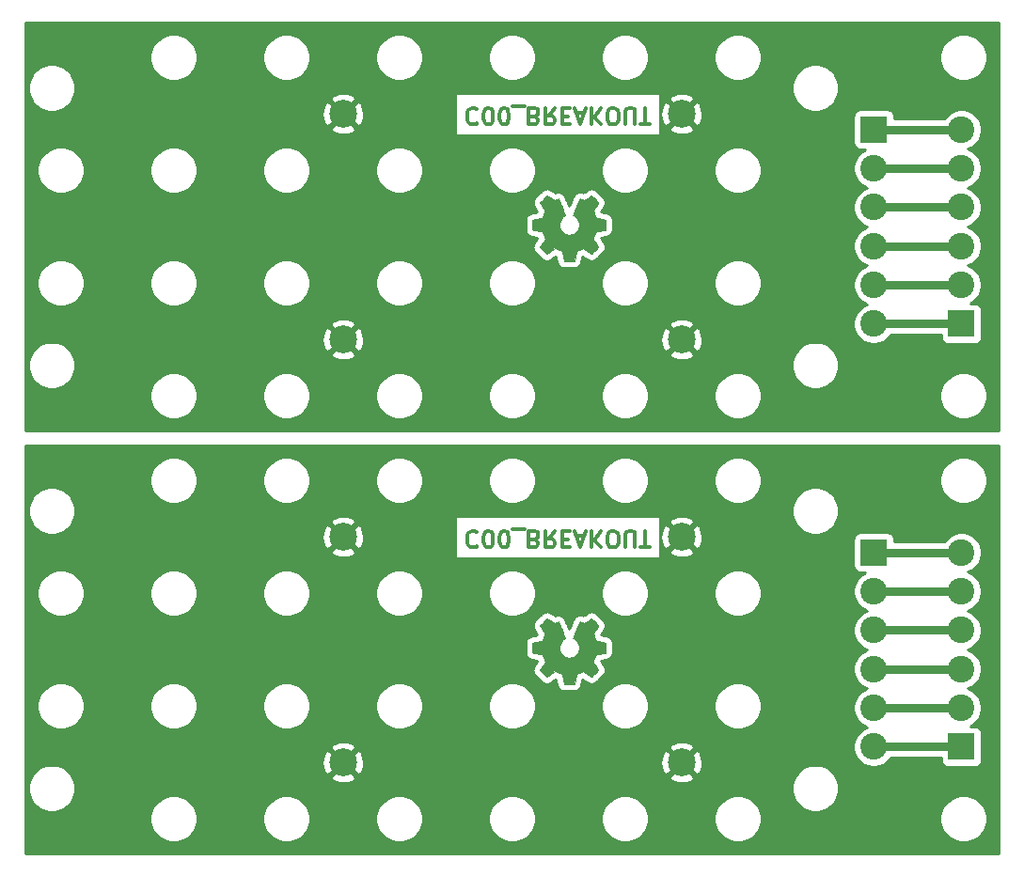
<source format=gbr>
G04 #@! TF.GenerationSoftware,KiCad,Pcbnew,5.1.5-52549c5~86~ubuntu18.04.1*
G04 #@! TF.CreationDate,2020-09-25T00:18:03-05:00*
G04 #@! TF.ProjectId,,58585858-5858-4585-9858-585858585858,rev?*
G04 #@! TF.SameCoordinates,Original*
G04 #@! TF.FileFunction,Copper,L2,Bot*
G04 #@! TF.FilePolarity,Positive*
%FSLAX46Y46*%
G04 Gerber Fmt 4.6, Leading zero omitted, Abs format (unit mm)*
G04 Created by KiCad (PCBNEW 5.1.5-52549c5~86~ubuntu18.04.1) date 2020-09-25 00:18:03*
%MOMM*%
%LPD*%
G04 APERTURE LIST*
%ADD10C,0.300000*%
%ADD11C,0.010000*%
%ADD12C,2.499360*%
%ADD13R,2.400000X2.400000*%
%ADD14C,2.400000*%
%ADD15C,0.750000*%
%ADD16C,0.254000*%
G04 APERTURE END LIST*
D10*
X127090600Y-70508085D02*
X127019171Y-70436657D01*
X126804885Y-70365228D01*
X126662028Y-70365228D01*
X126447742Y-70436657D01*
X126304885Y-70579514D01*
X126233457Y-70722371D01*
X126162028Y-71008085D01*
X126162028Y-71222371D01*
X126233457Y-71508085D01*
X126304885Y-71650942D01*
X126447742Y-71793800D01*
X126662028Y-71865228D01*
X126804885Y-71865228D01*
X127019171Y-71793800D01*
X127090600Y-71722371D01*
X128019171Y-71865228D02*
X128162028Y-71865228D01*
X128304885Y-71793800D01*
X128376314Y-71722371D01*
X128447742Y-71579514D01*
X128519171Y-71293800D01*
X128519171Y-70936657D01*
X128447742Y-70650942D01*
X128376314Y-70508085D01*
X128304885Y-70436657D01*
X128162028Y-70365228D01*
X128019171Y-70365228D01*
X127876314Y-70436657D01*
X127804885Y-70508085D01*
X127733457Y-70650942D01*
X127662028Y-70936657D01*
X127662028Y-71293800D01*
X127733457Y-71579514D01*
X127804885Y-71722371D01*
X127876314Y-71793800D01*
X128019171Y-71865228D01*
X129447742Y-71865228D02*
X129590600Y-71865228D01*
X129733457Y-71793800D01*
X129804885Y-71722371D01*
X129876314Y-71579514D01*
X129947742Y-71293800D01*
X129947742Y-70936657D01*
X129876314Y-70650942D01*
X129804885Y-70508085D01*
X129733457Y-70436657D01*
X129590600Y-70365228D01*
X129447742Y-70365228D01*
X129304885Y-70436657D01*
X129233457Y-70508085D01*
X129162028Y-70650942D01*
X129090600Y-70936657D01*
X129090600Y-71293800D01*
X129162028Y-71579514D01*
X129233457Y-71722371D01*
X129304885Y-71793800D01*
X129447742Y-71865228D01*
X130233457Y-70222371D02*
X131376314Y-70222371D01*
X132233457Y-71150942D02*
X132447742Y-71079514D01*
X132519171Y-71008085D01*
X132590600Y-70865228D01*
X132590600Y-70650942D01*
X132519171Y-70508085D01*
X132447742Y-70436657D01*
X132304885Y-70365228D01*
X131733457Y-70365228D01*
X131733457Y-71865228D01*
X132233457Y-71865228D01*
X132376314Y-71793800D01*
X132447742Y-71722371D01*
X132519171Y-71579514D01*
X132519171Y-71436657D01*
X132447742Y-71293800D01*
X132376314Y-71222371D01*
X132233457Y-71150942D01*
X131733457Y-71150942D01*
X134090600Y-70365228D02*
X133590600Y-71079514D01*
X133233457Y-70365228D02*
X133233457Y-71865228D01*
X133804885Y-71865228D01*
X133947742Y-71793800D01*
X134019171Y-71722371D01*
X134090600Y-71579514D01*
X134090600Y-71365228D01*
X134019171Y-71222371D01*
X133947742Y-71150942D01*
X133804885Y-71079514D01*
X133233457Y-71079514D01*
X134733457Y-71150942D02*
X135233457Y-71150942D01*
X135447742Y-70365228D02*
X134733457Y-70365228D01*
X134733457Y-71865228D01*
X135447742Y-71865228D01*
X136019171Y-70793800D02*
X136733457Y-70793800D01*
X135876314Y-70365228D02*
X136376314Y-71865228D01*
X136876314Y-70365228D01*
X137376314Y-70365228D02*
X137376314Y-71865228D01*
X138233457Y-70365228D02*
X137590600Y-71222371D01*
X138233457Y-71865228D02*
X137376314Y-71008085D01*
X139162028Y-71865228D02*
X139447742Y-71865228D01*
X139590600Y-71793800D01*
X139733457Y-71650942D01*
X139804885Y-71365228D01*
X139804885Y-70865228D01*
X139733457Y-70579514D01*
X139590600Y-70436657D01*
X139447742Y-70365228D01*
X139162028Y-70365228D01*
X139019171Y-70436657D01*
X138876314Y-70579514D01*
X138804885Y-70865228D01*
X138804885Y-71365228D01*
X138876314Y-71650942D01*
X139019171Y-71793800D01*
X139162028Y-71865228D01*
X140447742Y-71865228D02*
X140447742Y-70650942D01*
X140519171Y-70508085D01*
X140590600Y-70436657D01*
X140733457Y-70365228D01*
X141019171Y-70365228D01*
X141162028Y-70436657D01*
X141233457Y-70508085D01*
X141304885Y-70650942D01*
X141304885Y-71865228D01*
X141804885Y-71865228D02*
X142662028Y-71865228D01*
X142233457Y-70365228D02*
X142233457Y-71865228D01*
X127090600Y-32408085D02*
X127019171Y-32336657D01*
X126804885Y-32265228D01*
X126662028Y-32265228D01*
X126447742Y-32336657D01*
X126304885Y-32479514D01*
X126233457Y-32622371D01*
X126162028Y-32908085D01*
X126162028Y-33122371D01*
X126233457Y-33408085D01*
X126304885Y-33550942D01*
X126447742Y-33693800D01*
X126662028Y-33765228D01*
X126804885Y-33765228D01*
X127019171Y-33693800D01*
X127090600Y-33622371D01*
X128019171Y-33765228D02*
X128162028Y-33765228D01*
X128304885Y-33693800D01*
X128376314Y-33622371D01*
X128447742Y-33479514D01*
X128519171Y-33193800D01*
X128519171Y-32836657D01*
X128447742Y-32550942D01*
X128376314Y-32408085D01*
X128304885Y-32336657D01*
X128162028Y-32265228D01*
X128019171Y-32265228D01*
X127876314Y-32336657D01*
X127804885Y-32408085D01*
X127733457Y-32550942D01*
X127662028Y-32836657D01*
X127662028Y-33193800D01*
X127733457Y-33479514D01*
X127804885Y-33622371D01*
X127876314Y-33693800D01*
X128019171Y-33765228D01*
X129447742Y-33765228D02*
X129590600Y-33765228D01*
X129733457Y-33693800D01*
X129804885Y-33622371D01*
X129876314Y-33479514D01*
X129947742Y-33193800D01*
X129947742Y-32836657D01*
X129876314Y-32550942D01*
X129804885Y-32408085D01*
X129733457Y-32336657D01*
X129590600Y-32265228D01*
X129447742Y-32265228D01*
X129304885Y-32336657D01*
X129233457Y-32408085D01*
X129162028Y-32550942D01*
X129090600Y-32836657D01*
X129090600Y-33193800D01*
X129162028Y-33479514D01*
X129233457Y-33622371D01*
X129304885Y-33693800D01*
X129447742Y-33765228D01*
X130233457Y-32122371D02*
X131376314Y-32122371D01*
X132233457Y-33050942D02*
X132447742Y-32979514D01*
X132519171Y-32908085D01*
X132590600Y-32765228D01*
X132590600Y-32550942D01*
X132519171Y-32408085D01*
X132447742Y-32336657D01*
X132304885Y-32265228D01*
X131733457Y-32265228D01*
X131733457Y-33765228D01*
X132233457Y-33765228D01*
X132376314Y-33693800D01*
X132447742Y-33622371D01*
X132519171Y-33479514D01*
X132519171Y-33336657D01*
X132447742Y-33193800D01*
X132376314Y-33122371D01*
X132233457Y-33050942D01*
X131733457Y-33050942D01*
X134090600Y-32265228D02*
X133590600Y-32979514D01*
X133233457Y-32265228D02*
X133233457Y-33765228D01*
X133804885Y-33765228D01*
X133947742Y-33693800D01*
X134019171Y-33622371D01*
X134090600Y-33479514D01*
X134090600Y-33265228D01*
X134019171Y-33122371D01*
X133947742Y-33050942D01*
X133804885Y-32979514D01*
X133233457Y-32979514D01*
X134733457Y-33050942D02*
X135233457Y-33050942D01*
X135447742Y-32265228D02*
X134733457Y-32265228D01*
X134733457Y-33765228D01*
X135447742Y-33765228D01*
X136019171Y-32693800D02*
X136733457Y-32693800D01*
X135876314Y-32265228D02*
X136376314Y-33765228D01*
X136876314Y-32265228D01*
X137376314Y-32265228D02*
X137376314Y-33765228D01*
X138233457Y-32265228D02*
X137590600Y-33122371D01*
X138233457Y-33765228D02*
X137376314Y-32908085D01*
X139162028Y-33765228D02*
X139447742Y-33765228D01*
X139590600Y-33693800D01*
X139733457Y-33550942D01*
X139804885Y-33265228D01*
X139804885Y-32765228D01*
X139733457Y-32479514D01*
X139590600Y-32336657D01*
X139447742Y-32265228D01*
X139162028Y-32265228D01*
X139019171Y-32336657D01*
X138876314Y-32479514D01*
X138804885Y-32765228D01*
X138804885Y-33265228D01*
X138876314Y-33550942D01*
X139019171Y-33693800D01*
X139162028Y-33765228D01*
X140447742Y-33765228D02*
X140447742Y-32550942D01*
X140519171Y-32408085D01*
X140590600Y-32336657D01*
X140733457Y-32265228D01*
X141019171Y-32265228D01*
X141162028Y-32336657D01*
X141233457Y-32408085D01*
X141304885Y-32550942D01*
X141304885Y-33765228D01*
X141804885Y-33765228D02*
X142662028Y-33765228D01*
X142233457Y-32265228D02*
X142233457Y-33765228D01*
D11*
G36*
X135912414Y-83734869D02*
G01*
X135996235Y-83290245D01*
X136305520Y-83162747D01*
X136614806Y-83035249D01*
X136985846Y-83287554D01*
X137089757Y-83357804D01*
X137183687Y-83420528D01*
X137263252Y-83472862D01*
X137324070Y-83511943D01*
X137361757Y-83534907D01*
X137372021Y-83539858D01*
X137390510Y-83527124D01*
X137430020Y-83491918D01*
X137486122Y-83438738D01*
X137554387Y-83372082D01*
X137630386Y-83296446D01*
X137709692Y-83216328D01*
X137787875Y-83136226D01*
X137860507Y-83060636D01*
X137923159Y-82994055D01*
X137971403Y-82940982D01*
X138000810Y-82905913D01*
X138007841Y-82894177D01*
X137997723Y-82872540D01*
X137969359Y-82825138D01*
X137925729Y-82756607D01*
X137869818Y-82671585D01*
X137804606Y-82574707D01*
X137766819Y-82519450D01*
X137697943Y-82418552D01*
X137636740Y-82327501D01*
X137586178Y-82250830D01*
X137549228Y-82193072D01*
X137528858Y-82158757D01*
X137525797Y-82151546D01*
X137532736Y-82131052D01*
X137551651Y-82083287D01*
X137579687Y-82014968D01*
X137613991Y-81932811D01*
X137651709Y-81843530D01*
X137689987Y-81753842D01*
X137725970Y-81670462D01*
X137756806Y-81600106D01*
X137779639Y-81549490D01*
X137791617Y-81525329D01*
X137792324Y-81524378D01*
X137811131Y-81519764D01*
X137861218Y-81509472D01*
X137937393Y-81494513D01*
X138034465Y-81475899D01*
X138147243Y-81454641D01*
X138213042Y-81442382D01*
X138333550Y-81419438D01*
X138442397Y-81397605D01*
X138534076Y-81378078D01*
X138603081Y-81362052D01*
X138643904Y-81350721D01*
X138652111Y-81347126D01*
X138660148Y-81322794D01*
X138666633Y-81267841D01*
X138671570Y-81188692D01*
X138674964Y-81091774D01*
X138676818Y-80983513D01*
X138677138Y-80870335D01*
X138675927Y-80758665D01*
X138673190Y-80654932D01*
X138668931Y-80565559D01*
X138663155Y-80496974D01*
X138655867Y-80455603D01*
X138651495Y-80446990D01*
X138625364Y-80436667D01*
X138569993Y-80421908D01*
X138492707Y-80404448D01*
X138400830Y-80386020D01*
X138368758Y-80380059D01*
X138214124Y-80351734D01*
X138091975Y-80328924D01*
X137998273Y-80310720D01*
X137928984Y-80296217D01*
X137880071Y-80284508D01*
X137847497Y-80274685D01*
X137827228Y-80265844D01*
X137815226Y-80257076D01*
X137813547Y-80255343D01*
X137796784Y-80227429D01*
X137771214Y-80173105D01*
X137739388Y-80099023D01*
X137703860Y-80011835D01*
X137667183Y-79918192D01*
X137631911Y-79824748D01*
X137600596Y-79738153D01*
X137575793Y-79665060D01*
X137560054Y-79612122D01*
X137555932Y-79585989D01*
X137556276Y-79585074D01*
X137570241Y-79563714D01*
X137601922Y-79516716D01*
X137647991Y-79448973D01*
X137705118Y-79365377D01*
X137769973Y-79270818D01*
X137788443Y-79243946D01*
X137854299Y-79146525D01*
X137912250Y-79057637D01*
X137959138Y-78982388D01*
X137991807Y-78925880D01*
X138007100Y-78893219D01*
X138007841Y-78889207D01*
X137994992Y-78868116D01*
X137959488Y-78826336D01*
X137905893Y-78768355D01*
X137838771Y-78698665D01*
X137762687Y-78621755D01*
X137682204Y-78542117D01*
X137601887Y-78464239D01*
X137526299Y-78392614D01*
X137460005Y-78331730D01*
X137407569Y-78286079D01*
X137373555Y-78260150D01*
X137364145Y-78255917D01*
X137342243Y-78265888D01*
X137297400Y-78292780D01*
X137236921Y-78332064D01*
X137190389Y-78363683D01*
X137106075Y-78421702D01*
X137006226Y-78490016D01*
X136906073Y-78558221D01*
X136852227Y-78594725D01*
X136669971Y-78718000D01*
X136516981Y-78635280D01*
X136447282Y-78599041D01*
X136388014Y-78570874D01*
X136347911Y-78554809D01*
X136337703Y-78552574D01*
X136325429Y-78569078D01*
X136301213Y-78615718D01*
X136266863Y-78688191D01*
X136224188Y-78782194D01*
X136174994Y-78893426D01*
X136121090Y-79017585D01*
X136064284Y-79150368D01*
X136006382Y-79287473D01*
X135949193Y-79424598D01*
X135894524Y-79557442D01*
X135844184Y-79681702D01*
X135799980Y-79793075D01*
X135763719Y-79887261D01*
X135737209Y-79959956D01*
X135722258Y-80006859D01*
X135719854Y-80022967D01*
X135738911Y-80043514D01*
X135780636Y-80076867D01*
X135836306Y-80116098D01*
X135840978Y-80119201D01*
X135984864Y-80234377D01*
X136100883Y-80368747D01*
X136188030Y-80518016D01*
X136245299Y-80677887D01*
X136271686Y-80844063D01*
X136266185Y-81012248D01*
X136227790Y-81178145D01*
X136155495Y-81337458D01*
X136134226Y-81372313D01*
X136023596Y-81513063D01*
X135892902Y-81626086D01*
X135746664Y-81710797D01*
X135589408Y-81766606D01*
X135425657Y-81792926D01*
X135259933Y-81789170D01*
X135096762Y-81754750D01*
X134940665Y-81689077D01*
X134796167Y-81591565D01*
X134751469Y-81551987D01*
X134637712Y-81428097D01*
X134554818Y-81297676D01*
X134497956Y-81151485D01*
X134466287Y-81006712D01*
X134458469Y-80843940D01*
X134484538Y-80680360D01*
X134541845Y-80521502D01*
X134627744Y-80372894D01*
X134739586Y-80240065D01*
X134874723Y-80128544D01*
X134892483Y-80116789D01*
X134948750Y-80078292D01*
X134991523Y-80044937D01*
X135011972Y-80023640D01*
X135012269Y-80022967D01*
X135007879Y-79999929D01*
X134990476Y-79947643D01*
X134961868Y-79870410D01*
X134923865Y-79772532D01*
X134878274Y-79658309D01*
X134826903Y-79532042D01*
X134771562Y-79398033D01*
X134714058Y-79260582D01*
X134656201Y-79123992D01*
X134599798Y-78992563D01*
X134546658Y-78870595D01*
X134498590Y-78762391D01*
X134457401Y-78672251D01*
X134424901Y-78604477D01*
X134402897Y-78563370D01*
X134394036Y-78552574D01*
X134366960Y-78560981D01*
X134316297Y-78583528D01*
X134250783Y-78616187D01*
X134214759Y-78635280D01*
X134061768Y-78718000D01*
X133879512Y-78594725D01*
X133786475Y-78531572D01*
X133684615Y-78462073D01*
X133589162Y-78396635D01*
X133541350Y-78363683D01*
X133474105Y-78318527D01*
X133417164Y-78282743D01*
X133377954Y-78260862D01*
X133365219Y-78256237D01*
X133346683Y-78268715D01*
X133305659Y-78303548D01*
X133246125Y-78357122D01*
X133172058Y-78425817D01*
X133087435Y-78506019D01*
X133033915Y-78557514D01*
X132940281Y-78649514D01*
X132859359Y-78731801D01*
X132794423Y-78800855D01*
X132748742Y-78853156D01*
X132725589Y-78885184D01*
X132723368Y-78891684D01*
X132733676Y-78916406D01*
X132762161Y-78966395D01*
X132805663Y-79036588D01*
X132861023Y-79121925D01*
X132925080Y-79217344D01*
X132943297Y-79243946D01*
X133009673Y-79340633D01*
X133069222Y-79427683D01*
X133118616Y-79500205D01*
X133154525Y-79553307D01*
X133173619Y-79582097D01*
X133175464Y-79585074D01*
X133172705Y-79608018D01*
X133158062Y-79658464D01*
X133134087Y-79729759D01*
X133103334Y-79815253D01*
X133068356Y-79908293D01*
X133031707Y-80002226D01*
X132995939Y-80090401D01*
X132963606Y-80166166D01*
X132937262Y-80222869D01*
X132919458Y-80253857D01*
X132918193Y-80255343D01*
X132907306Y-80264199D01*
X132888918Y-80272957D01*
X132858994Y-80282523D01*
X132813497Y-80293804D01*
X132748391Y-80307707D01*
X132659639Y-80325137D01*
X132543207Y-80347002D01*
X132395058Y-80374209D01*
X132362982Y-80380059D01*
X132267914Y-80398426D01*
X132185035Y-80416395D01*
X132121670Y-80432231D01*
X132085142Y-80444200D01*
X132080244Y-80446990D01*
X132072173Y-80471728D01*
X132065613Y-80527010D01*
X132060567Y-80606411D01*
X132057041Y-80703504D01*
X132055039Y-80811862D01*
X132054564Y-80925060D01*
X132055623Y-81036672D01*
X132058218Y-81140271D01*
X132062354Y-81229432D01*
X132068037Y-81297728D01*
X132075269Y-81338734D01*
X132079629Y-81347126D01*
X132103902Y-81355592D01*
X132159174Y-81369365D01*
X132239938Y-81387250D01*
X132340688Y-81408052D01*
X132455917Y-81430577D01*
X132518698Y-81442382D01*
X132637813Y-81464649D01*
X132744035Y-81484821D01*
X132832173Y-81501885D01*
X132897034Y-81514831D01*
X132933426Y-81522645D01*
X132939416Y-81524378D01*
X132949539Y-81543910D01*
X132970938Y-81590957D01*
X133000761Y-81658797D01*
X133036155Y-81740709D01*
X133074268Y-81829972D01*
X133112247Y-81919865D01*
X133147240Y-82003665D01*
X133176394Y-82074653D01*
X133196857Y-82126106D01*
X133205777Y-82151303D01*
X133205943Y-82152404D01*
X133195831Y-82172281D01*
X133167483Y-82218023D01*
X133123877Y-82285083D01*
X133067994Y-82368916D01*
X133002813Y-82464974D01*
X132964921Y-82520150D01*
X132895875Y-82621319D01*
X132834550Y-82713170D01*
X132783937Y-82791056D01*
X132747029Y-82850331D01*
X132726818Y-82886349D01*
X132723899Y-82894423D01*
X132736447Y-82913216D01*
X132771137Y-82953343D01*
X132823537Y-83010307D01*
X132889216Y-83079615D01*
X132963744Y-83156769D01*
X133042687Y-83237275D01*
X133121617Y-83316637D01*
X133196100Y-83390360D01*
X133261706Y-83453948D01*
X133314004Y-83502906D01*
X133348561Y-83532739D01*
X133360122Y-83539858D01*
X133378946Y-83529847D01*
X133423969Y-83501722D01*
X133490813Y-83458346D01*
X133575101Y-83402582D01*
X133672456Y-83337294D01*
X133745893Y-83287554D01*
X134116933Y-83035249D01*
X134735505Y-83290245D01*
X134819325Y-83734869D01*
X134903146Y-84179493D01*
X135828594Y-84179493D01*
X135912414Y-83734869D01*
G37*
X135912414Y-83734869D02*
X135996235Y-83290245D01*
X136305520Y-83162747D01*
X136614806Y-83035249D01*
X136985846Y-83287554D01*
X137089757Y-83357804D01*
X137183687Y-83420528D01*
X137263252Y-83472862D01*
X137324070Y-83511943D01*
X137361757Y-83534907D01*
X137372021Y-83539858D01*
X137390510Y-83527124D01*
X137430020Y-83491918D01*
X137486122Y-83438738D01*
X137554387Y-83372082D01*
X137630386Y-83296446D01*
X137709692Y-83216328D01*
X137787875Y-83136226D01*
X137860507Y-83060636D01*
X137923159Y-82994055D01*
X137971403Y-82940982D01*
X138000810Y-82905913D01*
X138007841Y-82894177D01*
X137997723Y-82872540D01*
X137969359Y-82825138D01*
X137925729Y-82756607D01*
X137869818Y-82671585D01*
X137804606Y-82574707D01*
X137766819Y-82519450D01*
X137697943Y-82418552D01*
X137636740Y-82327501D01*
X137586178Y-82250830D01*
X137549228Y-82193072D01*
X137528858Y-82158757D01*
X137525797Y-82151546D01*
X137532736Y-82131052D01*
X137551651Y-82083287D01*
X137579687Y-82014968D01*
X137613991Y-81932811D01*
X137651709Y-81843530D01*
X137689987Y-81753842D01*
X137725970Y-81670462D01*
X137756806Y-81600106D01*
X137779639Y-81549490D01*
X137791617Y-81525329D01*
X137792324Y-81524378D01*
X137811131Y-81519764D01*
X137861218Y-81509472D01*
X137937393Y-81494513D01*
X138034465Y-81475899D01*
X138147243Y-81454641D01*
X138213042Y-81442382D01*
X138333550Y-81419438D01*
X138442397Y-81397605D01*
X138534076Y-81378078D01*
X138603081Y-81362052D01*
X138643904Y-81350721D01*
X138652111Y-81347126D01*
X138660148Y-81322794D01*
X138666633Y-81267841D01*
X138671570Y-81188692D01*
X138674964Y-81091774D01*
X138676818Y-80983513D01*
X138677138Y-80870335D01*
X138675927Y-80758665D01*
X138673190Y-80654932D01*
X138668931Y-80565559D01*
X138663155Y-80496974D01*
X138655867Y-80455603D01*
X138651495Y-80446990D01*
X138625364Y-80436667D01*
X138569993Y-80421908D01*
X138492707Y-80404448D01*
X138400830Y-80386020D01*
X138368758Y-80380059D01*
X138214124Y-80351734D01*
X138091975Y-80328924D01*
X137998273Y-80310720D01*
X137928984Y-80296217D01*
X137880071Y-80284508D01*
X137847497Y-80274685D01*
X137827228Y-80265844D01*
X137815226Y-80257076D01*
X137813547Y-80255343D01*
X137796784Y-80227429D01*
X137771214Y-80173105D01*
X137739388Y-80099023D01*
X137703860Y-80011835D01*
X137667183Y-79918192D01*
X137631911Y-79824748D01*
X137600596Y-79738153D01*
X137575793Y-79665060D01*
X137560054Y-79612122D01*
X137555932Y-79585989D01*
X137556276Y-79585074D01*
X137570241Y-79563714D01*
X137601922Y-79516716D01*
X137647991Y-79448973D01*
X137705118Y-79365377D01*
X137769973Y-79270818D01*
X137788443Y-79243946D01*
X137854299Y-79146525D01*
X137912250Y-79057637D01*
X137959138Y-78982388D01*
X137991807Y-78925880D01*
X138007100Y-78893219D01*
X138007841Y-78889207D01*
X137994992Y-78868116D01*
X137959488Y-78826336D01*
X137905893Y-78768355D01*
X137838771Y-78698665D01*
X137762687Y-78621755D01*
X137682204Y-78542117D01*
X137601887Y-78464239D01*
X137526299Y-78392614D01*
X137460005Y-78331730D01*
X137407569Y-78286079D01*
X137373555Y-78260150D01*
X137364145Y-78255917D01*
X137342243Y-78265888D01*
X137297400Y-78292780D01*
X137236921Y-78332064D01*
X137190389Y-78363683D01*
X137106075Y-78421702D01*
X137006226Y-78490016D01*
X136906073Y-78558221D01*
X136852227Y-78594725D01*
X136669971Y-78718000D01*
X136516981Y-78635280D01*
X136447282Y-78599041D01*
X136388014Y-78570874D01*
X136347911Y-78554809D01*
X136337703Y-78552574D01*
X136325429Y-78569078D01*
X136301213Y-78615718D01*
X136266863Y-78688191D01*
X136224188Y-78782194D01*
X136174994Y-78893426D01*
X136121090Y-79017585D01*
X136064284Y-79150368D01*
X136006382Y-79287473D01*
X135949193Y-79424598D01*
X135894524Y-79557442D01*
X135844184Y-79681702D01*
X135799980Y-79793075D01*
X135763719Y-79887261D01*
X135737209Y-79959956D01*
X135722258Y-80006859D01*
X135719854Y-80022967D01*
X135738911Y-80043514D01*
X135780636Y-80076867D01*
X135836306Y-80116098D01*
X135840978Y-80119201D01*
X135984864Y-80234377D01*
X136100883Y-80368747D01*
X136188030Y-80518016D01*
X136245299Y-80677887D01*
X136271686Y-80844063D01*
X136266185Y-81012248D01*
X136227790Y-81178145D01*
X136155495Y-81337458D01*
X136134226Y-81372313D01*
X136023596Y-81513063D01*
X135892902Y-81626086D01*
X135746664Y-81710797D01*
X135589408Y-81766606D01*
X135425657Y-81792926D01*
X135259933Y-81789170D01*
X135096762Y-81754750D01*
X134940665Y-81689077D01*
X134796167Y-81591565D01*
X134751469Y-81551987D01*
X134637712Y-81428097D01*
X134554818Y-81297676D01*
X134497956Y-81151485D01*
X134466287Y-81006712D01*
X134458469Y-80843940D01*
X134484538Y-80680360D01*
X134541845Y-80521502D01*
X134627744Y-80372894D01*
X134739586Y-80240065D01*
X134874723Y-80128544D01*
X134892483Y-80116789D01*
X134948750Y-80078292D01*
X134991523Y-80044937D01*
X135011972Y-80023640D01*
X135012269Y-80022967D01*
X135007879Y-79999929D01*
X134990476Y-79947643D01*
X134961868Y-79870410D01*
X134923865Y-79772532D01*
X134878274Y-79658309D01*
X134826903Y-79532042D01*
X134771562Y-79398033D01*
X134714058Y-79260582D01*
X134656201Y-79123992D01*
X134599798Y-78992563D01*
X134546658Y-78870595D01*
X134498590Y-78762391D01*
X134457401Y-78672251D01*
X134424901Y-78604477D01*
X134402897Y-78563370D01*
X134394036Y-78552574D01*
X134366960Y-78560981D01*
X134316297Y-78583528D01*
X134250783Y-78616187D01*
X134214759Y-78635280D01*
X134061768Y-78718000D01*
X133879512Y-78594725D01*
X133786475Y-78531572D01*
X133684615Y-78462073D01*
X133589162Y-78396635D01*
X133541350Y-78363683D01*
X133474105Y-78318527D01*
X133417164Y-78282743D01*
X133377954Y-78260862D01*
X133365219Y-78256237D01*
X133346683Y-78268715D01*
X133305659Y-78303548D01*
X133246125Y-78357122D01*
X133172058Y-78425817D01*
X133087435Y-78506019D01*
X133033915Y-78557514D01*
X132940281Y-78649514D01*
X132859359Y-78731801D01*
X132794423Y-78800855D01*
X132748742Y-78853156D01*
X132725589Y-78885184D01*
X132723368Y-78891684D01*
X132733676Y-78916406D01*
X132762161Y-78966395D01*
X132805663Y-79036588D01*
X132861023Y-79121925D01*
X132925080Y-79217344D01*
X132943297Y-79243946D01*
X133009673Y-79340633D01*
X133069222Y-79427683D01*
X133118616Y-79500205D01*
X133154525Y-79553307D01*
X133173619Y-79582097D01*
X133175464Y-79585074D01*
X133172705Y-79608018D01*
X133158062Y-79658464D01*
X133134087Y-79729759D01*
X133103334Y-79815253D01*
X133068356Y-79908293D01*
X133031707Y-80002226D01*
X132995939Y-80090401D01*
X132963606Y-80166166D01*
X132937262Y-80222869D01*
X132919458Y-80253857D01*
X132918193Y-80255343D01*
X132907306Y-80264199D01*
X132888918Y-80272957D01*
X132858994Y-80282523D01*
X132813497Y-80293804D01*
X132748391Y-80307707D01*
X132659639Y-80325137D01*
X132543207Y-80347002D01*
X132395058Y-80374209D01*
X132362982Y-80380059D01*
X132267914Y-80398426D01*
X132185035Y-80416395D01*
X132121670Y-80432231D01*
X132085142Y-80444200D01*
X132080244Y-80446990D01*
X132072173Y-80471728D01*
X132065613Y-80527010D01*
X132060567Y-80606411D01*
X132057041Y-80703504D01*
X132055039Y-80811862D01*
X132054564Y-80925060D01*
X132055623Y-81036672D01*
X132058218Y-81140271D01*
X132062354Y-81229432D01*
X132068037Y-81297728D01*
X132075269Y-81338734D01*
X132079629Y-81347126D01*
X132103902Y-81355592D01*
X132159174Y-81369365D01*
X132239938Y-81387250D01*
X132340688Y-81408052D01*
X132455917Y-81430577D01*
X132518698Y-81442382D01*
X132637813Y-81464649D01*
X132744035Y-81484821D01*
X132832173Y-81501885D01*
X132897034Y-81514831D01*
X132933426Y-81522645D01*
X132939416Y-81524378D01*
X132949539Y-81543910D01*
X132970938Y-81590957D01*
X133000761Y-81658797D01*
X133036155Y-81740709D01*
X133074268Y-81829972D01*
X133112247Y-81919865D01*
X133147240Y-82003665D01*
X133176394Y-82074653D01*
X133196857Y-82126106D01*
X133205777Y-82151303D01*
X133205943Y-82152404D01*
X133195831Y-82172281D01*
X133167483Y-82218023D01*
X133123877Y-82285083D01*
X133067994Y-82368916D01*
X133002813Y-82464974D01*
X132964921Y-82520150D01*
X132895875Y-82621319D01*
X132834550Y-82713170D01*
X132783937Y-82791056D01*
X132747029Y-82850331D01*
X132726818Y-82886349D01*
X132723899Y-82894423D01*
X132736447Y-82913216D01*
X132771137Y-82953343D01*
X132823537Y-83010307D01*
X132889216Y-83079615D01*
X132963744Y-83156769D01*
X133042687Y-83237275D01*
X133121617Y-83316637D01*
X133196100Y-83390360D01*
X133261706Y-83453948D01*
X133314004Y-83502906D01*
X133348561Y-83532739D01*
X133360122Y-83539858D01*
X133378946Y-83529847D01*
X133423969Y-83501722D01*
X133490813Y-83458346D01*
X133575101Y-83402582D01*
X133672456Y-83337294D01*
X133745893Y-83287554D01*
X134116933Y-83035249D01*
X134735505Y-83290245D01*
X134819325Y-83734869D01*
X134903146Y-84179493D01*
X135828594Y-84179493D01*
X135912414Y-83734869D01*
G36*
X135912414Y-45634869D02*
G01*
X135996235Y-45190245D01*
X136305520Y-45062747D01*
X136614806Y-44935249D01*
X136985846Y-45187554D01*
X137089757Y-45257804D01*
X137183687Y-45320528D01*
X137263252Y-45372862D01*
X137324070Y-45411943D01*
X137361757Y-45434907D01*
X137372021Y-45439858D01*
X137390510Y-45427124D01*
X137430020Y-45391918D01*
X137486122Y-45338738D01*
X137554387Y-45272082D01*
X137630386Y-45196446D01*
X137709692Y-45116328D01*
X137787875Y-45036226D01*
X137860507Y-44960636D01*
X137923159Y-44894055D01*
X137971403Y-44840982D01*
X138000810Y-44805913D01*
X138007841Y-44794177D01*
X137997723Y-44772540D01*
X137969359Y-44725138D01*
X137925729Y-44656607D01*
X137869818Y-44571585D01*
X137804606Y-44474707D01*
X137766819Y-44419450D01*
X137697943Y-44318552D01*
X137636740Y-44227501D01*
X137586178Y-44150830D01*
X137549228Y-44093072D01*
X137528858Y-44058757D01*
X137525797Y-44051546D01*
X137532736Y-44031052D01*
X137551651Y-43983287D01*
X137579687Y-43914968D01*
X137613991Y-43832811D01*
X137651709Y-43743530D01*
X137689987Y-43653842D01*
X137725970Y-43570462D01*
X137756806Y-43500106D01*
X137779639Y-43449490D01*
X137791617Y-43425329D01*
X137792324Y-43424378D01*
X137811131Y-43419764D01*
X137861218Y-43409472D01*
X137937393Y-43394513D01*
X138034465Y-43375899D01*
X138147243Y-43354641D01*
X138213042Y-43342382D01*
X138333550Y-43319438D01*
X138442397Y-43297605D01*
X138534076Y-43278078D01*
X138603081Y-43262052D01*
X138643904Y-43250721D01*
X138652111Y-43247126D01*
X138660148Y-43222794D01*
X138666633Y-43167841D01*
X138671570Y-43088692D01*
X138674964Y-42991774D01*
X138676818Y-42883513D01*
X138677138Y-42770335D01*
X138675927Y-42658665D01*
X138673190Y-42554932D01*
X138668931Y-42465559D01*
X138663155Y-42396974D01*
X138655867Y-42355603D01*
X138651495Y-42346990D01*
X138625364Y-42336667D01*
X138569993Y-42321908D01*
X138492707Y-42304448D01*
X138400830Y-42286020D01*
X138368758Y-42280059D01*
X138214124Y-42251734D01*
X138091975Y-42228924D01*
X137998273Y-42210720D01*
X137928984Y-42196217D01*
X137880071Y-42184508D01*
X137847497Y-42174685D01*
X137827228Y-42165844D01*
X137815226Y-42157076D01*
X137813547Y-42155343D01*
X137796784Y-42127429D01*
X137771214Y-42073105D01*
X137739388Y-41999023D01*
X137703860Y-41911835D01*
X137667183Y-41818192D01*
X137631911Y-41724748D01*
X137600596Y-41638153D01*
X137575793Y-41565060D01*
X137560054Y-41512122D01*
X137555932Y-41485989D01*
X137556276Y-41485074D01*
X137570241Y-41463714D01*
X137601922Y-41416716D01*
X137647991Y-41348973D01*
X137705118Y-41265377D01*
X137769973Y-41170818D01*
X137788443Y-41143946D01*
X137854299Y-41046525D01*
X137912250Y-40957637D01*
X137959138Y-40882388D01*
X137991807Y-40825880D01*
X138007100Y-40793219D01*
X138007841Y-40789207D01*
X137994992Y-40768116D01*
X137959488Y-40726336D01*
X137905893Y-40668355D01*
X137838771Y-40598665D01*
X137762687Y-40521755D01*
X137682204Y-40442117D01*
X137601887Y-40364239D01*
X137526299Y-40292614D01*
X137460005Y-40231730D01*
X137407569Y-40186079D01*
X137373555Y-40160150D01*
X137364145Y-40155917D01*
X137342243Y-40165888D01*
X137297400Y-40192780D01*
X137236921Y-40232064D01*
X137190389Y-40263683D01*
X137106075Y-40321702D01*
X137006226Y-40390016D01*
X136906073Y-40458221D01*
X136852227Y-40494725D01*
X136669971Y-40618000D01*
X136516981Y-40535280D01*
X136447282Y-40499041D01*
X136388014Y-40470874D01*
X136347911Y-40454809D01*
X136337703Y-40452574D01*
X136325429Y-40469078D01*
X136301213Y-40515718D01*
X136266863Y-40588191D01*
X136224188Y-40682194D01*
X136174994Y-40793426D01*
X136121090Y-40917585D01*
X136064284Y-41050368D01*
X136006382Y-41187473D01*
X135949193Y-41324598D01*
X135894524Y-41457442D01*
X135844184Y-41581702D01*
X135799980Y-41693075D01*
X135763719Y-41787261D01*
X135737209Y-41859956D01*
X135722258Y-41906859D01*
X135719854Y-41922967D01*
X135738911Y-41943514D01*
X135780636Y-41976867D01*
X135836306Y-42016098D01*
X135840978Y-42019201D01*
X135984864Y-42134377D01*
X136100883Y-42268747D01*
X136188030Y-42418016D01*
X136245299Y-42577887D01*
X136271686Y-42744063D01*
X136266185Y-42912248D01*
X136227790Y-43078145D01*
X136155495Y-43237458D01*
X136134226Y-43272313D01*
X136023596Y-43413063D01*
X135892902Y-43526086D01*
X135746664Y-43610797D01*
X135589408Y-43666606D01*
X135425657Y-43692926D01*
X135259933Y-43689170D01*
X135096762Y-43654750D01*
X134940665Y-43589077D01*
X134796167Y-43491565D01*
X134751469Y-43451987D01*
X134637712Y-43328097D01*
X134554818Y-43197676D01*
X134497956Y-43051485D01*
X134466287Y-42906712D01*
X134458469Y-42743940D01*
X134484538Y-42580360D01*
X134541845Y-42421502D01*
X134627744Y-42272894D01*
X134739586Y-42140065D01*
X134874723Y-42028544D01*
X134892483Y-42016789D01*
X134948750Y-41978292D01*
X134991523Y-41944937D01*
X135011972Y-41923640D01*
X135012269Y-41922967D01*
X135007879Y-41899929D01*
X134990476Y-41847643D01*
X134961868Y-41770410D01*
X134923865Y-41672532D01*
X134878274Y-41558309D01*
X134826903Y-41432042D01*
X134771562Y-41298033D01*
X134714058Y-41160582D01*
X134656201Y-41023992D01*
X134599798Y-40892563D01*
X134546658Y-40770595D01*
X134498590Y-40662391D01*
X134457401Y-40572251D01*
X134424901Y-40504477D01*
X134402897Y-40463370D01*
X134394036Y-40452574D01*
X134366960Y-40460981D01*
X134316297Y-40483528D01*
X134250783Y-40516187D01*
X134214759Y-40535280D01*
X134061768Y-40618000D01*
X133879512Y-40494725D01*
X133786475Y-40431572D01*
X133684615Y-40362073D01*
X133589162Y-40296635D01*
X133541350Y-40263683D01*
X133474105Y-40218527D01*
X133417164Y-40182743D01*
X133377954Y-40160862D01*
X133365219Y-40156237D01*
X133346683Y-40168715D01*
X133305659Y-40203548D01*
X133246125Y-40257122D01*
X133172058Y-40325817D01*
X133087435Y-40406019D01*
X133033915Y-40457514D01*
X132940281Y-40549514D01*
X132859359Y-40631801D01*
X132794423Y-40700855D01*
X132748742Y-40753156D01*
X132725589Y-40785184D01*
X132723368Y-40791684D01*
X132733676Y-40816406D01*
X132762161Y-40866395D01*
X132805663Y-40936588D01*
X132861023Y-41021925D01*
X132925080Y-41117344D01*
X132943297Y-41143946D01*
X133009673Y-41240633D01*
X133069222Y-41327683D01*
X133118616Y-41400205D01*
X133154525Y-41453307D01*
X133173619Y-41482097D01*
X133175464Y-41485074D01*
X133172705Y-41508018D01*
X133158062Y-41558464D01*
X133134087Y-41629759D01*
X133103334Y-41715253D01*
X133068356Y-41808293D01*
X133031707Y-41902226D01*
X132995939Y-41990401D01*
X132963606Y-42066166D01*
X132937262Y-42122869D01*
X132919458Y-42153857D01*
X132918193Y-42155343D01*
X132907306Y-42164199D01*
X132888918Y-42172957D01*
X132858994Y-42182523D01*
X132813497Y-42193804D01*
X132748391Y-42207707D01*
X132659639Y-42225137D01*
X132543207Y-42247002D01*
X132395058Y-42274209D01*
X132362982Y-42280059D01*
X132267914Y-42298426D01*
X132185035Y-42316395D01*
X132121670Y-42332231D01*
X132085142Y-42344200D01*
X132080244Y-42346990D01*
X132072173Y-42371728D01*
X132065613Y-42427010D01*
X132060567Y-42506411D01*
X132057041Y-42603504D01*
X132055039Y-42711862D01*
X132054564Y-42825060D01*
X132055623Y-42936672D01*
X132058218Y-43040271D01*
X132062354Y-43129432D01*
X132068037Y-43197728D01*
X132075269Y-43238734D01*
X132079629Y-43247126D01*
X132103902Y-43255592D01*
X132159174Y-43269365D01*
X132239938Y-43287250D01*
X132340688Y-43308052D01*
X132455917Y-43330577D01*
X132518698Y-43342382D01*
X132637813Y-43364649D01*
X132744035Y-43384821D01*
X132832173Y-43401885D01*
X132897034Y-43414831D01*
X132933426Y-43422645D01*
X132939416Y-43424378D01*
X132949539Y-43443910D01*
X132970938Y-43490957D01*
X133000761Y-43558797D01*
X133036155Y-43640709D01*
X133074268Y-43729972D01*
X133112247Y-43819865D01*
X133147240Y-43903665D01*
X133176394Y-43974653D01*
X133196857Y-44026106D01*
X133205777Y-44051303D01*
X133205943Y-44052404D01*
X133195831Y-44072281D01*
X133167483Y-44118023D01*
X133123877Y-44185083D01*
X133067994Y-44268916D01*
X133002813Y-44364974D01*
X132964921Y-44420150D01*
X132895875Y-44521319D01*
X132834550Y-44613170D01*
X132783937Y-44691056D01*
X132747029Y-44750331D01*
X132726818Y-44786349D01*
X132723899Y-44794423D01*
X132736447Y-44813216D01*
X132771137Y-44853343D01*
X132823537Y-44910307D01*
X132889216Y-44979615D01*
X132963744Y-45056769D01*
X133042687Y-45137275D01*
X133121617Y-45216637D01*
X133196100Y-45290360D01*
X133261706Y-45353948D01*
X133314004Y-45402906D01*
X133348561Y-45432739D01*
X133360122Y-45439858D01*
X133378946Y-45429847D01*
X133423969Y-45401722D01*
X133490813Y-45358346D01*
X133575101Y-45302582D01*
X133672456Y-45237294D01*
X133745893Y-45187554D01*
X134116933Y-44935249D01*
X134735505Y-45190245D01*
X134819325Y-45634869D01*
X134903146Y-46079493D01*
X135828594Y-46079493D01*
X135912414Y-45634869D01*
G37*
X135912414Y-45634869D02*
X135996235Y-45190245D01*
X136305520Y-45062747D01*
X136614806Y-44935249D01*
X136985846Y-45187554D01*
X137089757Y-45257804D01*
X137183687Y-45320528D01*
X137263252Y-45372862D01*
X137324070Y-45411943D01*
X137361757Y-45434907D01*
X137372021Y-45439858D01*
X137390510Y-45427124D01*
X137430020Y-45391918D01*
X137486122Y-45338738D01*
X137554387Y-45272082D01*
X137630386Y-45196446D01*
X137709692Y-45116328D01*
X137787875Y-45036226D01*
X137860507Y-44960636D01*
X137923159Y-44894055D01*
X137971403Y-44840982D01*
X138000810Y-44805913D01*
X138007841Y-44794177D01*
X137997723Y-44772540D01*
X137969359Y-44725138D01*
X137925729Y-44656607D01*
X137869818Y-44571585D01*
X137804606Y-44474707D01*
X137766819Y-44419450D01*
X137697943Y-44318552D01*
X137636740Y-44227501D01*
X137586178Y-44150830D01*
X137549228Y-44093072D01*
X137528858Y-44058757D01*
X137525797Y-44051546D01*
X137532736Y-44031052D01*
X137551651Y-43983287D01*
X137579687Y-43914968D01*
X137613991Y-43832811D01*
X137651709Y-43743530D01*
X137689987Y-43653842D01*
X137725970Y-43570462D01*
X137756806Y-43500106D01*
X137779639Y-43449490D01*
X137791617Y-43425329D01*
X137792324Y-43424378D01*
X137811131Y-43419764D01*
X137861218Y-43409472D01*
X137937393Y-43394513D01*
X138034465Y-43375899D01*
X138147243Y-43354641D01*
X138213042Y-43342382D01*
X138333550Y-43319438D01*
X138442397Y-43297605D01*
X138534076Y-43278078D01*
X138603081Y-43262052D01*
X138643904Y-43250721D01*
X138652111Y-43247126D01*
X138660148Y-43222794D01*
X138666633Y-43167841D01*
X138671570Y-43088692D01*
X138674964Y-42991774D01*
X138676818Y-42883513D01*
X138677138Y-42770335D01*
X138675927Y-42658665D01*
X138673190Y-42554932D01*
X138668931Y-42465559D01*
X138663155Y-42396974D01*
X138655867Y-42355603D01*
X138651495Y-42346990D01*
X138625364Y-42336667D01*
X138569993Y-42321908D01*
X138492707Y-42304448D01*
X138400830Y-42286020D01*
X138368758Y-42280059D01*
X138214124Y-42251734D01*
X138091975Y-42228924D01*
X137998273Y-42210720D01*
X137928984Y-42196217D01*
X137880071Y-42184508D01*
X137847497Y-42174685D01*
X137827228Y-42165844D01*
X137815226Y-42157076D01*
X137813547Y-42155343D01*
X137796784Y-42127429D01*
X137771214Y-42073105D01*
X137739388Y-41999023D01*
X137703860Y-41911835D01*
X137667183Y-41818192D01*
X137631911Y-41724748D01*
X137600596Y-41638153D01*
X137575793Y-41565060D01*
X137560054Y-41512122D01*
X137555932Y-41485989D01*
X137556276Y-41485074D01*
X137570241Y-41463714D01*
X137601922Y-41416716D01*
X137647991Y-41348973D01*
X137705118Y-41265377D01*
X137769973Y-41170818D01*
X137788443Y-41143946D01*
X137854299Y-41046525D01*
X137912250Y-40957637D01*
X137959138Y-40882388D01*
X137991807Y-40825880D01*
X138007100Y-40793219D01*
X138007841Y-40789207D01*
X137994992Y-40768116D01*
X137959488Y-40726336D01*
X137905893Y-40668355D01*
X137838771Y-40598665D01*
X137762687Y-40521755D01*
X137682204Y-40442117D01*
X137601887Y-40364239D01*
X137526299Y-40292614D01*
X137460005Y-40231730D01*
X137407569Y-40186079D01*
X137373555Y-40160150D01*
X137364145Y-40155917D01*
X137342243Y-40165888D01*
X137297400Y-40192780D01*
X137236921Y-40232064D01*
X137190389Y-40263683D01*
X137106075Y-40321702D01*
X137006226Y-40390016D01*
X136906073Y-40458221D01*
X136852227Y-40494725D01*
X136669971Y-40618000D01*
X136516981Y-40535280D01*
X136447282Y-40499041D01*
X136388014Y-40470874D01*
X136347911Y-40454809D01*
X136337703Y-40452574D01*
X136325429Y-40469078D01*
X136301213Y-40515718D01*
X136266863Y-40588191D01*
X136224188Y-40682194D01*
X136174994Y-40793426D01*
X136121090Y-40917585D01*
X136064284Y-41050368D01*
X136006382Y-41187473D01*
X135949193Y-41324598D01*
X135894524Y-41457442D01*
X135844184Y-41581702D01*
X135799980Y-41693075D01*
X135763719Y-41787261D01*
X135737209Y-41859956D01*
X135722258Y-41906859D01*
X135719854Y-41922967D01*
X135738911Y-41943514D01*
X135780636Y-41976867D01*
X135836306Y-42016098D01*
X135840978Y-42019201D01*
X135984864Y-42134377D01*
X136100883Y-42268747D01*
X136188030Y-42418016D01*
X136245299Y-42577887D01*
X136271686Y-42744063D01*
X136266185Y-42912248D01*
X136227790Y-43078145D01*
X136155495Y-43237458D01*
X136134226Y-43272313D01*
X136023596Y-43413063D01*
X135892902Y-43526086D01*
X135746664Y-43610797D01*
X135589408Y-43666606D01*
X135425657Y-43692926D01*
X135259933Y-43689170D01*
X135096762Y-43654750D01*
X134940665Y-43589077D01*
X134796167Y-43491565D01*
X134751469Y-43451987D01*
X134637712Y-43328097D01*
X134554818Y-43197676D01*
X134497956Y-43051485D01*
X134466287Y-42906712D01*
X134458469Y-42743940D01*
X134484538Y-42580360D01*
X134541845Y-42421502D01*
X134627744Y-42272894D01*
X134739586Y-42140065D01*
X134874723Y-42028544D01*
X134892483Y-42016789D01*
X134948750Y-41978292D01*
X134991523Y-41944937D01*
X135011972Y-41923640D01*
X135012269Y-41922967D01*
X135007879Y-41899929D01*
X134990476Y-41847643D01*
X134961868Y-41770410D01*
X134923865Y-41672532D01*
X134878274Y-41558309D01*
X134826903Y-41432042D01*
X134771562Y-41298033D01*
X134714058Y-41160582D01*
X134656201Y-41023992D01*
X134599798Y-40892563D01*
X134546658Y-40770595D01*
X134498590Y-40662391D01*
X134457401Y-40572251D01*
X134424901Y-40504477D01*
X134402897Y-40463370D01*
X134394036Y-40452574D01*
X134366960Y-40460981D01*
X134316297Y-40483528D01*
X134250783Y-40516187D01*
X134214759Y-40535280D01*
X134061768Y-40618000D01*
X133879512Y-40494725D01*
X133786475Y-40431572D01*
X133684615Y-40362073D01*
X133589162Y-40296635D01*
X133541350Y-40263683D01*
X133474105Y-40218527D01*
X133417164Y-40182743D01*
X133377954Y-40160862D01*
X133365219Y-40156237D01*
X133346683Y-40168715D01*
X133305659Y-40203548D01*
X133246125Y-40257122D01*
X133172058Y-40325817D01*
X133087435Y-40406019D01*
X133033915Y-40457514D01*
X132940281Y-40549514D01*
X132859359Y-40631801D01*
X132794423Y-40700855D01*
X132748742Y-40753156D01*
X132725589Y-40785184D01*
X132723368Y-40791684D01*
X132733676Y-40816406D01*
X132762161Y-40866395D01*
X132805663Y-40936588D01*
X132861023Y-41021925D01*
X132925080Y-41117344D01*
X132943297Y-41143946D01*
X133009673Y-41240633D01*
X133069222Y-41327683D01*
X133118616Y-41400205D01*
X133154525Y-41453307D01*
X133173619Y-41482097D01*
X133175464Y-41485074D01*
X133172705Y-41508018D01*
X133158062Y-41558464D01*
X133134087Y-41629759D01*
X133103334Y-41715253D01*
X133068356Y-41808293D01*
X133031707Y-41902226D01*
X132995939Y-41990401D01*
X132963606Y-42066166D01*
X132937262Y-42122869D01*
X132919458Y-42153857D01*
X132918193Y-42155343D01*
X132907306Y-42164199D01*
X132888918Y-42172957D01*
X132858994Y-42182523D01*
X132813497Y-42193804D01*
X132748391Y-42207707D01*
X132659639Y-42225137D01*
X132543207Y-42247002D01*
X132395058Y-42274209D01*
X132362982Y-42280059D01*
X132267914Y-42298426D01*
X132185035Y-42316395D01*
X132121670Y-42332231D01*
X132085142Y-42344200D01*
X132080244Y-42346990D01*
X132072173Y-42371728D01*
X132065613Y-42427010D01*
X132060567Y-42506411D01*
X132057041Y-42603504D01*
X132055039Y-42711862D01*
X132054564Y-42825060D01*
X132055623Y-42936672D01*
X132058218Y-43040271D01*
X132062354Y-43129432D01*
X132068037Y-43197728D01*
X132075269Y-43238734D01*
X132079629Y-43247126D01*
X132103902Y-43255592D01*
X132159174Y-43269365D01*
X132239938Y-43287250D01*
X132340688Y-43308052D01*
X132455917Y-43330577D01*
X132518698Y-43342382D01*
X132637813Y-43364649D01*
X132744035Y-43384821D01*
X132832173Y-43401885D01*
X132897034Y-43414831D01*
X132933426Y-43422645D01*
X132939416Y-43424378D01*
X132949539Y-43443910D01*
X132970938Y-43490957D01*
X133000761Y-43558797D01*
X133036155Y-43640709D01*
X133074268Y-43729972D01*
X133112247Y-43819865D01*
X133147240Y-43903665D01*
X133176394Y-43974653D01*
X133196857Y-44026106D01*
X133205777Y-44051303D01*
X133205943Y-44052404D01*
X133195831Y-44072281D01*
X133167483Y-44118023D01*
X133123877Y-44185083D01*
X133067994Y-44268916D01*
X133002813Y-44364974D01*
X132964921Y-44420150D01*
X132895875Y-44521319D01*
X132834550Y-44613170D01*
X132783937Y-44691056D01*
X132747029Y-44750331D01*
X132726818Y-44786349D01*
X132723899Y-44794423D01*
X132736447Y-44813216D01*
X132771137Y-44853343D01*
X132823537Y-44910307D01*
X132889216Y-44979615D01*
X132963744Y-45056769D01*
X133042687Y-45137275D01*
X133121617Y-45216637D01*
X133196100Y-45290360D01*
X133261706Y-45353948D01*
X133314004Y-45402906D01*
X133348561Y-45432739D01*
X133360122Y-45439858D01*
X133378946Y-45429847D01*
X133423969Y-45401722D01*
X133490813Y-45358346D01*
X133575101Y-45302582D01*
X133672456Y-45237294D01*
X133745893Y-45187554D01*
X134116933Y-44935249D01*
X134735505Y-45190245D01*
X134819325Y-45634869D01*
X134903146Y-46079493D01*
X135828594Y-46079493D01*
X135912414Y-45634869D01*
D12*
X114996000Y-70901600D03*
X114996000Y-91221600D03*
X145476000Y-70901600D03*
X145476000Y-91221600D03*
D13*
X170686000Y-89811600D03*
D14*
X170686000Y-86311600D03*
X170686000Y-82811600D03*
X170686000Y-79311600D03*
X170686000Y-75811600D03*
X170686000Y-72311600D03*
D13*
X162786000Y-72311600D03*
D14*
X162786000Y-75811600D03*
X162786000Y-79311600D03*
X162786000Y-82811600D03*
X162786000Y-86311600D03*
X162786000Y-89811600D03*
X162786000Y-51711600D03*
X162786000Y-48211600D03*
X162786000Y-44711600D03*
X162786000Y-41211600D03*
X162786000Y-37711600D03*
D13*
X162786000Y-34211600D03*
D14*
X170686000Y-34211600D03*
X170686000Y-37711600D03*
X170686000Y-41211600D03*
X170686000Y-44711600D03*
X170686000Y-48211600D03*
D13*
X170686000Y-51711600D03*
D12*
X145476000Y-53121600D03*
X145476000Y-32801600D03*
X114996000Y-53121600D03*
X114996000Y-32801600D03*
D15*
X164736000Y-34211600D02*
X170686000Y-34211600D01*
X162786000Y-34211600D02*
X164736000Y-34211600D01*
X164736000Y-72311600D02*
X170686000Y-72311600D01*
X162786000Y-72311600D02*
X164736000Y-72311600D01*
X170686000Y-37711600D02*
X162786000Y-37711600D01*
X170686000Y-75811600D02*
X162786000Y-75811600D01*
X162786000Y-41211600D02*
X170686000Y-41211600D01*
X162786000Y-79311600D02*
X170686000Y-79311600D01*
X170686000Y-44711600D02*
X162786000Y-44711600D01*
X170686000Y-82811600D02*
X162786000Y-82811600D01*
X162786000Y-48211600D02*
X170686000Y-48211600D01*
X162786000Y-86311600D02*
X170686000Y-86311600D01*
X170686000Y-51711600D02*
X162786000Y-51711600D01*
X170686000Y-89811600D02*
X162786000Y-89811600D01*
D16*
G36*
X174026001Y-61351600D02*
G01*
X86446000Y-61351600D01*
X86446000Y-57991321D01*
X97621000Y-57991321D01*
X97621000Y-58411879D01*
X97703047Y-58824356D01*
X97863988Y-59212902D01*
X98097637Y-59562583D01*
X98395017Y-59859963D01*
X98744698Y-60093612D01*
X99133244Y-60254553D01*
X99545721Y-60336600D01*
X99966279Y-60336600D01*
X100378756Y-60254553D01*
X100767302Y-60093612D01*
X101116983Y-59859963D01*
X101414363Y-59562583D01*
X101648012Y-59212902D01*
X101808953Y-58824356D01*
X101891000Y-58411879D01*
X101891000Y-57991321D01*
X107781000Y-57991321D01*
X107781000Y-58411879D01*
X107863047Y-58824356D01*
X108023988Y-59212902D01*
X108257637Y-59562583D01*
X108555017Y-59859963D01*
X108904698Y-60093612D01*
X109293244Y-60254553D01*
X109705721Y-60336600D01*
X110126279Y-60336600D01*
X110538756Y-60254553D01*
X110927302Y-60093612D01*
X111276983Y-59859963D01*
X111574363Y-59562583D01*
X111808012Y-59212902D01*
X111968953Y-58824356D01*
X112051000Y-58411879D01*
X112051000Y-57991321D01*
X117941000Y-57991321D01*
X117941000Y-58411879D01*
X118023047Y-58824356D01*
X118183988Y-59212902D01*
X118417637Y-59562583D01*
X118715017Y-59859963D01*
X119064698Y-60093612D01*
X119453244Y-60254553D01*
X119865721Y-60336600D01*
X120286279Y-60336600D01*
X120698756Y-60254553D01*
X121087302Y-60093612D01*
X121436983Y-59859963D01*
X121734363Y-59562583D01*
X121968012Y-59212902D01*
X122128953Y-58824356D01*
X122211000Y-58411879D01*
X122211000Y-57991321D01*
X128101000Y-57991321D01*
X128101000Y-58411879D01*
X128183047Y-58824356D01*
X128343988Y-59212902D01*
X128577637Y-59562583D01*
X128875017Y-59859963D01*
X129224698Y-60093612D01*
X129613244Y-60254553D01*
X130025721Y-60336600D01*
X130446279Y-60336600D01*
X130858756Y-60254553D01*
X131247302Y-60093612D01*
X131596983Y-59859963D01*
X131894363Y-59562583D01*
X132128012Y-59212902D01*
X132288953Y-58824356D01*
X132371000Y-58411879D01*
X132371000Y-57991321D01*
X138261000Y-57991321D01*
X138261000Y-58411879D01*
X138343047Y-58824356D01*
X138503988Y-59212902D01*
X138737637Y-59562583D01*
X139035017Y-59859963D01*
X139384698Y-60093612D01*
X139773244Y-60254553D01*
X140185721Y-60336600D01*
X140606279Y-60336600D01*
X141018756Y-60254553D01*
X141407302Y-60093612D01*
X141756983Y-59859963D01*
X142054363Y-59562583D01*
X142288012Y-59212902D01*
X142448953Y-58824356D01*
X142531000Y-58411879D01*
X142531000Y-57991321D01*
X148421000Y-57991321D01*
X148421000Y-58411879D01*
X148503047Y-58824356D01*
X148663988Y-59212902D01*
X148897637Y-59562583D01*
X149195017Y-59859963D01*
X149544698Y-60093612D01*
X149933244Y-60254553D01*
X150345721Y-60336600D01*
X150766279Y-60336600D01*
X151178756Y-60254553D01*
X151567302Y-60093612D01*
X151916983Y-59859963D01*
X152214363Y-59562583D01*
X152448012Y-59212902D01*
X152608953Y-58824356D01*
X152691000Y-58411879D01*
X152691000Y-57991321D01*
X168741000Y-57991321D01*
X168741000Y-58411879D01*
X168823047Y-58824356D01*
X168983988Y-59212902D01*
X169217637Y-59562583D01*
X169515017Y-59859963D01*
X169864698Y-60093612D01*
X170253244Y-60254553D01*
X170665721Y-60336600D01*
X171086279Y-60336600D01*
X171498756Y-60254553D01*
X171887302Y-60093612D01*
X172236983Y-59859963D01*
X172534363Y-59562583D01*
X172768012Y-59212902D01*
X172928953Y-58824356D01*
X173011000Y-58411879D01*
X173011000Y-57991321D01*
X172928953Y-57578844D01*
X172768012Y-57190298D01*
X172534363Y-56840617D01*
X172236983Y-56543237D01*
X171887302Y-56309588D01*
X171498756Y-56148647D01*
X171086279Y-56066600D01*
X170665721Y-56066600D01*
X170253244Y-56148647D01*
X169864698Y-56309588D01*
X169515017Y-56543237D01*
X169217637Y-56840617D01*
X168983988Y-57190298D01*
X168823047Y-57578844D01*
X168741000Y-57991321D01*
X152691000Y-57991321D01*
X152608953Y-57578844D01*
X152448012Y-57190298D01*
X152214363Y-56840617D01*
X151916983Y-56543237D01*
X151567302Y-56309588D01*
X151178756Y-56148647D01*
X150766279Y-56066600D01*
X150345721Y-56066600D01*
X149933244Y-56148647D01*
X149544698Y-56309588D01*
X149195017Y-56543237D01*
X148897637Y-56840617D01*
X148663988Y-57190298D01*
X148503047Y-57578844D01*
X148421000Y-57991321D01*
X142531000Y-57991321D01*
X142448953Y-57578844D01*
X142288012Y-57190298D01*
X142054363Y-56840617D01*
X141756983Y-56543237D01*
X141407302Y-56309588D01*
X141018756Y-56148647D01*
X140606279Y-56066600D01*
X140185721Y-56066600D01*
X139773244Y-56148647D01*
X139384698Y-56309588D01*
X139035017Y-56543237D01*
X138737637Y-56840617D01*
X138503988Y-57190298D01*
X138343047Y-57578844D01*
X138261000Y-57991321D01*
X132371000Y-57991321D01*
X132288953Y-57578844D01*
X132128012Y-57190298D01*
X131894363Y-56840617D01*
X131596983Y-56543237D01*
X131247302Y-56309588D01*
X130858756Y-56148647D01*
X130446279Y-56066600D01*
X130025721Y-56066600D01*
X129613244Y-56148647D01*
X129224698Y-56309588D01*
X128875017Y-56543237D01*
X128577637Y-56840617D01*
X128343988Y-57190298D01*
X128183047Y-57578844D01*
X128101000Y-57991321D01*
X122211000Y-57991321D01*
X122128953Y-57578844D01*
X121968012Y-57190298D01*
X121734363Y-56840617D01*
X121436983Y-56543237D01*
X121087302Y-56309588D01*
X120698756Y-56148647D01*
X120286279Y-56066600D01*
X119865721Y-56066600D01*
X119453244Y-56148647D01*
X119064698Y-56309588D01*
X118715017Y-56543237D01*
X118417637Y-56840617D01*
X118183988Y-57190298D01*
X118023047Y-57578844D01*
X117941000Y-57991321D01*
X112051000Y-57991321D01*
X111968953Y-57578844D01*
X111808012Y-57190298D01*
X111574363Y-56840617D01*
X111276983Y-56543237D01*
X110927302Y-56309588D01*
X110538756Y-56148647D01*
X110126279Y-56066600D01*
X109705721Y-56066600D01*
X109293244Y-56148647D01*
X108904698Y-56309588D01*
X108555017Y-56543237D01*
X108257637Y-56840617D01*
X108023988Y-57190298D01*
X107863047Y-57578844D01*
X107781000Y-57991321D01*
X101891000Y-57991321D01*
X101808953Y-57578844D01*
X101648012Y-57190298D01*
X101414363Y-56840617D01*
X101116983Y-56543237D01*
X100767302Y-56309588D01*
X100378756Y-56148647D01*
X99966279Y-56066600D01*
X99545721Y-56066600D01*
X99133244Y-56148647D01*
X98744698Y-56309588D01*
X98395017Y-56543237D01*
X98097637Y-56840617D01*
X97863988Y-57190298D01*
X97703047Y-57578844D01*
X97621000Y-57991321D01*
X86446000Y-57991321D01*
X86446000Y-55251321D01*
X86651000Y-55251321D01*
X86651000Y-55671879D01*
X86733047Y-56084356D01*
X86893988Y-56472902D01*
X87127637Y-56822583D01*
X87425017Y-57119963D01*
X87774698Y-57353612D01*
X88163244Y-57514553D01*
X88575721Y-57596600D01*
X88996279Y-57596600D01*
X89408756Y-57514553D01*
X89797302Y-57353612D01*
X90146983Y-57119963D01*
X90444363Y-56822583D01*
X90678012Y-56472902D01*
X90838953Y-56084356D01*
X90921000Y-55671879D01*
X90921000Y-55251321D01*
X155401000Y-55251321D01*
X155401000Y-55671879D01*
X155483047Y-56084356D01*
X155643988Y-56472902D01*
X155877637Y-56822583D01*
X156175017Y-57119963D01*
X156524698Y-57353612D01*
X156913244Y-57514553D01*
X157325721Y-57596600D01*
X157746279Y-57596600D01*
X158158756Y-57514553D01*
X158547302Y-57353612D01*
X158896983Y-57119963D01*
X159194363Y-56822583D01*
X159428012Y-56472902D01*
X159588953Y-56084356D01*
X159671000Y-55671879D01*
X159671000Y-55251321D01*
X159588953Y-54838844D01*
X159428012Y-54450298D01*
X159194363Y-54100617D01*
X158896983Y-53803237D01*
X158547302Y-53569588D01*
X158158756Y-53408647D01*
X157746279Y-53326600D01*
X157325721Y-53326600D01*
X156913244Y-53408647D01*
X156524698Y-53569588D01*
X156175017Y-53803237D01*
X155877637Y-54100617D01*
X155643988Y-54450298D01*
X155483047Y-54838844D01*
X155401000Y-55251321D01*
X90921000Y-55251321D01*
X90838953Y-54838844D01*
X90678012Y-54450298D01*
X90667775Y-54434977D01*
X113862229Y-54434977D01*
X113988104Y-54724915D01*
X114320262Y-54890739D01*
X114678387Y-54988575D01*
X115048719Y-55014665D01*
X115417025Y-54968005D01*
X115769151Y-54850389D01*
X116003896Y-54724915D01*
X116129771Y-54434977D01*
X144342229Y-54434977D01*
X144468104Y-54724915D01*
X144800262Y-54890739D01*
X145158387Y-54988575D01*
X145528719Y-55014665D01*
X145897025Y-54968005D01*
X146249151Y-54850389D01*
X146483896Y-54724915D01*
X146609771Y-54434977D01*
X145476000Y-53301205D01*
X144342229Y-54434977D01*
X116129771Y-54434977D01*
X114996000Y-53301205D01*
X113862229Y-54434977D01*
X90667775Y-54434977D01*
X90444363Y-54100617D01*
X90146983Y-53803237D01*
X89797302Y-53569588D01*
X89408756Y-53408647D01*
X88996279Y-53326600D01*
X88575721Y-53326600D01*
X88163244Y-53408647D01*
X87774698Y-53569588D01*
X87425017Y-53803237D01*
X87127637Y-54100617D01*
X86893988Y-54450298D01*
X86733047Y-54838844D01*
X86651000Y-55251321D01*
X86446000Y-55251321D01*
X86446000Y-53174319D01*
X113102935Y-53174319D01*
X113149595Y-53542625D01*
X113267211Y-53894751D01*
X113392685Y-54129496D01*
X113682623Y-54255371D01*
X114816395Y-53121600D01*
X115175605Y-53121600D01*
X116309377Y-54255371D01*
X116599315Y-54129496D01*
X116765139Y-53797338D01*
X116862975Y-53439213D01*
X116881636Y-53174319D01*
X143582935Y-53174319D01*
X143629595Y-53542625D01*
X143747211Y-53894751D01*
X143872685Y-54129496D01*
X144162623Y-54255371D01*
X145296395Y-53121600D01*
X145655605Y-53121600D01*
X146789377Y-54255371D01*
X147079315Y-54129496D01*
X147245139Y-53797338D01*
X147342975Y-53439213D01*
X147369065Y-53068881D01*
X147322405Y-52700575D01*
X147204789Y-52348449D01*
X147079315Y-52113704D01*
X146789377Y-51987829D01*
X145655605Y-53121600D01*
X145296395Y-53121600D01*
X144162623Y-51987829D01*
X143872685Y-52113704D01*
X143706861Y-52445862D01*
X143609025Y-52803987D01*
X143582935Y-53174319D01*
X116881636Y-53174319D01*
X116889065Y-53068881D01*
X116842405Y-52700575D01*
X116724789Y-52348449D01*
X116599315Y-52113704D01*
X116309377Y-51987829D01*
X115175605Y-53121600D01*
X114816395Y-53121600D01*
X113682623Y-51987829D01*
X113392685Y-52113704D01*
X113226861Y-52445862D01*
X113129025Y-52803987D01*
X113102935Y-53174319D01*
X86446000Y-53174319D01*
X86446000Y-51808223D01*
X113862229Y-51808223D01*
X114996000Y-52941995D01*
X116129771Y-51808223D01*
X144342229Y-51808223D01*
X145476000Y-52941995D01*
X146609771Y-51808223D01*
X146483896Y-51518285D01*
X146151738Y-51352461D01*
X145793613Y-51254625D01*
X145423281Y-51228535D01*
X145054975Y-51275195D01*
X144702849Y-51392811D01*
X144468104Y-51518285D01*
X144342229Y-51808223D01*
X116129771Y-51808223D01*
X116003896Y-51518285D01*
X115671738Y-51352461D01*
X115313613Y-51254625D01*
X114943281Y-51228535D01*
X114574975Y-51275195D01*
X114222849Y-51392811D01*
X113988104Y-51518285D01*
X113862229Y-51808223D01*
X86446000Y-51808223D01*
X86446000Y-47831321D01*
X87461000Y-47831321D01*
X87461000Y-48251879D01*
X87543047Y-48664356D01*
X87703988Y-49052902D01*
X87937637Y-49402583D01*
X88235017Y-49699963D01*
X88584698Y-49933612D01*
X88973244Y-50094553D01*
X89385721Y-50176600D01*
X89806279Y-50176600D01*
X90218756Y-50094553D01*
X90607302Y-49933612D01*
X90956983Y-49699963D01*
X91254363Y-49402583D01*
X91488012Y-49052902D01*
X91648953Y-48664356D01*
X91731000Y-48251879D01*
X91731000Y-47831321D01*
X97621000Y-47831321D01*
X97621000Y-48251879D01*
X97703047Y-48664356D01*
X97863988Y-49052902D01*
X98097637Y-49402583D01*
X98395017Y-49699963D01*
X98744698Y-49933612D01*
X99133244Y-50094553D01*
X99545721Y-50176600D01*
X99966279Y-50176600D01*
X100378756Y-50094553D01*
X100767302Y-49933612D01*
X101116983Y-49699963D01*
X101414363Y-49402583D01*
X101648012Y-49052902D01*
X101808953Y-48664356D01*
X101891000Y-48251879D01*
X101891000Y-47831321D01*
X107781000Y-47831321D01*
X107781000Y-48251879D01*
X107863047Y-48664356D01*
X108023988Y-49052902D01*
X108257637Y-49402583D01*
X108555017Y-49699963D01*
X108904698Y-49933612D01*
X109293244Y-50094553D01*
X109705721Y-50176600D01*
X110126279Y-50176600D01*
X110538756Y-50094553D01*
X110927302Y-49933612D01*
X111276983Y-49699963D01*
X111574363Y-49402583D01*
X111808012Y-49052902D01*
X111968953Y-48664356D01*
X112051000Y-48251879D01*
X112051000Y-47831321D01*
X117941000Y-47831321D01*
X117941000Y-48251879D01*
X118023047Y-48664356D01*
X118183988Y-49052902D01*
X118417637Y-49402583D01*
X118715017Y-49699963D01*
X119064698Y-49933612D01*
X119453244Y-50094553D01*
X119865721Y-50176600D01*
X120286279Y-50176600D01*
X120698756Y-50094553D01*
X121087302Y-49933612D01*
X121436983Y-49699963D01*
X121734363Y-49402583D01*
X121968012Y-49052902D01*
X122128953Y-48664356D01*
X122211000Y-48251879D01*
X122211000Y-47831321D01*
X128101000Y-47831321D01*
X128101000Y-48251879D01*
X128183047Y-48664356D01*
X128343988Y-49052902D01*
X128577637Y-49402583D01*
X128875017Y-49699963D01*
X129224698Y-49933612D01*
X129613244Y-50094553D01*
X130025721Y-50176600D01*
X130446279Y-50176600D01*
X130858756Y-50094553D01*
X131247302Y-49933612D01*
X131596983Y-49699963D01*
X131894363Y-49402583D01*
X132128012Y-49052902D01*
X132288953Y-48664356D01*
X132371000Y-48251879D01*
X132371000Y-47831321D01*
X138261000Y-47831321D01*
X138261000Y-48251879D01*
X138343047Y-48664356D01*
X138503988Y-49052902D01*
X138737637Y-49402583D01*
X139035017Y-49699963D01*
X139384698Y-49933612D01*
X139773244Y-50094553D01*
X140185721Y-50176600D01*
X140606279Y-50176600D01*
X141018756Y-50094553D01*
X141407302Y-49933612D01*
X141756983Y-49699963D01*
X142054363Y-49402583D01*
X142288012Y-49052902D01*
X142448953Y-48664356D01*
X142531000Y-48251879D01*
X142531000Y-47831321D01*
X148421000Y-47831321D01*
X148421000Y-48251879D01*
X148503047Y-48664356D01*
X148663988Y-49052902D01*
X148897637Y-49402583D01*
X149195017Y-49699963D01*
X149544698Y-49933612D01*
X149933244Y-50094553D01*
X150345721Y-50176600D01*
X150766279Y-50176600D01*
X151178756Y-50094553D01*
X151567302Y-49933612D01*
X151916983Y-49699963D01*
X152214363Y-49402583D01*
X152448012Y-49052902D01*
X152608953Y-48664356D01*
X152691000Y-48251879D01*
X152691000Y-47831321D01*
X152608953Y-47418844D01*
X152448012Y-47030298D01*
X152214363Y-46680617D01*
X151916983Y-46383237D01*
X151567302Y-46149588D01*
X151178756Y-45988647D01*
X150766279Y-45906600D01*
X150345721Y-45906600D01*
X149933244Y-45988647D01*
X149544698Y-46149588D01*
X149195017Y-46383237D01*
X148897637Y-46680617D01*
X148663988Y-47030298D01*
X148503047Y-47418844D01*
X148421000Y-47831321D01*
X142531000Y-47831321D01*
X142448953Y-47418844D01*
X142288012Y-47030298D01*
X142054363Y-46680617D01*
X141756983Y-46383237D01*
X141407302Y-46149588D01*
X141018756Y-45988647D01*
X140606279Y-45906600D01*
X140185721Y-45906600D01*
X139773244Y-45988647D01*
X139384698Y-46149588D01*
X139035017Y-46383237D01*
X138737637Y-46680617D01*
X138503988Y-47030298D01*
X138343047Y-47418844D01*
X138261000Y-47831321D01*
X132371000Y-47831321D01*
X132288953Y-47418844D01*
X132128012Y-47030298D01*
X131894363Y-46680617D01*
X131596983Y-46383237D01*
X131247302Y-46149588D01*
X130858756Y-45988647D01*
X130446279Y-45906600D01*
X130025721Y-45906600D01*
X129613244Y-45988647D01*
X129224698Y-46149588D01*
X128875017Y-46383237D01*
X128577637Y-46680617D01*
X128343988Y-47030298D01*
X128183047Y-47418844D01*
X128101000Y-47831321D01*
X122211000Y-47831321D01*
X122128953Y-47418844D01*
X121968012Y-47030298D01*
X121734363Y-46680617D01*
X121436983Y-46383237D01*
X121087302Y-46149588D01*
X120698756Y-45988647D01*
X120286279Y-45906600D01*
X119865721Y-45906600D01*
X119453244Y-45988647D01*
X119064698Y-46149588D01*
X118715017Y-46383237D01*
X118417637Y-46680617D01*
X118183988Y-47030298D01*
X118023047Y-47418844D01*
X117941000Y-47831321D01*
X112051000Y-47831321D01*
X111968953Y-47418844D01*
X111808012Y-47030298D01*
X111574363Y-46680617D01*
X111276983Y-46383237D01*
X110927302Y-46149588D01*
X110538756Y-45988647D01*
X110126279Y-45906600D01*
X109705721Y-45906600D01*
X109293244Y-45988647D01*
X108904698Y-46149588D01*
X108555017Y-46383237D01*
X108257637Y-46680617D01*
X108023988Y-47030298D01*
X107863047Y-47418844D01*
X107781000Y-47831321D01*
X101891000Y-47831321D01*
X101808953Y-47418844D01*
X101648012Y-47030298D01*
X101414363Y-46680617D01*
X101116983Y-46383237D01*
X100767302Y-46149588D01*
X100378756Y-45988647D01*
X99966279Y-45906600D01*
X99545721Y-45906600D01*
X99133244Y-45988647D01*
X98744698Y-46149588D01*
X98395017Y-46383237D01*
X98097637Y-46680617D01*
X97863988Y-47030298D01*
X97703047Y-47418844D01*
X97621000Y-47831321D01*
X91731000Y-47831321D01*
X91648953Y-47418844D01*
X91488012Y-47030298D01*
X91254363Y-46680617D01*
X90956983Y-46383237D01*
X90607302Y-46149588D01*
X90218756Y-45988647D01*
X89806279Y-45906600D01*
X89385721Y-45906600D01*
X88973244Y-45988647D01*
X88584698Y-46149588D01*
X88235017Y-46383237D01*
X87937637Y-46680617D01*
X87703988Y-47030298D01*
X87543047Y-47418844D01*
X87461000Y-47831321D01*
X86446000Y-47831321D01*
X86446000Y-42822196D01*
X131414570Y-42822196D01*
X131414593Y-42831132D01*
X131415652Y-42942744D01*
X131415707Y-42943251D01*
X131415662Y-42943763D01*
X131415824Y-42952698D01*
X131418419Y-43056297D01*
X131418708Y-43058636D01*
X131418553Y-43060998D01*
X131418905Y-43069927D01*
X131423041Y-43159089D01*
X131424088Y-43166305D01*
X131423879Y-43173593D01*
X131424558Y-43182504D01*
X131430241Y-43250800D01*
X131434711Y-43275259D01*
X131436273Y-43300075D01*
X131437764Y-43308886D01*
X131444996Y-43349892D01*
X131453193Y-43379247D01*
X131458408Y-43409269D01*
X131469948Y-43439249D01*
X131478590Y-43470196D01*
X131492331Y-43497396D01*
X131495907Y-43506685D01*
X131500407Y-43519343D01*
X131501460Y-43521111D01*
X131503279Y-43525837D01*
X131507344Y-43533795D01*
X131511704Y-43542187D01*
X131526257Y-43564550D01*
X131534912Y-43581683D01*
X131545907Y-43595755D01*
X131564312Y-43626664D01*
X131572863Y-43636170D01*
X131579831Y-43646878D01*
X131610229Y-43678078D01*
X131611815Y-43680108D01*
X131614277Y-43682233D01*
X131614542Y-43682505D01*
X131647845Y-43719528D01*
X131658082Y-43727194D01*
X131666996Y-43736343D01*
X131707992Y-43764568D01*
X131747826Y-43794397D01*
X131759342Y-43799922D01*
X131769876Y-43807174D01*
X131815578Y-43826900D01*
X131821987Y-43829974D01*
X131823422Y-43830857D01*
X131825220Y-43831525D01*
X131860443Y-43848423D01*
X131868860Y-43851424D01*
X131893133Y-43859890D01*
X131917242Y-43865735D01*
X131940499Y-43874381D01*
X131949155Y-43876602D01*
X132004427Y-43890375D01*
X132008345Y-43890953D01*
X132012089Y-43892234D01*
X132020800Y-43894227D01*
X132101564Y-43912112D01*
X132101675Y-43912125D01*
X132101787Y-43912162D01*
X132110526Y-43914029D01*
X132211276Y-43934831D01*
X132211391Y-43934843D01*
X132217905Y-43936164D01*
X132333134Y-43958689D01*
X132333295Y-43958704D01*
X132337648Y-43959554D01*
X132400428Y-43971359D01*
X132400472Y-43971363D01*
X132401096Y-43971484D01*
X132485660Y-43987292D01*
X132474217Y-44004157D01*
X132437349Y-44057841D01*
X132437300Y-44057929D01*
X132436299Y-44059375D01*
X132367253Y-44160544D01*
X132367192Y-44160656D01*
X132363607Y-44165946D01*
X132302281Y-44257797D01*
X132302251Y-44257853D01*
X132297906Y-44264440D01*
X132247292Y-44342326D01*
X132246496Y-44343861D01*
X132245422Y-44345220D01*
X132240647Y-44352773D01*
X132203739Y-44412047D01*
X132199242Y-44421142D01*
X132193323Y-44429380D01*
X132188896Y-44437142D01*
X132168685Y-44473160D01*
X132149344Y-44517224D01*
X132147657Y-44520639D01*
X132135079Y-44543644D01*
X132132933Y-44550462D01*
X132128041Y-44560371D01*
X132124944Y-44568754D01*
X132122025Y-44576827D01*
X132120430Y-44583097D01*
X132118482Y-44587534D01*
X132112949Y-44612495D01*
X132111002Y-44620147D01*
X132097582Y-44662789D01*
X132095629Y-44680562D01*
X132091224Y-44697876D01*
X132088826Y-44742493D01*
X132083942Y-44786949D01*
X132085479Y-44804763D01*
X132084520Y-44822602D01*
X132090835Y-44866844D01*
X132094678Y-44911393D01*
X132099644Y-44928561D01*
X132102169Y-44946255D01*
X132116963Y-44988444D01*
X132129382Y-45031381D01*
X132137588Y-45047259D01*
X132143502Y-45064124D01*
X132166199Y-45102620D01*
X132174120Y-45117946D01*
X132175846Y-45121965D01*
X132177270Y-45124041D01*
X132186729Y-45142344D01*
X132191640Y-45149810D01*
X132204188Y-45168603D01*
X132226539Y-45195880D01*
X132246491Y-45224973D01*
X132252288Y-45231774D01*
X132286978Y-45271901D01*
X132290907Y-45275637D01*
X132294109Y-45280010D01*
X132300113Y-45286628D01*
X132352513Y-45343592D01*
X132352720Y-45343777D01*
X132352889Y-45344001D01*
X132358990Y-45350530D01*
X132424669Y-45419838D01*
X132424774Y-45419929D01*
X132428902Y-45424262D01*
X132503430Y-45501416D01*
X132503549Y-45501517D01*
X132506782Y-45504860D01*
X132585725Y-45585366D01*
X132585843Y-45585465D01*
X132588905Y-45588587D01*
X132667835Y-45667949D01*
X132667959Y-45668051D01*
X132671395Y-45671500D01*
X132745878Y-45745223D01*
X132745973Y-45745301D01*
X132750675Y-45749921D01*
X132816281Y-45813509D01*
X132817131Y-45814185D01*
X132817842Y-45815018D01*
X132824323Y-45821170D01*
X132876621Y-45870128D01*
X132883322Y-45875272D01*
X132889058Y-45881467D01*
X132895781Y-45887354D01*
X132930338Y-45917187D01*
X132968560Y-45944154D01*
X133005407Y-45972967D01*
X133012983Y-45977705D01*
X133024544Y-45984824D01*
X133029940Y-45987459D01*
X133032400Y-45989194D01*
X133039868Y-45992519D01*
X133051848Y-46000721D01*
X133094814Y-46019132D01*
X133136787Y-46039625D01*
X133152087Y-46043674D01*
X133166658Y-46049918D01*
X133212397Y-46059636D01*
X133257536Y-46071582D01*
X133273337Y-46072583D01*
X133288837Y-46075876D01*
X133335562Y-46076524D01*
X133382192Y-46079478D01*
X133397895Y-46077389D01*
X133413731Y-46077609D01*
X133459680Y-46069171D01*
X133506008Y-46063009D01*
X133521009Y-46057909D01*
X133536584Y-46055049D01*
X133580019Y-46037848D01*
X133624267Y-46022805D01*
X133637988Y-46014891D01*
X133652714Y-46009059D01*
X133660633Y-46004918D01*
X133679457Y-45994908D01*
X133694317Y-45985033D01*
X133710409Y-45977326D01*
X133718021Y-45972644D01*
X133763044Y-45944519D01*
X133763880Y-45943875D01*
X133764822Y-45943404D01*
X133772352Y-45938592D01*
X133839195Y-45895216D01*
X133839304Y-45895129D01*
X133843943Y-45892106D01*
X133928231Y-45836342D01*
X133928354Y-45836242D01*
X133931562Y-45834123D01*
X134028917Y-45768835D01*
X134029023Y-45768748D01*
X134031361Y-45767188D01*
X134104798Y-45717448D01*
X134104857Y-45717399D01*
X134105769Y-45716788D01*
X134174663Y-45669941D01*
X134190398Y-45753408D01*
X134190403Y-45753434D01*
X134274224Y-46198058D01*
X134274419Y-46198726D01*
X134274482Y-46199417D01*
X134291952Y-46258774D01*
X134309232Y-46317958D01*
X134309551Y-46318571D01*
X134309748Y-46319241D01*
X134338437Y-46374117D01*
X134366861Y-46428775D01*
X134367295Y-46429317D01*
X134367617Y-46429933D01*
X134406249Y-46477982D01*
X134444916Y-46526289D01*
X134445449Y-46526738D01*
X134445883Y-46527278D01*
X134493219Y-46566997D01*
X134540427Y-46606783D01*
X134541033Y-46607118D01*
X134541567Y-46607566D01*
X134595995Y-46637488D01*
X134649753Y-46667193D01*
X134650410Y-46667403D01*
X134651023Y-46667740D01*
X134710070Y-46686470D01*
X134768730Y-46705218D01*
X134769421Y-46705297D01*
X134770083Y-46705507D01*
X134831485Y-46712395D01*
X134892827Y-46719410D01*
X134893519Y-46719353D01*
X134894210Y-46719431D01*
X134903146Y-46719493D01*
X135828594Y-46719493D01*
X135829284Y-46719425D01*
X135829979Y-46719492D01*
X135891654Y-46713310D01*
X135952904Y-46707304D01*
X135953568Y-46707104D01*
X135954262Y-46707034D01*
X136013410Y-46689036D01*
X136072479Y-46671202D01*
X136073094Y-46670875D01*
X136073758Y-46670673D01*
X136128218Y-46641566D01*
X136182765Y-46612563D01*
X136183303Y-46612124D01*
X136183917Y-46611796D01*
X136231878Y-46572507D01*
X136279560Y-46533618D01*
X136280000Y-46533086D01*
X136280542Y-46532642D01*
X136320007Y-46484726D01*
X136359178Y-46437376D01*
X136359508Y-46436766D01*
X136359951Y-46436228D01*
X136389178Y-46381892D01*
X136418586Y-46327503D01*
X136418793Y-46326835D01*
X136419121Y-46326225D01*
X136437221Y-46267302D01*
X136455522Y-46208183D01*
X136455595Y-46207491D01*
X136455799Y-46206826D01*
X136457516Y-46198057D01*
X136541336Y-45753432D01*
X136557076Y-45669941D01*
X136625969Y-45716788D01*
X136626052Y-45716833D01*
X136627398Y-45717757D01*
X136731308Y-45788006D01*
X136731440Y-45788077D01*
X136734341Y-45790044D01*
X136828271Y-45852768D01*
X136828409Y-45852842D01*
X136831986Y-45855230D01*
X136911551Y-45907564D01*
X136911652Y-45907617D01*
X136917269Y-45911282D01*
X136978087Y-45950363D01*
X136980926Y-45951817D01*
X136983450Y-45953772D01*
X136991049Y-45958475D01*
X137028736Y-45981439D01*
X137052930Y-45993112D01*
X137075680Y-46007411D01*
X137083701Y-46011349D01*
X137093966Y-46016300D01*
X137112396Y-46023063D01*
X137129753Y-46032231D01*
X137140957Y-46035580D01*
X137141234Y-46035714D01*
X137142526Y-46036050D01*
X137170909Y-46044534D01*
X137211226Y-46059329D01*
X137230611Y-46062382D01*
X137249426Y-46068007D01*
X137292201Y-46072083D01*
X137334611Y-46078763D01*
X137354220Y-46077993D01*
X137373769Y-46079856D01*
X137416505Y-46075548D01*
X137459421Y-46073863D01*
X137478516Y-46069297D01*
X137498045Y-46067328D01*
X137539118Y-46054804D01*
X137580902Y-46044812D01*
X137598753Y-46036621D01*
X137617521Y-46030898D01*
X137655381Y-46010635D01*
X137694427Y-45992718D01*
X137710336Y-45981223D01*
X137727646Y-45971959D01*
X137735041Y-45966941D01*
X137753530Y-45954207D01*
X137780628Y-45931342D01*
X137809571Y-45910848D01*
X137816284Y-45904949D01*
X137855794Y-45869743D01*
X137859463Y-45865766D01*
X137863783Y-45862503D01*
X137870311Y-45856401D01*
X137926413Y-45803220D01*
X137926588Y-45803018D01*
X137926805Y-45802849D01*
X137933242Y-45796651D01*
X138001506Y-45729995D01*
X138001595Y-45729889D01*
X138005851Y-45725712D01*
X138081849Y-45650077D01*
X138081948Y-45649957D01*
X138085233Y-45646684D01*
X138164539Y-45566566D01*
X138164641Y-45566441D01*
X138167693Y-45563357D01*
X138245877Y-45483255D01*
X138245978Y-45483129D01*
X138249363Y-45479655D01*
X138321995Y-45404064D01*
X138322068Y-45403971D01*
X138326599Y-45399223D01*
X138389251Y-45332642D01*
X138389892Y-45331812D01*
X138390683Y-45331116D01*
X138396739Y-45324545D01*
X138444983Y-45271472D01*
X138449968Y-45264777D01*
X138456016Y-45259014D01*
X138461805Y-45252207D01*
X138491212Y-45217138D01*
X138517237Y-45179102D01*
X138545178Y-45142459D01*
X138549824Y-45134826D01*
X138556855Y-45123090D01*
X138559754Y-45116965D01*
X138561746Y-45114053D01*
X138567588Y-45100411D01*
X138581632Y-45070734D01*
X138607163Y-45018708D01*
X138608339Y-45014300D01*
X138610285Y-45010188D01*
X138624408Y-44954068D01*
X138639360Y-44898023D01*
X138639657Y-44893472D01*
X138640768Y-44889059D01*
X138643725Y-44831215D01*
X138647504Y-44773382D01*
X138646912Y-44768865D01*
X138647145Y-44764315D01*
X138638802Y-44706953D01*
X138631281Y-44649534D01*
X138629824Y-44645220D01*
X138629168Y-44640709D01*
X138609856Y-44586096D01*
X138604186Y-44569307D01*
X138603235Y-44565284D01*
X138601658Y-44561823D01*
X138591314Y-44531195D01*
X138587585Y-44523074D01*
X138577467Y-44501437D01*
X138563119Y-44477235D01*
X138551448Y-44451620D01*
X138546913Y-44443921D01*
X138518549Y-44396519D01*
X138515922Y-44392968D01*
X138513980Y-44389001D01*
X138509233Y-44381429D01*
X138465603Y-44312898D01*
X138465445Y-44312697D01*
X138465325Y-44312460D01*
X138460467Y-44304960D01*
X138404556Y-44219938D01*
X138404484Y-44219848D01*
X138400740Y-44214203D01*
X138335528Y-44117325D01*
X138335427Y-44117203D01*
X138332894Y-44113443D01*
X138295107Y-44058185D01*
X138246635Y-43987177D01*
X138265526Y-43983616D01*
X138330263Y-43971555D01*
X138330379Y-43971522D01*
X138332744Y-43971088D01*
X138453252Y-43948144D01*
X138453377Y-43948107D01*
X138459417Y-43946939D01*
X138568264Y-43925106D01*
X138568339Y-43925083D01*
X138575722Y-43923564D01*
X138667400Y-43904037D01*
X138668742Y-43903611D01*
X138670141Y-43903447D01*
X138678859Y-43901486D01*
X138747864Y-43885460D01*
X138756554Y-43882523D01*
X138765624Y-43881068D01*
X138774251Y-43878737D01*
X138815073Y-43867407D01*
X138853326Y-43852637D01*
X138892484Y-43840474D01*
X138900694Y-43836945D01*
X138908901Y-43833350D01*
X138920949Y-43826602D01*
X138933886Y-43821759D01*
X138975360Y-43796123D01*
X139017875Y-43772308D01*
X139028381Y-43763349D01*
X139040133Y-43756085D01*
X139075840Y-43722879D01*
X139112918Y-43691262D01*
X139121483Y-43680434D01*
X139131601Y-43671025D01*
X139160171Y-43631525D01*
X139190409Y-43593299D01*
X139196712Y-43581006D01*
X139204804Y-43569818D01*
X139225152Y-43525536D01*
X139247396Y-43482150D01*
X139251190Y-43468868D01*
X139256956Y-43456321D01*
X139259818Y-43447855D01*
X139267855Y-43423523D01*
X139281016Y-43365020D01*
X139294629Y-43306667D01*
X139295236Y-43301815D01*
X139295270Y-43301663D01*
X139295274Y-43301510D01*
X139295738Y-43297800D01*
X139302223Y-43242847D01*
X139302484Y-43229622D01*
X139304773Y-43216599D01*
X139305392Y-43207684D01*
X139310329Y-43128535D01*
X139310177Y-43124254D01*
X139310803Y-43120019D01*
X139311178Y-43111091D01*
X139314572Y-43014173D01*
X139314493Y-43012916D01*
X139314655Y-43011666D01*
X139314870Y-43002733D01*
X139316724Y-42894471D01*
X139316716Y-42894366D01*
X139316728Y-42894258D01*
X139316815Y-42885323D01*
X139317134Y-42772337D01*
X139317135Y-42772332D01*
X139317135Y-42772145D01*
X139317134Y-42772137D01*
X139317100Y-42763395D01*
X139315889Y-42651725D01*
X139315835Y-42651226D01*
X139315878Y-42650719D01*
X139315704Y-42641784D01*
X139312967Y-42538051D01*
X139312678Y-42535734D01*
X139312828Y-42533396D01*
X139312465Y-42524467D01*
X139308206Y-42435095D01*
X139307162Y-42427966D01*
X139307362Y-42420760D01*
X139306673Y-42411851D01*
X139300897Y-42343265D01*
X139296473Y-42319191D01*
X139294939Y-42294751D01*
X139293450Y-42285940D01*
X139286162Y-42244569D01*
X139278764Y-42218056D01*
X139274311Y-42190902D01*
X139262020Y-42158049D01*
X139252591Y-42124259D01*
X139244010Y-42107264D01*
X139241299Y-42098531D01*
X139236298Y-42089299D01*
X139230543Y-42073916D01*
X139226554Y-42065920D01*
X139222182Y-42057307D01*
X139205831Y-42031654D01*
X139196291Y-42012760D01*
X139191550Y-42006690D01*
X139181807Y-41988703D01*
X139167281Y-41971171D01*
X139155047Y-41951977D01*
X139127531Y-41923196D01*
X139102115Y-41892521D01*
X139084458Y-41878143D01*
X139068731Y-41861693D01*
X139036145Y-41838801D01*
X139005259Y-41813651D01*
X138985154Y-41802980D01*
X138966524Y-41789893D01*
X138930108Y-41773766D01*
X138894930Y-41755095D01*
X138886642Y-41751754D01*
X138860511Y-41741431D01*
X138829179Y-41732473D01*
X138798818Y-41720620D01*
X138790199Y-41718258D01*
X138734828Y-41703499D01*
X138727114Y-41702232D01*
X138719727Y-41699670D01*
X138711024Y-41697640D01*
X138633738Y-41680180D01*
X138630460Y-41679770D01*
X138627316Y-41678764D01*
X138618567Y-41676946D01*
X138526690Y-41658518D01*
X138526623Y-41658511D01*
X138526553Y-41658490D01*
X138517779Y-41656796D01*
X138485707Y-41650835D01*
X138485617Y-41650827D01*
X138484071Y-41650533D01*
X138330622Y-41622425D01*
X138273682Y-41611792D01*
X138264553Y-41588485D01*
X138262787Y-41583805D01*
X138297762Y-41532811D01*
X138297763Y-41532810D01*
X138315871Y-41506465D01*
X138315947Y-41506328D01*
X138318662Y-41502371D01*
X138384518Y-41404950D01*
X138384935Y-41404180D01*
X138385491Y-41403506D01*
X138390423Y-41396054D01*
X138448374Y-41307166D01*
X138449344Y-41305303D01*
X138450653Y-41303647D01*
X138455431Y-41296096D01*
X138502319Y-41220846D01*
X138505037Y-41215354D01*
X138508681Y-41210417D01*
X138513207Y-41202712D01*
X138545876Y-41146204D01*
X138555462Y-41125104D01*
X138567570Y-41105339D01*
X138571416Y-41097273D01*
X138586709Y-41064612D01*
X138591618Y-41050743D01*
X138598535Y-41037768D01*
X138612420Y-40991965D01*
X138628383Y-40946863D01*
X138630502Y-40932319D01*
X138634772Y-40918235D01*
X138636456Y-40909458D01*
X138637197Y-40905446D01*
X138640708Y-40864193D01*
X138646935Y-40823254D01*
X138645992Y-40802091D01*
X138647788Y-40780990D01*
X138643220Y-40739849D01*
X138641377Y-40698472D01*
X138636341Y-40677892D01*
X138634004Y-40656847D01*
X138621527Y-40617360D01*
X138611686Y-40577146D01*
X138602755Y-40557950D01*
X138596371Y-40537745D01*
X138576462Y-40501435D01*
X138558998Y-40463897D01*
X138554402Y-40456233D01*
X138541552Y-40435142D01*
X138514017Y-40398536D01*
X138488424Y-40360532D01*
X138482685Y-40353682D01*
X138447181Y-40311902D01*
X138440770Y-40305702D01*
X138435483Y-40298517D01*
X138429463Y-40291913D01*
X138375868Y-40233932D01*
X138374294Y-40232532D01*
X138373009Y-40230859D01*
X138366855Y-40224380D01*
X138299733Y-40154689D01*
X138299713Y-40154672D01*
X138293756Y-40148567D01*
X138217672Y-40071656D01*
X138217579Y-40071579D01*
X138212841Y-40066825D01*
X138132358Y-39987187D01*
X138132257Y-39987105D01*
X138127722Y-39982646D01*
X138047405Y-39904768D01*
X138047331Y-39904709D01*
X138042093Y-39899676D01*
X137966505Y-39828051D01*
X137966093Y-39827731D01*
X137965745Y-39827331D01*
X137959205Y-39821241D01*
X137892911Y-39760357D01*
X137889682Y-39757927D01*
X137886944Y-39754945D01*
X137880245Y-39749031D01*
X137827809Y-39703380D01*
X137814471Y-39693886D01*
X137802634Y-39682567D01*
X137795565Y-39677101D01*
X137761551Y-39651172D01*
X137756312Y-39647934D01*
X137751723Y-39643828D01*
X137716410Y-39622927D01*
X137706342Y-39615083D01*
X137689186Y-39606446D01*
X137655301Y-39585503D01*
X137649536Y-39583345D01*
X137644235Y-39580208D01*
X137636111Y-39576485D01*
X137626701Y-39572252D01*
X137610268Y-39566715D01*
X137594776Y-39558916D01*
X137553990Y-39547588D01*
X137538318Y-39541723D01*
X137533975Y-39541010D01*
X137508333Y-39532371D01*
X137491138Y-39530132D01*
X137474426Y-39525490D01*
X137429321Y-39522081D01*
X137384473Y-39516240D01*
X137367169Y-39517383D01*
X137349875Y-39516076D01*
X137304973Y-39521492D01*
X137259838Y-39524474D01*
X137243082Y-39528958D01*
X137225867Y-39531034D01*
X137182868Y-39545069D01*
X137139177Y-39556760D01*
X137123618Y-39564409D01*
X137107127Y-39569792D01*
X137098969Y-39573438D01*
X137077067Y-39583409D01*
X137049627Y-39599301D01*
X137020785Y-39612476D01*
X137013090Y-39617018D01*
X136968247Y-39643910D01*
X136962599Y-39648097D01*
X136956306Y-39651249D01*
X136948778Y-39656065D01*
X136888299Y-39695349D01*
X136886586Y-39696717D01*
X136884645Y-39697740D01*
X136877219Y-39702711D01*
X136830688Y-39734330D01*
X136830574Y-39734425D01*
X136827585Y-39736451D01*
X136743896Y-39794040D01*
X136645592Y-39861297D01*
X136624032Y-39875980D01*
X136585905Y-39860706D01*
X136539407Y-39847170D01*
X136508198Y-39836576D01*
X136499440Y-39833347D01*
X136498021Y-39833121D01*
X136493510Y-39831590D01*
X136484794Y-39829619D01*
X136474586Y-39827384D01*
X136469283Y-39826756D01*
X136465977Y-39825794D01*
X136447147Y-39824136D01*
X136425214Y-39821541D01*
X136376085Y-39813726D01*
X136363274Y-39814210D01*
X136350545Y-39812703D01*
X136300978Y-39816561D01*
X136251267Y-39818437D01*
X136238789Y-39821401D01*
X136226016Y-39822395D01*
X136178140Y-39835807D01*
X136129742Y-39847303D01*
X136118084Y-39852631D01*
X136105740Y-39856089D01*
X136061377Y-39878548D01*
X136016138Y-39899223D01*
X136005733Y-39906717D01*
X135994300Y-39912505D01*
X135955141Y-39943155D01*
X135914783Y-39972222D01*
X135906035Y-39981590D01*
X135895941Y-39989491D01*
X135863489Y-40027154D01*
X135829536Y-40063515D01*
X135824154Y-40070648D01*
X135811880Y-40087152D01*
X135787705Y-40127325D01*
X135761600Y-40166263D01*
X135757427Y-40174165D01*
X135733211Y-40220805D01*
X135730543Y-40227461D01*
X135726768Y-40233560D01*
X135722885Y-40241608D01*
X135688535Y-40314081D01*
X135688265Y-40314834D01*
X135687854Y-40315522D01*
X135684103Y-40323633D01*
X135641428Y-40417636D01*
X135641384Y-40417765D01*
X135638876Y-40423331D01*
X135589682Y-40534563D01*
X135589633Y-40534713D01*
X135587934Y-40538553D01*
X135534030Y-40662711D01*
X135533985Y-40662851D01*
X135532675Y-40665855D01*
X135475869Y-40798638D01*
X135475826Y-40798773D01*
X135474705Y-40801378D01*
X135416803Y-40938483D01*
X135416764Y-40938608D01*
X135415695Y-40941122D01*
X135365901Y-41060515D01*
X135363106Y-41053746D01*
X135363040Y-41053622D01*
X135361976Y-41051028D01*
X135304472Y-40913577D01*
X135304407Y-40913456D01*
X135303370Y-40910960D01*
X135245513Y-40774370D01*
X135245446Y-40774246D01*
X135244330Y-40771596D01*
X135187927Y-40640166D01*
X135187856Y-40640038D01*
X135186529Y-40636932D01*
X135133388Y-40514964D01*
X135133315Y-40514833D01*
X135131543Y-40510768D01*
X135083475Y-40402565D01*
X135083416Y-40402461D01*
X135080697Y-40396400D01*
X135039508Y-40306260D01*
X135038774Y-40304996D01*
X135038289Y-40303606D01*
X135034481Y-40295522D01*
X135001980Y-40227747D01*
X134996926Y-40219409D01*
X134993311Y-40210351D01*
X134989149Y-40202443D01*
X134967145Y-40161336D01*
X134934856Y-40113029D01*
X134903224Y-40064279D01*
X134897740Y-40057503D01*
X134897733Y-40057492D01*
X134897725Y-40057484D01*
X134897602Y-40057332D01*
X134888741Y-40046536D01*
X134845110Y-40002872D01*
X134801562Y-39959095D01*
X134800964Y-39958692D01*
X134800453Y-39958181D01*
X134749234Y-39923864D01*
X134697950Y-39889336D01*
X134697282Y-39889056D01*
X134696685Y-39888656D01*
X134639651Y-39864889D01*
X134582762Y-39841033D01*
X134582060Y-39840889D01*
X134581389Y-39840610D01*
X134520784Y-39828366D01*
X134460386Y-39816022D01*
X134459662Y-39816018D01*
X134458956Y-39815875D01*
X134397278Y-39815636D01*
X134335481Y-39815259D01*
X134334772Y-39815395D01*
X134334051Y-39815392D01*
X134273608Y-39827117D01*
X134212808Y-39838769D01*
X134211505Y-39839164D01*
X134211431Y-39839178D01*
X134211354Y-39839209D01*
X134204256Y-39841359D01*
X134177180Y-39849766D01*
X134146582Y-39862659D01*
X134114931Y-39872694D01*
X134107599Y-39875896D01*
X134045872Y-39833780D01*
X133951888Y-39769349D01*
X133904536Y-39736715D01*
X133904477Y-39736682D01*
X133898140Y-39732363D01*
X133830894Y-39687207D01*
X133826281Y-39684725D01*
X133822177Y-39681455D01*
X133814644Y-39676648D01*
X133757703Y-39640864D01*
X133746766Y-39635400D01*
X133736812Y-39628283D01*
X133729039Y-39623874D01*
X133689829Y-39601993D01*
X133646828Y-39583239D01*
X133622089Y-39570980D01*
X133613770Y-39566472D01*
X133611686Y-39565825D01*
X133604801Y-39562413D01*
X133596423Y-39559305D01*
X133583688Y-39554680D01*
X133578013Y-39553227D01*
X133575337Y-39552060D01*
X133562241Y-39549189D01*
X133538788Y-39543185D01*
X133494484Y-39529426D01*
X133478368Y-39527717D01*
X133462684Y-39523702D01*
X133416408Y-39521148D01*
X133370273Y-39516256D01*
X133354131Y-39517710D01*
X133337968Y-39516818D01*
X133292073Y-39523301D01*
X133245871Y-39527463D01*
X133230326Y-39532023D01*
X133214289Y-39534288D01*
X133170507Y-39549569D01*
X133126015Y-39562620D01*
X133111653Y-39570111D01*
X133096360Y-39575449D01*
X133056397Y-39598933D01*
X133048445Y-39603081D01*
X133042930Y-39605392D01*
X133039188Y-39607910D01*
X133015269Y-39620386D01*
X133007822Y-39625325D01*
X132989286Y-39637803D01*
X132965208Y-39657685D01*
X132939298Y-39675118D01*
X132932446Y-39680855D01*
X132891422Y-39715687D01*
X132888110Y-39719109D01*
X132884234Y-39721882D01*
X132877550Y-39727814D01*
X132818017Y-39781388D01*
X132817788Y-39781638D01*
X132817507Y-39781846D01*
X132810913Y-39787877D01*
X132736847Y-39856572D01*
X132736775Y-39856653D01*
X132731807Y-39861297D01*
X132647183Y-39941499D01*
X132647075Y-39941624D01*
X132643696Y-39944830D01*
X132590176Y-39996325D01*
X132590101Y-39996413D01*
X132585367Y-40001000D01*
X132491733Y-40093000D01*
X132491073Y-40093790D01*
X132490273Y-40094439D01*
X132483964Y-40100766D01*
X132403042Y-40183053D01*
X132401347Y-40185152D01*
X132399289Y-40186901D01*
X132393122Y-40193368D01*
X132328186Y-40262422D01*
X132323721Y-40268212D01*
X132318323Y-40273152D01*
X132312398Y-40279842D01*
X132266717Y-40332143D01*
X132252182Y-40352494D01*
X132235359Y-40371006D01*
X132230074Y-40378212D01*
X132206921Y-40410239D01*
X132194647Y-40431275D01*
X132193823Y-40432265D01*
X132192211Y-40435225D01*
X132176227Y-40456855D01*
X132161439Y-40488188D01*
X132143972Y-40518124D01*
X132138578Y-40533734D01*
X132134096Y-40541966D01*
X132130242Y-40554289D01*
X132122916Y-40569812D01*
X132119968Y-40578248D01*
X132117746Y-40584748D01*
X132110869Y-40613919D01*
X132103177Y-40636180D01*
X132102025Y-40644518D01*
X132096815Y-40661179D01*
X132094350Y-40683994D01*
X132089087Y-40706321D01*
X132087659Y-40745933D01*
X132086366Y-40757897D01*
X132086088Y-40759911D01*
X132086109Y-40760275D01*
X132083399Y-40785362D01*
X132085413Y-40808220D01*
X132084586Y-40831146D01*
X132090881Y-40870295D01*
X132094360Y-40909787D01*
X132100773Y-40931811D01*
X132104416Y-40954469D01*
X132118195Y-40991647D01*
X132129278Y-41029712D01*
X132132660Y-41037984D01*
X132142968Y-41062706D01*
X132159465Y-41093428D01*
X132173247Y-41125468D01*
X132177617Y-41133263D01*
X132206102Y-41183252D01*
X132210350Y-41189258D01*
X132213507Y-41195909D01*
X132218162Y-41203538D01*
X132261664Y-41273730D01*
X132262970Y-41275440D01*
X132263935Y-41277368D01*
X132268746Y-41284898D01*
X132324106Y-41370235D01*
X132324459Y-41370678D01*
X132324726Y-41371191D01*
X132329656Y-41378644D01*
X132393712Y-41474063D01*
X132393805Y-41474176D01*
X132397028Y-41478953D01*
X132415245Y-41505555D01*
X132415276Y-41505592D01*
X132415665Y-41506167D01*
X132468958Y-41583797D01*
X132458028Y-41611810D01*
X132426253Y-41617778D01*
X132279762Y-41644680D01*
X132248153Y-41650445D01*
X132248038Y-41650478D01*
X132241580Y-41651679D01*
X132146512Y-41670046D01*
X132143835Y-41670841D01*
X132141053Y-41671125D01*
X132132307Y-41672958D01*
X132049427Y-41690927D01*
X132044100Y-41692641D01*
X132038545Y-41693385D01*
X132029861Y-41695492D01*
X131966496Y-41711328D01*
X131949047Y-41717552D01*
X131930900Y-41721324D01*
X131922389Y-41724048D01*
X131885861Y-41736017D01*
X131831144Y-41760084D01*
X131828318Y-41761299D01*
X131796372Y-41773390D01*
X131787856Y-41778697D01*
X131776167Y-41783723D01*
X131771669Y-41786244D01*
X131771526Y-41786307D01*
X131771401Y-41786394D01*
X131768372Y-41788092D01*
X131763473Y-41790882D01*
X131727633Y-41816227D01*
X131690365Y-41839452D01*
X131676733Y-41852222D01*
X131661491Y-41863001D01*
X131631260Y-41894821D01*
X131599209Y-41924846D01*
X131588317Y-41940021D01*
X131575459Y-41953555D01*
X131551976Y-41990653D01*
X131526376Y-42026320D01*
X131518643Y-42043312D01*
X131508653Y-42059094D01*
X131492824Y-42100045D01*
X131474638Y-42140006D01*
X131471808Y-42148482D01*
X131463737Y-42173220D01*
X131451097Y-42230382D01*
X131437747Y-42287445D01*
X131436783Y-42295113D01*
X131436768Y-42295180D01*
X131436767Y-42295241D01*
X131436632Y-42296312D01*
X131430072Y-42351594D01*
X131429806Y-42364645D01*
X131427530Y-42377505D01*
X131426901Y-42386420D01*
X131421855Y-42465820D01*
X131422000Y-42470061D01*
X131421375Y-42474256D01*
X131420989Y-42483184D01*
X131417463Y-42580277D01*
X131417539Y-42581512D01*
X131417377Y-42582749D01*
X131417150Y-42591682D01*
X131415148Y-42700040D01*
X131415156Y-42700139D01*
X131415144Y-42700241D01*
X131415045Y-42709176D01*
X131414571Y-42822188D01*
X131414570Y-42822196D01*
X86446000Y-42822196D01*
X86446000Y-37671321D01*
X87461000Y-37671321D01*
X87461000Y-38091879D01*
X87543047Y-38504356D01*
X87703988Y-38892902D01*
X87937637Y-39242583D01*
X88235017Y-39539963D01*
X88584698Y-39773612D01*
X88973244Y-39934553D01*
X89385721Y-40016600D01*
X89806279Y-40016600D01*
X90218756Y-39934553D01*
X90607302Y-39773612D01*
X90956983Y-39539963D01*
X91254363Y-39242583D01*
X91488012Y-38892902D01*
X91648953Y-38504356D01*
X91731000Y-38091879D01*
X91731000Y-37671321D01*
X97621000Y-37671321D01*
X97621000Y-38091879D01*
X97703047Y-38504356D01*
X97863988Y-38892902D01*
X98097637Y-39242583D01*
X98395017Y-39539963D01*
X98744698Y-39773612D01*
X99133244Y-39934553D01*
X99545721Y-40016600D01*
X99966279Y-40016600D01*
X100378756Y-39934553D01*
X100767302Y-39773612D01*
X101116983Y-39539963D01*
X101414363Y-39242583D01*
X101648012Y-38892902D01*
X101808953Y-38504356D01*
X101891000Y-38091879D01*
X101891000Y-37671321D01*
X107781000Y-37671321D01*
X107781000Y-38091879D01*
X107863047Y-38504356D01*
X108023988Y-38892902D01*
X108257637Y-39242583D01*
X108555017Y-39539963D01*
X108904698Y-39773612D01*
X109293244Y-39934553D01*
X109705721Y-40016600D01*
X110126279Y-40016600D01*
X110538756Y-39934553D01*
X110927302Y-39773612D01*
X111276983Y-39539963D01*
X111574363Y-39242583D01*
X111808012Y-38892902D01*
X111968953Y-38504356D01*
X112051000Y-38091879D01*
X112051000Y-37671321D01*
X117941000Y-37671321D01*
X117941000Y-38091879D01*
X118023047Y-38504356D01*
X118183988Y-38892902D01*
X118417637Y-39242583D01*
X118715017Y-39539963D01*
X119064698Y-39773612D01*
X119453244Y-39934553D01*
X119865721Y-40016600D01*
X120286279Y-40016600D01*
X120698756Y-39934553D01*
X121087302Y-39773612D01*
X121436983Y-39539963D01*
X121734363Y-39242583D01*
X121968012Y-38892902D01*
X122128953Y-38504356D01*
X122211000Y-38091879D01*
X122211000Y-37671321D01*
X128101000Y-37671321D01*
X128101000Y-38091879D01*
X128183047Y-38504356D01*
X128343988Y-38892902D01*
X128577637Y-39242583D01*
X128875017Y-39539963D01*
X129224698Y-39773612D01*
X129613244Y-39934553D01*
X130025721Y-40016600D01*
X130446279Y-40016600D01*
X130858756Y-39934553D01*
X131247302Y-39773612D01*
X131596983Y-39539963D01*
X131894363Y-39242583D01*
X132128012Y-38892902D01*
X132288953Y-38504356D01*
X132371000Y-38091879D01*
X132371000Y-37671321D01*
X138261000Y-37671321D01*
X138261000Y-38091879D01*
X138343047Y-38504356D01*
X138503988Y-38892902D01*
X138737637Y-39242583D01*
X139035017Y-39539963D01*
X139384698Y-39773612D01*
X139773244Y-39934553D01*
X140185721Y-40016600D01*
X140606279Y-40016600D01*
X141018756Y-39934553D01*
X141407302Y-39773612D01*
X141756983Y-39539963D01*
X142054363Y-39242583D01*
X142288012Y-38892902D01*
X142448953Y-38504356D01*
X142531000Y-38091879D01*
X142531000Y-37671321D01*
X148421000Y-37671321D01*
X148421000Y-38091879D01*
X148503047Y-38504356D01*
X148663988Y-38892902D01*
X148897637Y-39242583D01*
X149195017Y-39539963D01*
X149544698Y-39773612D01*
X149933244Y-39934553D01*
X150345721Y-40016600D01*
X150766279Y-40016600D01*
X151178756Y-39934553D01*
X151567302Y-39773612D01*
X151916983Y-39539963D01*
X152214363Y-39242583D01*
X152448012Y-38892902D01*
X152608953Y-38504356D01*
X152691000Y-38091879D01*
X152691000Y-37671321D01*
X152608953Y-37258844D01*
X152448012Y-36870298D01*
X152214363Y-36520617D01*
X151916983Y-36223237D01*
X151567302Y-35989588D01*
X151178756Y-35828647D01*
X150766279Y-35746600D01*
X150345721Y-35746600D01*
X149933244Y-35828647D01*
X149544698Y-35989588D01*
X149195017Y-36223237D01*
X148897637Y-36520617D01*
X148663988Y-36870298D01*
X148503047Y-37258844D01*
X148421000Y-37671321D01*
X142531000Y-37671321D01*
X142448953Y-37258844D01*
X142288012Y-36870298D01*
X142054363Y-36520617D01*
X141756983Y-36223237D01*
X141407302Y-35989588D01*
X141018756Y-35828647D01*
X140606279Y-35746600D01*
X140185721Y-35746600D01*
X139773244Y-35828647D01*
X139384698Y-35989588D01*
X139035017Y-36223237D01*
X138737637Y-36520617D01*
X138503988Y-36870298D01*
X138343047Y-37258844D01*
X138261000Y-37671321D01*
X132371000Y-37671321D01*
X132288953Y-37258844D01*
X132128012Y-36870298D01*
X131894363Y-36520617D01*
X131596983Y-36223237D01*
X131247302Y-35989588D01*
X130858756Y-35828647D01*
X130446279Y-35746600D01*
X130025721Y-35746600D01*
X129613244Y-35828647D01*
X129224698Y-35989588D01*
X128875017Y-36223237D01*
X128577637Y-36520617D01*
X128343988Y-36870298D01*
X128183047Y-37258844D01*
X128101000Y-37671321D01*
X122211000Y-37671321D01*
X122128953Y-37258844D01*
X121968012Y-36870298D01*
X121734363Y-36520617D01*
X121436983Y-36223237D01*
X121087302Y-35989588D01*
X120698756Y-35828647D01*
X120286279Y-35746600D01*
X119865721Y-35746600D01*
X119453244Y-35828647D01*
X119064698Y-35989588D01*
X118715017Y-36223237D01*
X118417637Y-36520617D01*
X118183988Y-36870298D01*
X118023047Y-37258844D01*
X117941000Y-37671321D01*
X112051000Y-37671321D01*
X111968953Y-37258844D01*
X111808012Y-36870298D01*
X111574363Y-36520617D01*
X111276983Y-36223237D01*
X110927302Y-35989588D01*
X110538756Y-35828647D01*
X110126279Y-35746600D01*
X109705721Y-35746600D01*
X109293244Y-35828647D01*
X108904698Y-35989588D01*
X108555017Y-36223237D01*
X108257637Y-36520617D01*
X108023988Y-36870298D01*
X107863047Y-37258844D01*
X107781000Y-37671321D01*
X101891000Y-37671321D01*
X101808953Y-37258844D01*
X101648012Y-36870298D01*
X101414363Y-36520617D01*
X101116983Y-36223237D01*
X100767302Y-35989588D01*
X100378756Y-35828647D01*
X99966279Y-35746600D01*
X99545721Y-35746600D01*
X99133244Y-35828647D01*
X98744698Y-35989588D01*
X98395017Y-36223237D01*
X98097637Y-36520617D01*
X97863988Y-36870298D01*
X97703047Y-37258844D01*
X97621000Y-37671321D01*
X91731000Y-37671321D01*
X91648953Y-37258844D01*
X91488012Y-36870298D01*
X91254363Y-36520617D01*
X90956983Y-36223237D01*
X90607302Y-35989588D01*
X90218756Y-35828647D01*
X89806279Y-35746600D01*
X89385721Y-35746600D01*
X88973244Y-35828647D01*
X88584698Y-35989588D01*
X88235017Y-36223237D01*
X87937637Y-36520617D01*
X87703988Y-36870298D01*
X87543047Y-37258844D01*
X87461000Y-37671321D01*
X86446000Y-37671321D01*
X86446000Y-34114977D01*
X113862229Y-34114977D01*
X113988104Y-34404915D01*
X114320262Y-34570739D01*
X114678387Y-34668575D01*
X115048719Y-34694665D01*
X115417025Y-34648005D01*
X115769151Y-34530389D01*
X116003896Y-34404915D01*
X116129771Y-34114977D01*
X114996000Y-32981205D01*
X113862229Y-34114977D01*
X86446000Y-34114977D01*
X86446000Y-32854319D01*
X113102935Y-32854319D01*
X113149595Y-33222625D01*
X113267211Y-33574751D01*
X113392685Y-33809496D01*
X113682623Y-33935371D01*
X114816395Y-32801600D01*
X115175605Y-32801600D01*
X116309377Y-33935371D01*
X116599315Y-33809496D01*
X116765139Y-33477338D01*
X116862975Y-33119213D01*
X116889065Y-32748881D01*
X116842405Y-32380575D01*
X116724789Y-32028449D01*
X116599315Y-31793704D01*
X116309377Y-31667829D01*
X115175605Y-32801600D01*
X114816395Y-32801600D01*
X113682623Y-31667829D01*
X113392685Y-31793704D01*
X113226861Y-32125862D01*
X113129025Y-32483987D01*
X113102935Y-32854319D01*
X86446000Y-32854319D01*
X86446000Y-30251321D01*
X86651000Y-30251321D01*
X86651000Y-30671879D01*
X86733047Y-31084356D01*
X86893988Y-31472902D01*
X87127637Y-31822583D01*
X87425017Y-32119963D01*
X87774698Y-32353612D01*
X88163244Y-32514553D01*
X88575721Y-32596600D01*
X88996279Y-32596600D01*
X89408756Y-32514553D01*
X89797302Y-32353612D01*
X90146983Y-32119963D01*
X90444363Y-31822583D01*
X90667774Y-31488223D01*
X113862229Y-31488223D01*
X114996000Y-32621995D01*
X116129771Y-31488223D01*
X116003896Y-31198285D01*
X115671738Y-31032461D01*
X115313613Y-30934625D01*
X115018015Y-30913800D01*
X125091314Y-30913800D01*
X125091314Y-34733800D01*
X143589885Y-34733800D01*
X143589885Y-34114977D01*
X144342229Y-34114977D01*
X144468104Y-34404915D01*
X144800262Y-34570739D01*
X145158387Y-34668575D01*
X145528719Y-34694665D01*
X145897025Y-34648005D01*
X146249151Y-34530389D01*
X146483896Y-34404915D01*
X146609771Y-34114977D01*
X145476000Y-32981205D01*
X144342229Y-34114977D01*
X143589885Y-34114977D01*
X143589885Y-32909178D01*
X143629595Y-33222625D01*
X143747211Y-33574751D01*
X143872685Y-33809496D01*
X144162623Y-33935371D01*
X145296395Y-32801600D01*
X145655605Y-32801600D01*
X146789377Y-33935371D01*
X147079315Y-33809496D01*
X147245139Y-33477338D01*
X147342975Y-33119213D01*
X147350556Y-33011600D01*
X160947928Y-33011600D01*
X160947928Y-35411600D01*
X160960188Y-35536082D01*
X160996498Y-35655780D01*
X161055463Y-35766094D01*
X161134815Y-35862785D01*
X161231506Y-35942137D01*
X161341820Y-36001102D01*
X161461518Y-36037412D01*
X161586000Y-36049672D01*
X162003162Y-36049672D01*
X161916801Y-36085444D01*
X161616256Y-36286262D01*
X161360662Y-36541856D01*
X161159844Y-36842401D01*
X161021518Y-37176350D01*
X160951000Y-37530868D01*
X160951000Y-37892332D01*
X161021518Y-38246850D01*
X161159844Y-38580799D01*
X161360662Y-38881344D01*
X161616256Y-39136938D01*
X161916801Y-39337756D01*
X162215787Y-39461600D01*
X161916801Y-39585444D01*
X161616256Y-39786262D01*
X161360662Y-40041856D01*
X161159844Y-40342401D01*
X161021518Y-40676350D01*
X160951000Y-41030868D01*
X160951000Y-41392332D01*
X161021518Y-41746850D01*
X161159844Y-42080799D01*
X161360662Y-42381344D01*
X161616256Y-42636938D01*
X161916801Y-42837756D01*
X162215787Y-42961600D01*
X161916801Y-43085444D01*
X161616256Y-43286262D01*
X161360662Y-43541856D01*
X161159844Y-43842401D01*
X161021518Y-44176350D01*
X160951000Y-44530868D01*
X160951000Y-44892332D01*
X161021518Y-45246850D01*
X161159844Y-45580799D01*
X161360662Y-45881344D01*
X161616256Y-46136938D01*
X161916801Y-46337756D01*
X162215787Y-46461600D01*
X161916801Y-46585444D01*
X161616256Y-46786262D01*
X161360662Y-47041856D01*
X161159844Y-47342401D01*
X161021518Y-47676350D01*
X160951000Y-48030868D01*
X160951000Y-48392332D01*
X161021518Y-48746850D01*
X161159844Y-49080799D01*
X161360662Y-49381344D01*
X161616256Y-49636938D01*
X161916801Y-49837756D01*
X162215787Y-49961600D01*
X161916801Y-50085444D01*
X161616256Y-50286262D01*
X161360662Y-50541856D01*
X161159844Y-50842401D01*
X161021518Y-51176350D01*
X160951000Y-51530868D01*
X160951000Y-51892332D01*
X161021518Y-52246850D01*
X161159844Y-52580799D01*
X161360662Y-52881344D01*
X161616256Y-53136938D01*
X161916801Y-53337756D01*
X162250750Y-53476082D01*
X162605268Y-53546600D01*
X162966732Y-53546600D01*
X163321250Y-53476082D01*
X163655199Y-53337756D01*
X163955744Y-53136938D01*
X164211338Y-52881344D01*
X164318076Y-52721600D01*
X168847928Y-52721600D01*
X168847928Y-52911600D01*
X168860188Y-53036082D01*
X168896498Y-53155780D01*
X168955463Y-53266094D01*
X169034815Y-53362785D01*
X169131506Y-53442137D01*
X169241820Y-53501102D01*
X169361518Y-53537412D01*
X169486000Y-53549672D01*
X171886000Y-53549672D01*
X172010482Y-53537412D01*
X172130180Y-53501102D01*
X172240494Y-53442137D01*
X172337185Y-53362785D01*
X172416537Y-53266094D01*
X172475502Y-53155780D01*
X172511812Y-53036082D01*
X172524072Y-52911600D01*
X172524072Y-50511600D01*
X172511812Y-50387118D01*
X172475502Y-50267420D01*
X172416537Y-50157106D01*
X172337185Y-50060415D01*
X172240494Y-49981063D01*
X172130180Y-49922098D01*
X172010482Y-49885788D01*
X171886000Y-49873528D01*
X171468838Y-49873528D01*
X171555199Y-49837756D01*
X171855744Y-49636938D01*
X172111338Y-49381344D01*
X172312156Y-49080799D01*
X172450482Y-48746850D01*
X172521000Y-48392332D01*
X172521000Y-48030868D01*
X172450482Y-47676350D01*
X172312156Y-47342401D01*
X172111338Y-47041856D01*
X171855744Y-46786262D01*
X171555199Y-46585444D01*
X171256213Y-46461600D01*
X171555199Y-46337756D01*
X171855744Y-46136938D01*
X172111338Y-45881344D01*
X172312156Y-45580799D01*
X172450482Y-45246850D01*
X172521000Y-44892332D01*
X172521000Y-44530868D01*
X172450482Y-44176350D01*
X172312156Y-43842401D01*
X172111338Y-43541856D01*
X171855744Y-43286262D01*
X171555199Y-43085444D01*
X171256213Y-42961600D01*
X171555199Y-42837756D01*
X171855744Y-42636938D01*
X172111338Y-42381344D01*
X172312156Y-42080799D01*
X172450482Y-41746850D01*
X172521000Y-41392332D01*
X172521000Y-41030868D01*
X172450482Y-40676350D01*
X172312156Y-40342401D01*
X172111338Y-40041856D01*
X171855744Y-39786262D01*
X171555199Y-39585444D01*
X171256213Y-39461600D01*
X171555199Y-39337756D01*
X171855744Y-39136938D01*
X172111338Y-38881344D01*
X172312156Y-38580799D01*
X172450482Y-38246850D01*
X172521000Y-37892332D01*
X172521000Y-37530868D01*
X172450482Y-37176350D01*
X172312156Y-36842401D01*
X172111338Y-36541856D01*
X171855744Y-36286262D01*
X171555199Y-36085444D01*
X171256213Y-35961600D01*
X171555199Y-35837756D01*
X171855744Y-35636938D01*
X172111338Y-35381344D01*
X172312156Y-35080799D01*
X172450482Y-34746850D01*
X172521000Y-34392332D01*
X172521000Y-34030868D01*
X172450482Y-33676350D01*
X172312156Y-33342401D01*
X172111338Y-33041856D01*
X171855744Y-32786262D01*
X171555199Y-32585444D01*
X171221250Y-32447118D01*
X170866732Y-32376600D01*
X170505268Y-32376600D01*
X170150750Y-32447118D01*
X169816801Y-32585444D01*
X169516256Y-32786262D01*
X169260662Y-33041856D01*
X169153924Y-33201600D01*
X164624072Y-33201600D01*
X164624072Y-33011600D01*
X164611812Y-32887118D01*
X164575502Y-32767420D01*
X164516537Y-32657106D01*
X164437185Y-32560415D01*
X164340494Y-32481063D01*
X164230180Y-32422098D01*
X164110482Y-32385788D01*
X163986000Y-32373528D01*
X161586000Y-32373528D01*
X161461518Y-32385788D01*
X161341820Y-32422098D01*
X161231506Y-32481063D01*
X161134815Y-32560415D01*
X161055463Y-32657106D01*
X160996498Y-32767420D01*
X160960188Y-32887118D01*
X160947928Y-33011600D01*
X147350556Y-33011600D01*
X147369065Y-32748881D01*
X147322405Y-32380575D01*
X147204789Y-32028449D01*
X147079315Y-31793704D01*
X146789377Y-31667829D01*
X145655605Y-32801600D01*
X145296395Y-32801600D01*
X144162623Y-31667829D01*
X143872685Y-31793704D01*
X143706861Y-32125862D01*
X143609025Y-32483987D01*
X143589885Y-32755668D01*
X143589885Y-31488223D01*
X144342229Y-31488223D01*
X145476000Y-32621995D01*
X146609771Y-31488223D01*
X146483896Y-31198285D01*
X146151738Y-31032461D01*
X145793613Y-30934625D01*
X145423281Y-30908535D01*
X145054975Y-30955195D01*
X144702849Y-31072811D01*
X144468104Y-31198285D01*
X144342229Y-31488223D01*
X143589885Y-31488223D01*
X143589885Y-30913800D01*
X125091314Y-30913800D01*
X115018015Y-30913800D01*
X114943281Y-30908535D01*
X114574975Y-30955195D01*
X114222849Y-31072811D01*
X113988104Y-31198285D01*
X113862229Y-31488223D01*
X90667774Y-31488223D01*
X90678012Y-31472902D01*
X90838953Y-31084356D01*
X90921000Y-30671879D01*
X90921000Y-30251321D01*
X155401000Y-30251321D01*
X155401000Y-30671879D01*
X155483047Y-31084356D01*
X155643988Y-31472902D01*
X155877637Y-31822583D01*
X156175017Y-32119963D01*
X156524698Y-32353612D01*
X156913244Y-32514553D01*
X157325721Y-32596600D01*
X157746279Y-32596600D01*
X158158756Y-32514553D01*
X158547302Y-32353612D01*
X158896983Y-32119963D01*
X159194363Y-31822583D01*
X159428012Y-31472902D01*
X159588953Y-31084356D01*
X159671000Y-30671879D01*
X159671000Y-30251321D01*
X159588953Y-29838844D01*
X159428012Y-29450298D01*
X159194363Y-29100617D01*
X158896983Y-28803237D01*
X158547302Y-28569588D01*
X158158756Y-28408647D01*
X157746279Y-28326600D01*
X157325721Y-28326600D01*
X156913244Y-28408647D01*
X156524698Y-28569588D01*
X156175017Y-28803237D01*
X155877637Y-29100617D01*
X155643988Y-29450298D01*
X155483047Y-29838844D01*
X155401000Y-30251321D01*
X90921000Y-30251321D01*
X90838953Y-29838844D01*
X90678012Y-29450298D01*
X90444363Y-29100617D01*
X90146983Y-28803237D01*
X89797302Y-28569588D01*
X89408756Y-28408647D01*
X88996279Y-28326600D01*
X88575721Y-28326600D01*
X88163244Y-28408647D01*
X87774698Y-28569588D01*
X87425017Y-28803237D01*
X87127637Y-29100617D01*
X86893988Y-29450298D01*
X86733047Y-29838844D01*
X86651000Y-30251321D01*
X86446000Y-30251321D01*
X86446000Y-27511321D01*
X97621000Y-27511321D01*
X97621000Y-27931879D01*
X97703047Y-28344356D01*
X97863988Y-28732902D01*
X98097637Y-29082583D01*
X98395017Y-29379963D01*
X98744698Y-29613612D01*
X99133244Y-29774553D01*
X99545721Y-29856600D01*
X99966279Y-29856600D01*
X100378756Y-29774553D01*
X100767302Y-29613612D01*
X101116983Y-29379963D01*
X101414363Y-29082583D01*
X101648012Y-28732902D01*
X101808953Y-28344356D01*
X101891000Y-27931879D01*
X101891000Y-27511321D01*
X107781000Y-27511321D01*
X107781000Y-27931879D01*
X107863047Y-28344356D01*
X108023988Y-28732902D01*
X108257637Y-29082583D01*
X108555017Y-29379963D01*
X108904698Y-29613612D01*
X109293244Y-29774553D01*
X109705721Y-29856600D01*
X110126279Y-29856600D01*
X110538756Y-29774553D01*
X110927302Y-29613612D01*
X111276983Y-29379963D01*
X111574363Y-29082583D01*
X111808012Y-28732902D01*
X111968953Y-28344356D01*
X112051000Y-27931879D01*
X112051000Y-27511321D01*
X117941000Y-27511321D01*
X117941000Y-27931879D01*
X118023047Y-28344356D01*
X118183988Y-28732902D01*
X118417637Y-29082583D01*
X118715017Y-29379963D01*
X119064698Y-29613612D01*
X119453244Y-29774553D01*
X119865721Y-29856600D01*
X120286279Y-29856600D01*
X120698756Y-29774553D01*
X121087302Y-29613612D01*
X121436983Y-29379963D01*
X121734363Y-29082583D01*
X121968012Y-28732902D01*
X122128953Y-28344356D01*
X122211000Y-27931879D01*
X122211000Y-27511321D01*
X128101000Y-27511321D01*
X128101000Y-27931879D01*
X128183047Y-28344356D01*
X128343988Y-28732902D01*
X128577637Y-29082583D01*
X128875017Y-29379963D01*
X129224698Y-29613612D01*
X129613244Y-29774553D01*
X130025721Y-29856600D01*
X130446279Y-29856600D01*
X130858756Y-29774553D01*
X131247302Y-29613612D01*
X131596983Y-29379963D01*
X131894363Y-29082583D01*
X132128012Y-28732902D01*
X132288953Y-28344356D01*
X132371000Y-27931879D01*
X132371000Y-27511321D01*
X138261000Y-27511321D01*
X138261000Y-27931879D01*
X138343047Y-28344356D01*
X138503988Y-28732902D01*
X138737637Y-29082583D01*
X139035017Y-29379963D01*
X139384698Y-29613612D01*
X139773244Y-29774553D01*
X140185721Y-29856600D01*
X140606279Y-29856600D01*
X141018756Y-29774553D01*
X141407302Y-29613612D01*
X141756983Y-29379963D01*
X142054363Y-29082583D01*
X142288012Y-28732902D01*
X142448953Y-28344356D01*
X142531000Y-27931879D01*
X142531000Y-27511321D01*
X148421000Y-27511321D01*
X148421000Y-27931879D01*
X148503047Y-28344356D01*
X148663988Y-28732902D01*
X148897637Y-29082583D01*
X149195017Y-29379963D01*
X149544698Y-29613612D01*
X149933244Y-29774553D01*
X150345721Y-29856600D01*
X150766279Y-29856600D01*
X151178756Y-29774553D01*
X151567302Y-29613612D01*
X151916983Y-29379963D01*
X152214363Y-29082583D01*
X152448012Y-28732902D01*
X152608953Y-28344356D01*
X152691000Y-27931879D01*
X152691000Y-27511321D01*
X168741000Y-27511321D01*
X168741000Y-27931879D01*
X168823047Y-28344356D01*
X168983988Y-28732902D01*
X169217637Y-29082583D01*
X169515017Y-29379963D01*
X169864698Y-29613612D01*
X170253244Y-29774553D01*
X170665721Y-29856600D01*
X171086279Y-29856600D01*
X171498756Y-29774553D01*
X171887302Y-29613612D01*
X172236983Y-29379963D01*
X172534363Y-29082583D01*
X172768012Y-28732902D01*
X172928953Y-28344356D01*
X173011000Y-27931879D01*
X173011000Y-27511321D01*
X172928953Y-27098844D01*
X172768012Y-26710298D01*
X172534363Y-26360617D01*
X172236983Y-26063237D01*
X171887302Y-25829588D01*
X171498756Y-25668647D01*
X171086279Y-25586600D01*
X170665721Y-25586600D01*
X170253244Y-25668647D01*
X169864698Y-25829588D01*
X169515017Y-26063237D01*
X169217637Y-26360617D01*
X168983988Y-26710298D01*
X168823047Y-27098844D01*
X168741000Y-27511321D01*
X152691000Y-27511321D01*
X152608953Y-27098844D01*
X152448012Y-26710298D01*
X152214363Y-26360617D01*
X151916983Y-26063237D01*
X151567302Y-25829588D01*
X151178756Y-25668647D01*
X150766279Y-25586600D01*
X150345721Y-25586600D01*
X149933244Y-25668647D01*
X149544698Y-25829588D01*
X149195017Y-26063237D01*
X148897637Y-26360617D01*
X148663988Y-26710298D01*
X148503047Y-27098844D01*
X148421000Y-27511321D01*
X142531000Y-27511321D01*
X142448953Y-27098844D01*
X142288012Y-26710298D01*
X142054363Y-26360617D01*
X141756983Y-26063237D01*
X141407302Y-25829588D01*
X141018756Y-25668647D01*
X140606279Y-25586600D01*
X140185721Y-25586600D01*
X139773244Y-25668647D01*
X139384698Y-25829588D01*
X139035017Y-26063237D01*
X138737637Y-26360617D01*
X138503988Y-26710298D01*
X138343047Y-27098844D01*
X138261000Y-27511321D01*
X132371000Y-27511321D01*
X132288953Y-27098844D01*
X132128012Y-26710298D01*
X131894363Y-26360617D01*
X131596983Y-26063237D01*
X131247302Y-25829588D01*
X130858756Y-25668647D01*
X130446279Y-25586600D01*
X130025721Y-25586600D01*
X129613244Y-25668647D01*
X129224698Y-25829588D01*
X128875017Y-26063237D01*
X128577637Y-26360617D01*
X128343988Y-26710298D01*
X128183047Y-27098844D01*
X128101000Y-27511321D01*
X122211000Y-27511321D01*
X122128953Y-27098844D01*
X121968012Y-26710298D01*
X121734363Y-26360617D01*
X121436983Y-26063237D01*
X121087302Y-25829588D01*
X120698756Y-25668647D01*
X120286279Y-25586600D01*
X119865721Y-25586600D01*
X119453244Y-25668647D01*
X119064698Y-25829588D01*
X118715017Y-26063237D01*
X118417637Y-26360617D01*
X118183988Y-26710298D01*
X118023047Y-27098844D01*
X117941000Y-27511321D01*
X112051000Y-27511321D01*
X111968953Y-27098844D01*
X111808012Y-26710298D01*
X111574363Y-26360617D01*
X111276983Y-26063237D01*
X110927302Y-25829588D01*
X110538756Y-25668647D01*
X110126279Y-25586600D01*
X109705721Y-25586600D01*
X109293244Y-25668647D01*
X108904698Y-25829588D01*
X108555017Y-26063237D01*
X108257637Y-26360617D01*
X108023988Y-26710298D01*
X107863047Y-27098844D01*
X107781000Y-27511321D01*
X101891000Y-27511321D01*
X101808953Y-27098844D01*
X101648012Y-26710298D01*
X101414363Y-26360617D01*
X101116983Y-26063237D01*
X100767302Y-25829588D01*
X100378756Y-25668647D01*
X99966279Y-25586600D01*
X99545721Y-25586600D01*
X99133244Y-25668647D01*
X98744698Y-25829588D01*
X98395017Y-26063237D01*
X98097637Y-26360617D01*
X97863988Y-26710298D01*
X97703047Y-27098844D01*
X97621000Y-27511321D01*
X86446000Y-27511321D01*
X86446000Y-24571600D01*
X174026000Y-24571600D01*
X174026001Y-61351600D01*
G37*
X174026001Y-61351600D02*
X86446000Y-61351600D01*
X86446000Y-57991321D01*
X97621000Y-57991321D01*
X97621000Y-58411879D01*
X97703047Y-58824356D01*
X97863988Y-59212902D01*
X98097637Y-59562583D01*
X98395017Y-59859963D01*
X98744698Y-60093612D01*
X99133244Y-60254553D01*
X99545721Y-60336600D01*
X99966279Y-60336600D01*
X100378756Y-60254553D01*
X100767302Y-60093612D01*
X101116983Y-59859963D01*
X101414363Y-59562583D01*
X101648012Y-59212902D01*
X101808953Y-58824356D01*
X101891000Y-58411879D01*
X101891000Y-57991321D01*
X107781000Y-57991321D01*
X107781000Y-58411879D01*
X107863047Y-58824356D01*
X108023988Y-59212902D01*
X108257637Y-59562583D01*
X108555017Y-59859963D01*
X108904698Y-60093612D01*
X109293244Y-60254553D01*
X109705721Y-60336600D01*
X110126279Y-60336600D01*
X110538756Y-60254553D01*
X110927302Y-60093612D01*
X111276983Y-59859963D01*
X111574363Y-59562583D01*
X111808012Y-59212902D01*
X111968953Y-58824356D01*
X112051000Y-58411879D01*
X112051000Y-57991321D01*
X117941000Y-57991321D01*
X117941000Y-58411879D01*
X118023047Y-58824356D01*
X118183988Y-59212902D01*
X118417637Y-59562583D01*
X118715017Y-59859963D01*
X119064698Y-60093612D01*
X119453244Y-60254553D01*
X119865721Y-60336600D01*
X120286279Y-60336600D01*
X120698756Y-60254553D01*
X121087302Y-60093612D01*
X121436983Y-59859963D01*
X121734363Y-59562583D01*
X121968012Y-59212902D01*
X122128953Y-58824356D01*
X122211000Y-58411879D01*
X122211000Y-57991321D01*
X128101000Y-57991321D01*
X128101000Y-58411879D01*
X128183047Y-58824356D01*
X128343988Y-59212902D01*
X128577637Y-59562583D01*
X128875017Y-59859963D01*
X129224698Y-60093612D01*
X129613244Y-60254553D01*
X130025721Y-60336600D01*
X130446279Y-60336600D01*
X130858756Y-60254553D01*
X131247302Y-60093612D01*
X131596983Y-59859963D01*
X131894363Y-59562583D01*
X132128012Y-59212902D01*
X132288953Y-58824356D01*
X132371000Y-58411879D01*
X132371000Y-57991321D01*
X138261000Y-57991321D01*
X138261000Y-58411879D01*
X138343047Y-58824356D01*
X138503988Y-59212902D01*
X138737637Y-59562583D01*
X139035017Y-59859963D01*
X139384698Y-60093612D01*
X139773244Y-60254553D01*
X140185721Y-60336600D01*
X140606279Y-60336600D01*
X141018756Y-60254553D01*
X141407302Y-60093612D01*
X141756983Y-59859963D01*
X142054363Y-59562583D01*
X142288012Y-59212902D01*
X142448953Y-58824356D01*
X142531000Y-58411879D01*
X142531000Y-57991321D01*
X148421000Y-57991321D01*
X148421000Y-58411879D01*
X148503047Y-58824356D01*
X148663988Y-59212902D01*
X148897637Y-59562583D01*
X149195017Y-59859963D01*
X149544698Y-60093612D01*
X149933244Y-60254553D01*
X150345721Y-60336600D01*
X150766279Y-60336600D01*
X151178756Y-60254553D01*
X151567302Y-60093612D01*
X151916983Y-59859963D01*
X152214363Y-59562583D01*
X152448012Y-59212902D01*
X152608953Y-58824356D01*
X152691000Y-58411879D01*
X152691000Y-57991321D01*
X168741000Y-57991321D01*
X168741000Y-58411879D01*
X168823047Y-58824356D01*
X168983988Y-59212902D01*
X169217637Y-59562583D01*
X169515017Y-59859963D01*
X169864698Y-60093612D01*
X170253244Y-60254553D01*
X170665721Y-60336600D01*
X171086279Y-60336600D01*
X171498756Y-60254553D01*
X171887302Y-60093612D01*
X172236983Y-59859963D01*
X172534363Y-59562583D01*
X172768012Y-59212902D01*
X172928953Y-58824356D01*
X173011000Y-58411879D01*
X173011000Y-57991321D01*
X172928953Y-57578844D01*
X172768012Y-57190298D01*
X172534363Y-56840617D01*
X172236983Y-56543237D01*
X171887302Y-56309588D01*
X171498756Y-56148647D01*
X171086279Y-56066600D01*
X170665721Y-56066600D01*
X170253244Y-56148647D01*
X169864698Y-56309588D01*
X169515017Y-56543237D01*
X169217637Y-56840617D01*
X168983988Y-57190298D01*
X168823047Y-57578844D01*
X168741000Y-57991321D01*
X152691000Y-57991321D01*
X152608953Y-57578844D01*
X152448012Y-57190298D01*
X152214363Y-56840617D01*
X151916983Y-56543237D01*
X151567302Y-56309588D01*
X151178756Y-56148647D01*
X150766279Y-56066600D01*
X150345721Y-56066600D01*
X149933244Y-56148647D01*
X149544698Y-56309588D01*
X149195017Y-56543237D01*
X148897637Y-56840617D01*
X148663988Y-57190298D01*
X148503047Y-57578844D01*
X148421000Y-57991321D01*
X142531000Y-57991321D01*
X142448953Y-57578844D01*
X142288012Y-57190298D01*
X142054363Y-56840617D01*
X141756983Y-56543237D01*
X141407302Y-56309588D01*
X141018756Y-56148647D01*
X140606279Y-56066600D01*
X140185721Y-56066600D01*
X139773244Y-56148647D01*
X139384698Y-56309588D01*
X139035017Y-56543237D01*
X138737637Y-56840617D01*
X138503988Y-57190298D01*
X138343047Y-57578844D01*
X138261000Y-57991321D01*
X132371000Y-57991321D01*
X132288953Y-57578844D01*
X132128012Y-57190298D01*
X131894363Y-56840617D01*
X131596983Y-56543237D01*
X131247302Y-56309588D01*
X130858756Y-56148647D01*
X130446279Y-56066600D01*
X130025721Y-56066600D01*
X129613244Y-56148647D01*
X129224698Y-56309588D01*
X128875017Y-56543237D01*
X128577637Y-56840617D01*
X128343988Y-57190298D01*
X128183047Y-57578844D01*
X128101000Y-57991321D01*
X122211000Y-57991321D01*
X122128953Y-57578844D01*
X121968012Y-57190298D01*
X121734363Y-56840617D01*
X121436983Y-56543237D01*
X121087302Y-56309588D01*
X120698756Y-56148647D01*
X120286279Y-56066600D01*
X119865721Y-56066600D01*
X119453244Y-56148647D01*
X119064698Y-56309588D01*
X118715017Y-56543237D01*
X118417637Y-56840617D01*
X118183988Y-57190298D01*
X118023047Y-57578844D01*
X117941000Y-57991321D01*
X112051000Y-57991321D01*
X111968953Y-57578844D01*
X111808012Y-57190298D01*
X111574363Y-56840617D01*
X111276983Y-56543237D01*
X110927302Y-56309588D01*
X110538756Y-56148647D01*
X110126279Y-56066600D01*
X109705721Y-56066600D01*
X109293244Y-56148647D01*
X108904698Y-56309588D01*
X108555017Y-56543237D01*
X108257637Y-56840617D01*
X108023988Y-57190298D01*
X107863047Y-57578844D01*
X107781000Y-57991321D01*
X101891000Y-57991321D01*
X101808953Y-57578844D01*
X101648012Y-57190298D01*
X101414363Y-56840617D01*
X101116983Y-56543237D01*
X100767302Y-56309588D01*
X100378756Y-56148647D01*
X99966279Y-56066600D01*
X99545721Y-56066600D01*
X99133244Y-56148647D01*
X98744698Y-56309588D01*
X98395017Y-56543237D01*
X98097637Y-56840617D01*
X97863988Y-57190298D01*
X97703047Y-57578844D01*
X97621000Y-57991321D01*
X86446000Y-57991321D01*
X86446000Y-55251321D01*
X86651000Y-55251321D01*
X86651000Y-55671879D01*
X86733047Y-56084356D01*
X86893988Y-56472902D01*
X87127637Y-56822583D01*
X87425017Y-57119963D01*
X87774698Y-57353612D01*
X88163244Y-57514553D01*
X88575721Y-57596600D01*
X88996279Y-57596600D01*
X89408756Y-57514553D01*
X89797302Y-57353612D01*
X90146983Y-57119963D01*
X90444363Y-56822583D01*
X90678012Y-56472902D01*
X90838953Y-56084356D01*
X90921000Y-55671879D01*
X90921000Y-55251321D01*
X155401000Y-55251321D01*
X155401000Y-55671879D01*
X155483047Y-56084356D01*
X155643988Y-56472902D01*
X155877637Y-56822583D01*
X156175017Y-57119963D01*
X156524698Y-57353612D01*
X156913244Y-57514553D01*
X157325721Y-57596600D01*
X157746279Y-57596600D01*
X158158756Y-57514553D01*
X158547302Y-57353612D01*
X158896983Y-57119963D01*
X159194363Y-56822583D01*
X159428012Y-56472902D01*
X159588953Y-56084356D01*
X159671000Y-55671879D01*
X159671000Y-55251321D01*
X159588953Y-54838844D01*
X159428012Y-54450298D01*
X159194363Y-54100617D01*
X158896983Y-53803237D01*
X158547302Y-53569588D01*
X158158756Y-53408647D01*
X157746279Y-53326600D01*
X157325721Y-53326600D01*
X156913244Y-53408647D01*
X156524698Y-53569588D01*
X156175017Y-53803237D01*
X155877637Y-54100617D01*
X155643988Y-54450298D01*
X155483047Y-54838844D01*
X155401000Y-55251321D01*
X90921000Y-55251321D01*
X90838953Y-54838844D01*
X90678012Y-54450298D01*
X90667775Y-54434977D01*
X113862229Y-54434977D01*
X113988104Y-54724915D01*
X114320262Y-54890739D01*
X114678387Y-54988575D01*
X115048719Y-55014665D01*
X115417025Y-54968005D01*
X115769151Y-54850389D01*
X116003896Y-54724915D01*
X116129771Y-54434977D01*
X144342229Y-54434977D01*
X144468104Y-54724915D01*
X144800262Y-54890739D01*
X145158387Y-54988575D01*
X145528719Y-55014665D01*
X145897025Y-54968005D01*
X146249151Y-54850389D01*
X146483896Y-54724915D01*
X146609771Y-54434977D01*
X145476000Y-53301205D01*
X144342229Y-54434977D01*
X116129771Y-54434977D01*
X114996000Y-53301205D01*
X113862229Y-54434977D01*
X90667775Y-54434977D01*
X90444363Y-54100617D01*
X90146983Y-53803237D01*
X89797302Y-53569588D01*
X89408756Y-53408647D01*
X88996279Y-53326600D01*
X88575721Y-53326600D01*
X88163244Y-53408647D01*
X87774698Y-53569588D01*
X87425017Y-53803237D01*
X87127637Y-54100617D01*
X86893988Y-54450298D01*
X86733047Y-54838844D01*
X86651000Y-55251321D01*
X86446000Y-55251321D01*
X86446000Y-53174319D01*
X113102935Y-53174319D01*
X113149595Y-53542625D01*
X113267211Y-53894751D01*
X113392685Y-54129496D01*
X113682623Y-54255371D01*
X114816395Y-53121600D01*
X115175605Y-53121600D01*
X116309377Y-54255371D01*
X116599315Y-54129496D01*
X116765139Y-53797338D01*
X116862975Y-53439213D01*
X116881636Y-53174319D01*
X143582935Y-53174319D01*
X143629595Y-53542625D01*
X143747211Y-53894751D01*
X143872685Y-54129496D01*
X144162623Y-54255371D01*
X145296395Y-53121600D01*
X145655605Y-53121600D01*
X146789377Y-54255371D01*
X147079315Y-54129496D01*
X147245139Y-53797338D01*
X147342975Y-53439213D01*
X147369065Y-53068881D01*
X147322405Y-52700575D01*
X147204789Y-52348449D01*
X147079315Y-52113704D01*
X146789377Y-51987829D01*
X145655605Y-53121600D01*
X145296395Y-53121600D01*
X144162623Y-51987829D01*
X143872685Y-52113704D01*
X143706861Y-52445862D01*
X143609025Y-52803987D01*
X143582935Y-53174319D01*
X116881636Y-53174319D01*
X116889065Y-53068881D01*
X116842405Y-52700575D01*
X116724789Y-52348449D01*
X116599315Y-52113704D01*
X116309377Y-51987829D01*
X115175605Y-53121600D01*
X114816395Y-53121600D01*
X113682623Y-51987829D01*
X113392685Y-52113704D01*
X113226861Y-52445862D01*
X113129025Y-52803987D01*
X113102935Y-53174319D01*
X86446000Y-53174319D01*
X86446000Y-51808223D01*
X113862229Y-51808223D01*
X114996000Y-52941995D01*
X116129771Y-51808223D01*
X144342229Y-51808223D01*
X145476000Y-52941995D01*
X146609771Y-51808223D01*
X146483896Y-51518285D01*
X146151738Y-51352461D01*
X145793613Y-51254625D01*
X145423281Y-51228535D01*
X145054975Y-51275195D01*
X144702849Y-51392811D01*
X144468104Y-51518285D01*
X144342229Y-51808223D01*
X116129771Y-51808223D01*
X116003896Y-51518285D01*
X115671738Y-51352461D01*
X115313613Y-51254625D01*
X114943281Y-51228535D01*
X114574975Y-51275195D01*
X114222849Y-51392811D01*
X113988104Y-51518285D01*
X113862229Y-51808223D01*
X86446000Y-51808223D01*
X86446000Y-47831321D01*
X87461000Y-47831321D01*
X87461000Y-48251879D01*
X87543047Y-48664356D01*
X87703988Y-49052902D01*
X87937637Y-49402583D01*
X88235017Y-49699963D01*
X88584698Y-49933612D01*
X88973244Y-50094553D01*
X89385721Y-50176600D01*
X89806279Y-50176600D01*
X90218756Y-50094553D01*
X90607302Y-49933612D01*
X90956983Y-49699963D01*
X91254363Y-49402583D01*
X91488012Y-49052902D01*
X91648953Y-48664356D01*
X91731000Y-48251879D01*
X91731000Y-47831321D01*
X97621000Y-47831321D01*
X97621000Y-48251879D01*
X97703047Y-48664356D01*
X97863988Y-49052902D01*
X98097637Y-49402583D01*
X98395017Y-49699963D01*
X98744698Y-49933612D01*
X99133244Y-50094553D01*
X99545721Y-50176600D01*
X99966279Y-50176600D01*
X100378756Y-50094553D01*
X100767302Y-49933612D01*
X101116983Y-49699963D01*
X101414363Y-49402583D01*
X101648012Y-49052902D01*
X101808953Y-48664356D01*
X101891000Y-48251879D01*
X101891000Y-47831321D01*
X107781000Y-47831321D01*
X107781000Y-48251879D01*
X107863047Y-48664356D01*
X108023988Y-49052902D01*
X108257637Y-49402583D01*
X108555017Y-49699963D01*
X108904698Y-49933612D01*
X109293244Y-50094553D01*
X109705721Y-50176600D01*
X110126279Y-50176600D01*
X110538756Y-50094553D01*
X110927302Y-49933612D01*
X111276983Y-49699963D01*
X111574363Y-49402583D01*
X111808012Y-49052902D01*
X111968953Y-48664356D01*
X112051000Y-48251879D01*
X112051000Y-47831321D01*
X117941000Y-47831321D01*
X117941000Y-48251879D01*
X118023047Y-48664356D01*
X118183988Y-49052902D01*
X118417637Y-49402583D01*
X118715017Y-49699963D01*
X119064698Y-49933612D01*
X119453244Y-50094553D01*
X119865721Y-50176600D01*
X120286279Y-50176600D01*
X120698756Y-50094553D01*
X121087302Y-49933612D01*
X121436983Y-49699963D01*
X121734363Y-49402583D01*
X121968012Y-49052902D01*
X122128953Y-48664356D01*
X122211000Y-48251879D01*
X122211000Y-47831321D01*
X128101000Y-47831321D01*
X128101000Y-48251879D01*
X128183047Y-48664356D01*
X128343988Y-49052902D01*
X128577637Y-49402583D01*
X128875017Y-49699963D01*
X129224698Y-49933612D01*
X129613244Y-50094553D01*
X130025721Y-50176600D01*
X130446279Y-50176600D01*
X130858756Y-50094553D01*
X131247302Y-49933612D01*
X131596983Y-49699963D01*
X131894363Y-49402583D01*
X132128012Y-49052902D01*
X132288953Y-48664356D01*
X132371000Y-48251879D01*
X132371000Y-47831321D01*
X138261000Y-47831321D01*
X138261000Y-48251879D01*
X138343047Y-48664356D01*
X138503988Y-49052902D01*
X138737637Y-49402583D01*
X139035017Y-49699963D01*
X139384698Y-49933612D01*
X139773244Y-50094553D01*
X140185721Y-50176600D01*
X140606279Y-50176600D01*
X141018756Y-50094553D01*
X141407302Y-49933612D01*
X141756983Y-49699963D01*
X142054363Y-49402583D01*
X142288012Y-49052902D01*
X142448953Y-48664356D01*
X142531000Y-48251879D01*
X142531000Y-47831321D01*
X148421000Y-47831321D01*
X148421000Y-48251879D01*
X148503047Y-48664356D01*
X148663988Y-49052902D01*
X148897637Y-49402583D01*
X149195017Y-49699963D01*
X149544698Y-49933612D01*
X149933244Y-50094553D01*
X150345721Y-50176600D01*
X150766279Y-50176600D01*
X151178756Y-50094553D01*
X151567302Y-49933612D01*
X151916983Y-49699963D01*
X152214363Y-49402583D01*
X152448012Y-49052902D01*
X152608953Y-48664356D01*
X152691000Y-48251879D01*
X152691000Y-47831321D01*
X152608953Y-47418844D01*
X152448012Y-47030298D01*
X152214363Y-46680617D01*
X151916983Y-46383237D01*
X151567302Y-46149588D01*
X151178756Y-45988647D01*
X150766279Y-45906600D01*
X150345721Y-45906600D01*
X149933244Y-45988647D01*
X149544698Y-46149588D01*
X149195017Y-46383237D01*
X148897637Y-46680617D01*
X148663988Y-47030298D01*
X148503047Y-47418844D01*
X148421000Y-47831321D01*
X142531000Y-47831321D01*
X142448953Y-47418844D01*
X142288012Y-47030298D01*
X142054363Y-46680617D01*
X141756983Y-46383237D01*
X141407302Y-46149588D01*
X141018756Y-45988647D01*
X140606279Y-45906600D01*
X140185721Y-45906600D01*
X139773244Y-45988647D01*
X139384698Y-46149588D01*
X139035017Y-46383237D01*
X138737637Y-46680617D01*
X138503988Y-47030298D01*
X138343047Y-47418844D01*
X138261000Y-47831321D01*
X132371000Y-47831321D01*
X132288953Y-47418844D01*
X132128012Y-47030298D01*
X131894363Y-46680617D01*
X131596983Y-46383237D01*
X131247302Y-46149588D01*
X130858756Y-45988647D01*
X130446279Y-45906600D01*
X130025721Y-45906600D01*
X129613244Y-45988647D01*
X129224698Y-46149588D01*
X128875017Y-46383237D01*
X128577637Y-46680617D01*
X128343988Y-47030298D01*
X128183047Y-47418844D01*
X128101000Y-47831321D01*
X122211000Y-47831321D01*
X122128953Y-47418844D01*
X121968012Y-47030298D01*
X121734363Y-46680617D01*
X121436983Y-46383237D01*
X121087302Y-46149588D01*
X120698756Y-45988647D01*
X120286279Y-45906600D01*
X119865721Y-45906600D01*
X119453244Y-45988647D01*
X119064698Y-46149588D01*
X118715017Y-46383237D01*
X118417637Y-46680617D01*
X118183988Y-47030298D01*
X118023047Y-47418844D01*
X117941000Y-47831321D01*
X112051000Y-47831321D01*
X111968953Y-47418844D01*
X111808012Y-47030298D01*
X111574363Y-46680617D01*
X111276983Y-46383237D01*
X110927302Y-46149588D01*
X110538756Y-45988647D01*
X110126279Y-45906600D01*
X109705721Y-45906600D01*
X109293244Y-45988647D01*
X108904698Y-46149588D01*
X108555017Y-46383237D01*
X108257637Y-46680617D01*
X108023988Y-47030298D01*
X107863047Y-47418844D01*
X107781000Y-47831321D01*
X101891000Y-47831321D01*
X101808953Y-47418844D01*
X101648012Y-47030298D01*
X101414363Y-46680617D01*
X101116983Y-46383237D01*
X100767302Y-46149588D01*
X100378756Y-45988647D01*
X99966279Y-45906600D01*
X99545721Y-45906600D01*
X99133244Y-45988647D01*
X98744698Y-46149588D01*
X98395017Y-46383237D01*
X98097637Y-46680617D01*
X97863988Y-47030298D01*
X97703047Y-47418844D01*
X97621000Y-47831321D01*
X91731000Y-47831321D01*
X91648953Y-47418844D01*
X91488012Y-47030298D01*
X91254363Y-46680617D01*
X90956983Y-46383237D01*
X90607302Y-46149588D01*
X90218756Y-45988647D01*
X89806279Y-45906600D01*
X89385721Y-45906600D01*
X88973244Y-45988647D01*
X88584698Y-46149588D01*
X88235017Y-46383237D01*
X87937637Y-46680617D01*
X87703988Y-47030298D01*
X87543047Y-47418844D01*
X87461000Y-47831321D01*
X86446000Y-47831321D01*
X86446000Y-42822196D01*
X131414570Y-42822196D01*
X131414593Y-42831132D01*
X131415652Y-42942744D01*
X131415707Y-42943251D01*
X131415662Y-42943763D01*
X131415824Y-42952698D01*
X131418419Y-43056297D01*
X131418708Y-43058636D01*
X131418553Y-43060998D01*
X131418905Y-43069927D01*
X131423041Y-43159089D01*
X131424088Y-43166305D01*
X131423879Y-43173593D01*
X131424558Y-43182504D01*
X131430241Y-43250800D01*
X131434711Y-43275259D01*
X131436273Y-43300075D01*
X131437764Y-43308886D01*
X131444996Y-43349892D01*
X131453193Y-43379247D01*
X131458408Y-43409269D01*
X131469948Y-43439249D01*
X131478590Y-43470196D01*
X131492331Y-43497396D01*
X131495907Y-43506685D01*
X131500407Y-43519343D01*
X131501460Y-43521111D01*
X131503279Y-43525837D01*
X131507344Y-43533795D01*
X131511704Y-43542187D01*
X131526257Y-43564550D01*
X131534912Y-43581683D01*
X131545907Y-43595755D01*
X131564312Y-43626664D01*
X131572863Y-43636170D01*
X131579831Y-43646878D01*
X131610229Y-43678078D01*
X131611815Y-43680108D01*
X131614277Y-43682233D01*
X131614542Y-43682505D01*
X131647845Y-43719528D01*
X131658082Y-43727194D01*
X131666996Y-43736343D01*
X131707992Y-43764568D01*
X131747826Y-43794397D01*
X131759342Y-43799922D01*
X131769876Y-43807174D01*
X131815578Y-43826900D01*
X131821987Y-43829974D01*
X131823422Y-43830857D01*
X131825220Y-43831525D01*
X131860443Y-43848423D01*
X131868860Y-43851424D01*
X131893133Y-43859890D01*
X131917242Y-43865735D01*
X131940499Y-43874381D01*
X131949155Y-43876602D01*
X132004427Y-43890375D01*
X132008345Y-43890953D01*
X132012089Y-43892234D01*
X132020800Y-43894227D01*
X132101564Y-43912112D01*
X132101675Y-43912125D01*
X132101787Y-43912162D01*
X132110526Y-43914029D01*
X132211276Y-43934831D01*
X132211391Y-43934843D01*
X132217905Y-43936164D01*
X132333134Y-43958689D01*
X132333295Y-43958704D01*
X132337648Y-43959554D01*
X132400428Y-43971359D01*
X132400472Y-43971363D01*
X132401096Y-43971484D01*
X132485660Y-43987292D01*
X132474217Y-44004157D01*
X132437349Y-44057841D01*
X132437300Y-44057929D01*
X132436299Y-44059375D01*
X132367253Y-44160544D01*
X132367192Y-44160656D01*
X132363607Y-44165946D01*
X132302281Y-44257797D01*
X132302251Y-44257853D01*
X132297906Y-44264440D01*
X132247292Y-44342326D01*
X132246496Y-44343861D01*
X132245422Y-44345220D01*
X132240647Y-44352773D01*
X132203739Y-44412047D01*
X132199242Y-44421142D01*
X132193323Y-44429380D01*
X132188896Y-44437142D01*
X132168685Y-44473160D01*
X132149344Y-44517224D01*
X132147657Y-44520639D01*
X132135079Y-44543644D01*
X132132933Y-44550462D01*
X132128041Y-44560371D01*
X132124944Y-44568754D01*
X132122025Y-44576827D01*
X132120430Y-44583097D01*
X132118482Y-44587534D01*
X132112949Y-44612495D01*
X132111002Y-44620147D01*
X132097582Y-44662789D01*
X132095629Y-44680562D01*
X132091224Y-44697876D01*
X132088826Y-44742493D01*
X132083942Y-44786949D01*
X132085479Y-44804763D01*
X132084520Y-44822602D01*
X132090835Y-44866844D01*
X132094678Y-44911393D01*
X132099644Y-44928561D01*
X132102169Y-44946255D01*
X132116963Y-44988444D01*
X132129382Y-45031381D01*
X132137588Y-45047259D01*
X132143502Y-45064124D01*
X132166199Y-45102620D01*
X132174120Y-45117946D01*
X132175846Y-45121965D01*
X132177270Y-45124041D01*
X132186729Y-45142344D01*
X132191640Y-45149810D01*
X132204188Y-45168603D01*
X132226539Y-45195880D01*
X132246491Y-45224973D01*
X132252288Y-45231774D01*
X132286978Y-45271901D01*
X132290907Y-45275637D01*
X132294109Y-45280010D01*
X132300113Y-45286628D01*
X132352513Y-45343592D01*
X132352720Y-45343777D01*
X132352889Y-45344001D01*
X132358990Y-45350530D01*
X132424669Y-45419838D01*
X132424774Y-45419929D01*
X132428902Y-45424262D01*
X132503430Y-45501416D01*
X132503549Y-45501517D01*
X132506782Y-45504860D01*
X132585725Y-45585366D01*
X132585843Y-45585465D01*
X132588905Y-45588587D01*
X132667835Y-45667949D01*
X132667959Y-45668051D01*
X132671395Y-45671500D01*
X132745878Y-45745223D01*
X132745973Y-45745301D01*
X132750675Y-45749921D01*
X132816281Y-45813509D01*
X132817131Y-45814185D01*
X132817842Y-45815018D01*
X132824323Y-45821170D01*
X132876621Y-45870128D01*
X132883322Y-45875272D01*
X132889058Y-45881467D01*
X132895781Y-45887354D01*
X132930338Y-45917187D01*
X132968560Y-45944154D01*
X133005407Y-45972967D01*
X133012983Y-45977705D01*
X133024544Y-45984824D01*
X133029940Y-45987459D01*
X133032400Y-45989194D01*
X133039868Y-45992519D01*
X133051848Y-46000721D01*
X133094814Y-46019132D01*
X133136787Y-46039625D01*
X133152087Y-46043674D01*
X133166658Y-46049918D01*
X133212397Y-46059636D01*
X133257536Y-46071582D01*
X133273337Y-46072583D01*
X133288837Y-46075876D01*
X133335562Y-46076524D01*
X133382192Y-46079478D01*
X133397895Y-46077389D01*
X133413731Y-46077609D01*
X133459680Y-46069171D01*
X133506008Y-46063009D01*
X133521009Y-46057909D01*
X133536584Y-46055049D01*
X133580019Y-46037848D01*
X133624267Y-46022805D01*
X133637988Y-46014891D01*
X133652714Y-46009059D01*
X133660633Y-46004918D01*
X133679457Y-45994908D01*
X133694317Y-45985033D01*
X133710409Y-45977326D01*
X133718021Y-45972644D01*
X133763044Y-45944519D01*
X133763880Y-45943875D01*
X133764822Y-45943404D01*
X133772352Y-45938592D01*
X133839195Y-45895216D01*
X133839304Y-45895129D01*
X133843943Y-45892106D01*
X133928231Y-45836342D01*
X133928354Y-45836242D01*
X133931562Y-45834123D01*
X134028917Y-45768835D01*
X134029023Y-45768748D01*
X134031361Y-45767188D01*
X134104798Y-45717448D01*
X134104857Y-45717399D01*
X134105769Y-45716788D01*
X134174663Y-45669941D01*
X134190398Y-45753408D01*
X134190403Y-45753434D01*
X134274224Y-46198058D01*
X134274419Y-46198726D01*
X134274482Y-46199417D01*
X134291952Y-46258774D01*
X134309232Y-46317958D01*
X134309551Y-46318571D01*
X134309748Y-46319241D01*
X134338437Y-46374117D01*
X134366861Y-46428775D01*
X134367295Y-46429317D01*
X134367617Y-46429933D01*
X134406249Y-46477982D01*
X134444916Y-46526289D01*
X134445449Y-46526738D01*
X134445883Y-46527278D01*
X134493219Y-46566997D01*
X134540427Y-46606783D01*
X134541033Y-46607118D01*
X134541567Y-46607566D01*
X134595995Y-46637488D01*
X134649753Y-46667193D01*
X134650410Y-46667403D01*
X134651023Y-46667740D01*
X134710070Y-46686470D01*
X134768730Y-46705218D01*
X134769421Y-46705297D01*
X134770083Y-46705507D01*
X134831485Y-46712395D01*
X134892827Y-46719410D01*
X134893519Y-46719353D01*
X134894210Y-46719431D01*
X134903146Y-46719493D01*
X135828594Y-46719493D01*
X135829284Y-46719425D01*
X135829979Y-46719492D01*
X135891654Y-46713310D01*
X135952904Y-46707304D01*
X135953568Y-46707104D01*
X135954262Y-46707034D01*
X136013410Y-46689036D01*
X136072479Y-46671202D01*
X136073094Y-46670875D01*
X136073758Y-46670673D01*
X136128218Y-46641566D01*
X136182765Y-46612563D01*
X136183303Y-46612124D01*
X136183917Y-46611796D01*
X136231878Y-46572507D01*
X136279560Y-46533618D01*
X136280000Y-46533086D01*
X136280542Y-46532642D01*
X136320007Y-46484726D01*
X136359178Y-46437376D01*
X136359508Y-46436766D01*
X136359951Y-46436228D01*
X136389178Y-46381892D01*
X136418586Y-46327503D01*
X136418793Y-46326835D01*
X136419121Y-46326225D01*
X136437221Y-46267302D01*
X136455522Y-46208183D01*
X136455595Y-46207491D01*
X136455799Y-46206826D01*
X136457516Y-46198057D01*
X136541336Y-45753432D01*
X136557076Y-45669941D01*
X136625969Y-45716788D01*
X136626052Y-45716833D01*
X136627398Y-45717757D01*
X136731308Y-45788006D01*
X136731440Y-45788077D01*
X136734341Y-45790044D01*
X136828271Y-45852768D01*
X136828409Y-45852842D01*
X136831986Y-45855230D01*
X136911551Y-45907564D01*
X136911652Y-45907617D01*
X136917269Y-45911282D01*
X136978087Y-45950363D01*
X136980926Y-45951817D01*
X136983450Y-45953772D01*
X136991049Y-45958475D01*
X137028736Y-45981439D01*
X137052930Y-45993112D01*
X137075680Y-46007411D01*
X137083701Y-46011349D01*
X137093966Y-46016300D01*
X137112396Y-46023063D01*
X137129753Y-46032231D01*
X137140957Y-46035580D01*
X137141234Y-46035714D01*
X137142526Y-46036050D01*
X137170909Y-46044534D01*
X137211226Y-46059329D01*
X137230611Y-46062382D01*
X137249426Y-46068007D01*
X137292201Y-46072083D01*
X137334611Y-46078763D01*
X137354220Y-46077993D01*
X137373769Y-46079856D01*
X137416505Y-46075548D01*
X137459421Y-46073863D01*
X137478516Y-46069297D01*
X137498045Y-46067328D01*
X137539118Y-46054804D01*
X137580902Y-46044812D01*
X137598753Y-46036621D01*
X137617521Y-46030898D01*
X137655381Y-46010635D01*
X137694427Y-45992718D01*
X137710336Y-45981223D01*
X137727646Y-45971959D01*
X137735041Y-45966941D01*
X137753530Y-45954207D01*
X137780628Y-45931342D01*
X137809571Y-45910848D01*
X137816284Y-45904949D01*
X137855794Y-45869743D01*
X137859463Y-45865766D01*
X137863783Y-45862503D01*
X137870311Y-45856401D01*
X137926413Y-45803220D01*
X137926588Y-45803018D01*
X137926805Y-45802849D01*
X137933242Y-45796651D01*
X138001506Y-45729995D01*
X138001595Y-45729889D01*
X138005851Y-45725712D01*
X138081849Y-45650077D01*
X138081948Y-45649957D01*
X138085233Y-45646684D01*
X138164539Y-45566566D01*
X138164641Y-45566441D01*
X138167693Y-45563357D01*
X138245877Y-45483255D01*
X138245978Y-45483129D01*
X138249363Y-45479655D01*
X138321995Y-45404064D01*
X138322068Y-45403971D01*
X138326599Y-45399223D01*
X138389251Y-45332642D01*
X138389892Y-45331812D01*
X138390683Y-45331116D01*
X138396739Y-45324545D01*
X138444983Y-45271472D01*
X138449968Y-45264777D01*
X138456016Y-45259014D01*
X138461805Y-45252207D01*
X138491212Y-45217138D01*
X138517237Y-45179102D01*
X138545178Y-45142459D01*
X138549824Y-45134826D01*
X138556855Y-45123090D01*
X138559754Y-45116965D01*
X138561746Y-45114053D01*
X138567588Y-45100411D01*
X138581632Y-45070734D01*
X138607163Y-45018708D01*
X138608339Y-45014300D01*
X138610285Y-45010188D01*
X138624408Y-44954068D01*
X138639360Y-44898023D01*
X138639657Y-44893472D01*
X138640768Y-44889059D01*
X138643725Y-44831215D01*
X138647504Y-44773382D01*
X138646912Y-44768865D01*
X138647145Y-44764315D01*
X138638802Y-44706953D01*
X138631281Y-44649534D01*
X138629824Y-44645220D01*
X138629168Y-44640709D01*
X138609856Y-44586096D01*
X138604186Y-44569307D01*
X138603235Y-44565284D01*
X138601658Y-44561823D01*
X138591314Y-44531195D01*
X138587585Y-44523074D01*
X138577467Y-44501437D01*
X138563119Y-44477235D01*
X138551448Y-44451620D01*
X138546913Y-44443921D01*
X138518549Y-44396519D01*
X138515922Y-44392968D01*
X138513980Y-44389001D01*
X138509233Y-44381429D01*
X138465603Y-44312898D01*
X138465445Y-44312697D01*
X138465325Y-44312460D01*
X138460467Y-44304960D01*
X138404556Y-44219938D01*
X138404484Y-44219848D01*
X138400740Y-44214203D01*
X138335528Y-44117325D01*
X138335427Y-44117203D01*
X138332894Y-44113443D01*
X138295107Y-44058185D01*
X138246635Y-43987177D01*
X138265526Y-43983616D01*
X138330263Y-43971555D01*
X138330379Y-43971522D01*
X138332744Y-43971088D01*
X138453252Y-43948144D01*
X138453377Y-43948107D01*
X138459417Y-43946939D01*
X138568264Y-43925106D01*
X138568339Y-43925083D01*
X138575722Y-43923564D01*
X138667400Y-43904037D01*
X138668742Y-43903611D01*
X138670141Y-43903447D01*
X138678859Y-43901486D01*
X138747864Y-43885460D01*
X138756554Y-43882523D01*
X138765624Y-43881068D01*
X138774251Y-43878737D01*
X138815073Y-43867407D01*
X138853326Y-43852637D01*
X138892484Y-43840474D01*
X138900694Y-43836945D01*
X138908901Y-43833350D01*
X138920949Y-43826602D01*
X138933886Y-43821759D01*
X138975360Y-43796123D01*
X139017875Y-43772308D01*
X139028381Y-43763349D01*
X139040133Y-43756085D01*
X139075840Y-43722879D01*
X139112918Y-43691262D01*
X139121483Y-43680434D01*
X139131601Y-43671025D01*
X139160171Y-43631525D01*
X139190409Y-43593299D01*
X139196712Y-43581006D01*
X139204804Y-43569818D01*
X139225152Y-43525536D01*
X139247396Y-43482150D01*
X139251190Y-43468868D01*
X139256956Y-43456321D01*
X139259818Y-43447855D01*
X139267855Y-43423523D01*
X139281016Y-43365020D01*
X139294629Y-43306667D01*
X139295236Y-43301815D01*
X139295270Y-43301663D01*
X139295274Y-43301510D01*
X139295738Y-43297800D01*
X139302223Y-43242847D01*
X139302484Y-43229622D01*
X139304773Y-43216599D01*
X139305392Y-43207684D01*
X139310329Y-43128535D01*
X139310177Y-43124254D01*
X139310803Y-43120019D01*
X139311178Y-43111091D01*
X139314572Y-43014173D01*
X139314493Y-43012916D01*
X139314655Y-43011666D01*
X139314870Y-43002733D01*
X139316724Y-42894471D01*
X139316716Y-42894366D01*
X139316728Y-42894258D01*
X139316815Y-42885323D01*
X139317134Y-42772337D01*
X139317135Y-42772332D01*
X139317135Y-42772145D01*
X139317134Y-42772137D01*
X139317100Y-42763395D01*
X139315889Y-42651725D01*
X139315835Y-42651226D01*
X139315878Y-42650719D01*
X139315704Y-42641784D01*
X139312967Y-42538051D01*
X139312678Y-42535734D01*
X139312828Y-42533396D01*
X139312465Y-42524467D01*
X139308206Y-42435095D01*
X139307162Y-42427966D01*
X139307362Y-42420760D01*
X139306673Y-42411851D01*
X139300897Y-42343265D01*
X139296473Y-42319191D01*
X139294939Y-42294751D01*
X139293450Y-42285940D01*
X139286162Y-42244569D01*
X139278764Y-42218056D01*
X139274311Y-42190902D01*
X139262020Y-42158049D01*
X139252591Y-42124259D01*
X139244010Y-42107264D01*
X139241299Y-42098531D01*
X139236298Y-42089299D01*
X139230543Y-42073916D01*
X139226554Y-42065920D01*
X139222182Y-42057307D01*
X139205831Y-42031654D01*
X139196291Y-42012760D01*
X139191550Y-42006690D01*
X139181807Y-41988703D01*
X139167281Y-41971171D01*
X139155047Y-41951977D01*
X139127531Y-41923196D01*
X139102115Y-41892521D01*
X139084458Y-41878143D01*
X139068731Y-41861693D01*
X139036145Y-41838801D01*
X139005259Y-41813651D01*
X138985154Y-41802980D01*
X138966524Y-41789893D01*
X138930108Y-41773766D01*
X138894930Y-41755095D01*
X138886642Y-41751754D01*
X138860511Y-41741431D01*
X138829179Y-41732473D01*
X138798818Y-41720620D01*
X138790199Y-41718258D01*
X138734828Y-41703499D01*
X138727114Y-41702232D01*
X138719727Y-41699670D01*
X138711024Y-41697640D01*
X138633738Y-41680180D01*
X138630460Y-41679770D01*
X138627316Y-41678764D01*
X138618567Y-41676946D01*
X138526690Y-41658518D01*
X138526623Y-41658511D01*
X138526553Y-41658490D01*
X138517779Y-41656796D01*
X138485707Y-41650835D01*
X138485617Y-41650827D01*
X138484071Y-41650533D01*
X138330622Y-41622425D01*
X138273682Y-41611792D01*
X138264553Y-41588485D01*
X138262787Y-41583805D01*
X138297762Y-41532811D01*
X138297763Y-41532810D01*
X138315871Y-41506465D01*
X138315947Y-41506328D01*
X138318662Y-41502371D01*
X138384518Y-41404950D01*
X138384935Y-41404180D01*
X138385491Y-41403506D01*
X138390423Y-41396054D01*
X138448374Y-41307166D01*
X138449344Y-41305303D01*
X138450653Y-41303647D01*
X138455431Y-41296096D01*
X138502319Y-41220846D01*
X138505037Y-41215354D01*
X138508681Y-41210417D01*
X138513207Y-41202712D01*
X138545876Y-41146204D01*
X138555462Y-41125104D01*
X138567570Y-41105339D01*
X138571416Y-41097273D01*
X138586709Y-41064612D01*
X138591618Y-41050743D01*
X138598535Y-41037768D01*
X138612420Y-40991965D01*
X138628383Y-40946863D01*
X138630502Y-40932319D01*
X138634772Y-40918235D01*
X138636456Y-40909458D01*
X138637197Y-40905446D01*
X138640708Y-40864193D01*
X138646935Y-40823254D01*
X138645992Y-40802091D01*
X138647788Y-40780990D01*
X138643220Y-40739849D01*
X138641377Y-40698472D01*
X138636341Y-40677892D01*
X138634004Y-40656847D01*
X138621527Y-40617360D01*
X138611686Y-40577146D01*
X138602755Y-40557950D01*
X138596371Y-40537745D01*
X138576462Y-40501435D01*
X138558998Y-40463897D01*
X138554402Y-40456233D01*
X138541552Y-40435142D01*
X138514017Y-40398536D01*
X138488424Y-40360532D01*
X138482685Y-40353682D01*
X138447181Y-40311902D01*
X138440770Y-40305702D01*
X138435483Y-40298517D01*
X138429463Y-40291913D01*
X138375868Y-40233932D01*
X138374294Y-40232532D01*
X138373009Y-40230859D01*
X138366855Y-40224380D01*
X138299733Y-40154689D01*
X138299713Y-40154672D01*
X138293756Y-40148567D01*
X138217672Y-40071656D01*
X138217579Y-40071579D01*
X138212841Y-40066825D01*
X138132358Y-39987187D01*
X138132257Y-39987105D01*
X138127722Y-39982646D01*
X138047405Y-39904768D01*
X138047331Y-39904709D01*
X138042093Y-39899676D01*
X137966505Y-39828051D01*
X137966093Y-39827731D01*
X137965745Y-39827331D01*
X137959205Y-39821241D01*
X137892911Y-39760357D01*
X137889682Y-39757927D01*
X137886944Y-39754945D01*
X137880245Y-39749031D01*
X137827809Y-39703380D01*
X137814471Y-39693886D01*
X137802634Y-39682567D01*
X137795565Y-39677101D01*
X137761551Y-39651172D01*
X137756312Y-39647934D01*
X137751723Y-39643828D01*
X137716410Y-39622927D01*
X137706342Y-39615083D01*
X137689186Y-39606446D01*
X137655301Y-39585503D01*
X137649536Y-39583345D01*
X137644235Y-39580208D01*
X137636111Y-39576485D01*
X137626701Y-39572252D01*
X137610268Y-39566715D01*
X137594776Y-39558916D01*
X137553990Y-39547588D01*
X137538318Y-39541723D01*
X137533975Y-39541010D01*
X137508333Y-39532371D01*
X137491138Y-39530132D01*
X137474426Y-39525490D01*
X137429321Y-39522081D01*
X137384473Y-39516240D01*
X137367169Y-39517383D01*
X137349875Y-39516076D01*
X137304973Y-39521492D01*
X137259838Y-39524474D01*
X137243082Y-39528958D01*
X137225867Y-39531034D01*
X137182868Y-39545069D01*
X137139177Y-39556760D01*
X137123618Y-39564409D01*
X137107127Y-39569792D01*
X137098969Y-39573438D01*
X137077067Y-39583409D01*
X137049627Y-39599301D01*
X137020785Y-39612476D01*
X137013090Y-39617018D01*
X136968247Y-39643910D01*
X136962599Y-39648097D01*
X136956306Y-39651249D01*
X136948778Y-39656065D01*
X136888299Y-39695349D01*
X136886586Y-39696717D01*
X136884645Y-39697740D01*
X136877219Y-39702711D01*
X136830688Y-39734330D01*
X136830574Y-39734425D01*
X136827585Y-39736451D01*
X136743896Y-39794040D01*
X136645592Y-39861297D01*
X136624032Y-39875980D01*
X136585905Y-39860706D01*
X136539407Y-39847170D01*
X136508198Y-39836576D01*
X136499440Y-39833347D01*
X136498021Y-39833121D01*
X136493510Y-39831590D01*
X136484794Y-39829619D01*
X136474586Y-39827384D01*
X136469283Y-39826756D01*
X136465977Y-39825794D01*
X136447147Y-39824136D01*
X136425214Y-39821541D01*
X136376085Y-39813726D01*
X136363274Y-39814210D01*
X136350545Y-39812703D01*
X136300978Y-39816561D01*
X136251267Y-39818437D01*
X136238789Y-39821401D01*
X136226016Y-39822395D01*
X136178140Y-39835807D01*
X136129742Y-39847303D01*
X136118084Y-39852631D01*
X136105740Y-39856089D01*
X136061377Y-39878548D01*
X136016138Y-39899223D01*
X136005733Y-39906717D01*
X135994300Y-39912505D01*
X135955141Y-39943155D01*
X135914783Y-39972222D01*
X135906035Y-39981590D01*
X135895941Y-39989491D01*
X135863489Y-40027154D01*
X135829536Y-40063515D01*
X135824154Y-40070648D01*
X135811880Y-40087152D01*
X135787705Y-40127325D01*
X135761600Y-40166263D01*
X135757427Y-40174165D01*
X135733211Y-40220805D01*
X135730543Y-40227461D01*
X135726768Y-40233560D01*
X135722885Y-40241608D01*
X135688535Y-40314081D01*
X135688265Y-40314834D01*
X135687854Y-40315522D01*
X135684103Y-40323633D01*
X135641428Y-40417636D01*
X135641384Y-40417765D01*
X135638876Y-40423331D01*
X135589682Y-40534563D01*
X135589633Y-40534713D01*
X135587934Y-40538553D01*
X135534030Y-40662711D01*
X135533985Y-40662851D01*
X135532675Y-40665855D01*
X135475869Y-40798638D01*
X135475826Y-40798773D01*
X135474705Y-40801378D01*
X135416803Y-40938483D01*
X135416764Y-40938608D01*
X135415695Y-40941122D01*
X135365901Y-41060515D01*
X135363106Y-41053746D01*
X135363040Y-41053622D01*
X135361976Y-41051028D01*
X135304472Y-40913577D01*
X135304407Y-40913456D01*
X135303370Y-40910960D01*
X135245513Y-40774370D01*
X135245446Y-40774246D01*
X135244330Y-40771596D01*
X135187927Y-40640166D01*
X135187856Y-40640038D01*
X135186529Y-40636932D01*
X135133388Y-40514964D01*
X135133315Y-40514833D01*
X135131543Y-40510768D01*
X135083475Y-40402565D01*
X135083416Y-40402461D01*
X135080697Y-40396400D01*
X135039508Y-40306260D01*
X135038774Y-40304996D01*
X135038289Y-40303606D01*
X135034481Y-40295522D01*
X135001980Y-40227747D01*
X134996926Y-40219409D01*
X134993311Y-40210351D01*
X134989149Y-40202443D01*
X134967145Y-40161336D01*
X134934856Y-40113029D01*
X134903224Y-40064279D01*
X134897740Y-40057503D01*
X134897733Y-40057492D01*
X134897725Y-40057484D01*
X134897602Y-40057332D01*
X134888741Y-40046536D01*
X134845110Y-40002872D01*
X134801562Y-39959095D01*
X134800964Y-39958692D01*
X134800453Y-39958181D01*
X134749234Y-39923864D01*
X134697950Y-39889336D01*
X134697282Y-39889056D01*
X134696685Y-39888656D01*
X134639651Y-39864889D01*
X134582762Y-39841033D01*
X134582060Y-39840889D01*
X134581389Y-39840610D01*
X134520784Y-39828366D01*
X134460386Y-39816022D01*
X134459662Y-39816018D01*
X134458956Y-39815875D01*
X134397278Y-39815636D01*
X134335481Y-39815259D01*
X134334772Y-39815395D01*
X134334051Y-39815392D01*
X134273608Y-39827117D01*
X134212808Y-39838769D01*
X134211505Y-39839164D01*
X134211431Y-39839178D01*
X134211354Y-39839209D01*
X134204256Y-39841359D01*
X134177180Y-39849766D01*
X134146582Y-39862659D01*
X134114931Y-39872694D01*
X134107599Y-39875896D01*
X134045872Y-39833780D01*
X133951888Y-39769349D01*
X133904536Y-39736715D01*
X133904477Y-39736682D01*
X133898140Y-39732363D01*
X133830894Y-39687207D01*
X133826281Y-39684725D01*
X133822177Y-39681455D01*
X133814644Y-39676648D01*
X133757703Y-39640864D01*
X133746766Y-39635400D01*
X133736812Y-39628283D01*
X133729039Y-39623874D01*
X133689829Y-39601993D01*
X133646828Y-39583239D01*
X133622089Y-39570980D01*
X133613770Y-39566472D01*
X133611686Y-39565825D01*
X133604801Y-39562413D01*
X133596423Y-39559305D01*
X133583688Y-39554680D01*
X133578013Y-39553227D01*
X133575337Y-39552060D01*
X133562241Y-39549189D01*
X133538788Y-39543185D01*
X133494484Y-39529426D01*
X133478368Y-39527717D01*
X133462684Y-39523702D01*
X133416408Y-39521148D01*
X133370273Y-39516256D01*
X133354131Y-39517710D01*
X133337968Y-39516818D01*
X133292073Y-39523301D01*
X133245871Y-39527463D01*
X133230326Y-39532023D01*
X133214289Y-39534288D01*
X133170507Y-39549569D01*
X133126015Y-39562620D01*
X133111653Y-39570111D01*
X133096360Y-39575449D01*
X133056397Y-39598933D01*
X133048445Y-39603081D01*
X133042930Y-39605392D01*
X133039188Y-39607910D01*
X133015269Y-39620386D01*
X133007822Y-39625325D01*
X132989286Y-39637803D01*
X132965208Y-39657685D01*
X132939298Y-39675118D01*
X132932446Y-39680855D01*
X132891422Y-39715687D01*
X132888110Y-39719109D01*
X132884234Y-39721882D01*
X132877550Y-39727814D01*
X132818017Y-39781388D01*
X132817788Y-39781638D01*
X132817507Y-39781846D01*
X132810913Y-39787877D01*
X132736847Y-39856572D01*
X132736775Y-39856653D01*
X132731807Y-39861297D01*
X132647183Y-39941499D01*
X132647075Y-39941624D01*
X132643696Y-39944830D01*
X132590176Y-39996325D01*
X132590101Y-39996413D01*
X132585367Y-40001000D01*
X132491733Y-40093000D01*
X132491073Y-40093790D01*
X132490273Y-40094439D01*
X132483964Y-40100766D01*
X132403042Y-40183053D01*
X132401347Y-40185152D01*
X132399289Y-40186901D01*
X132393122Y-40193368D01*
X132328186Y-40262422D01*
X132323721Y-40268212D01*
X132318323Y-40273152D01*
X132312398Y-40279842D01*
X132266717Y-40332143D01*
X132252182Y-40352494D01*
X132235359Y-40371006D01*
X132230074Y-40378212D01*
X132206921Y-40410239D01*
X132194647Y-40431275D01*
X132193823Y-40432265D01*
X132192211Y-40435225D01*
X132176227Y-40456855D01*
X132161439Y-40488188D01*
X132143972Y-40518124D01*
X132138578Y-40533734D01*
X132134096Y-40541966D01*
X132130242Y-40554289D01*
X132122916Y-40569812D01*
X132119968Y-40578248D01*
X132117746Y-40584748D01*
X132110869Y-40613919D01*
X132103177Y-40636180D01*
X132102025Y-40644518D01*
X132096815Y-40661179D01*
X132094350Y-40683994D01*
X132089087Y-40706321D01*
X132087659Y-40745933D01*
X132086366Y-40757897D01*
X132086088Y-40759911D01*
X132086109Y-40760275D01*
X132083399Y-40785362D01*
X132085413Y-40808220D01*
X132084586Y-40831146D01*
X132090881Y-40870295D01*
X132094360Y-40909787D01*
X132100773Y-40931811D01*
X132104416Y-40954469D01*
X132118195Y-40991647D01*
X132129278Y-41029712D01*
X132132660Y-41037984D01*
X132142968Y-41062706D01*
X132159465Y-41093428D01*
X132173247Y-41125468D01*
X132177617Y-41133263D01*
X132206102Y-41183252D01*
X132210350Y-41189258D01*
X132213507Y-41195909D01*
X132218162Y-41203538D01*
X132261664Y-41273730D01*
X132262970Y-41275440D01*
X132263935Y-41277368D01*
X132268746Y-41284898D01*
X132324106Y-41370235D01*
X132324459Y-41370678D01*
X132324726Y-41371191D01*
X132329656Y-41378644D01*
X132393712Y-41474063D01*
X132393805Y-41474176D01*
X132397028Y-41478953D01*
X132415245Y-41505555D01*
X132415276Y-41505592D01*
X132415665Y-41506167D01*
X132468958Y-41583797D01*
X132458028Y-41611810D01*
X132426253Y-41617778D01*
X132279762Y-41644680D01*
X132248153Y-41650445D01*
X132248038Y-41650478D01*
X132241580Y-41651679D01*
X132146512Y-41670046D01*
X132143835Y-41670841D01*
X132141053Y-41671125D01*
X132132307Y-41672958D01*
X132049427Y-41690927D01*
X132044100Y-41692641D01*
X132038545Y-41693385D01*
X132029861Y-41695492D01*
X131966496Y-41711328D01*
X131949047Y-41717552D01*
X131930900Y-41721324D01*
X131922389Y-41724048D01*
X131885861Y-41736017D01*
X131831144Y-41760084D01*
X131828318Y-41761299D01*
X131796372Y-41773390D01*
X131787856Y-41778697D01*
X131776167Y-41783723D01*
X131771669Y-41786244D01*
X131771526Y-41786307D01*
X131771401Y-41786394D01*
X131768372Y-41788092D01*
X131763473Y-41790882D01*
X131727633Y-41816227D01*
X131690365Y-41839452D01*
X131676733Y-41852222D01*
X131661491Y-41863001D01*
X131631260Y-41894821D01*
X131599209Y-41924846D01*
X131588317Y-41940021D01*
X131575459Y-41953555D01*
X131551976Y-41990653D01*
X131526376Y-42026320D01*
X131518643Y-42043312D01*
X131508653Y-42059094D01*
X131492824Y-42100045D01*
X131474638Y-42140006D01*
X131471808Y-42148482D01*
X131463737Y-42173220D01*
X131451097Y-42230382D01*
X131437747Y-42287445D01*
X131436783Y-42295113D01*
X131436768Y-42295180D01*
X131436767Y-42295241D01*
X131436632Y-42296312D01*
X131430072Y-42351594D01*
X131429806Y-42364645D01*
X131427530Y-42377505D01*
X131426901Y-42386420D01*
X131421855Y-42465820D01*
X131422000Y-42470061D01*
X131421375Y-42474256D01*
X131420989Y-42483184D01*
X131417463Y-42580277D01*
X131417539Y-42581512D01*
X131417377Y-42582749D01*
X131417150Y-42591682D01*
X131415148Y-42700040D01*
X131415156Y-42700139D01*
X131415144Y-42700241D01*
X131415045Y-42709176D01*
X131414571Y-42822188D01*
X131414570Y-42822196D01*
X86446000Y-42822196D01*
X86446000Y-37671321D01*
X87461000Y-37671321D01*
X87461000Y-38091879D01*
X87543047Y-38504356D01*
X87703988Y-38892902D01*
X87937637Y-39242583D01*
X88235017Y-39539963D01*
X88584698Y-39773612D01*
X88973244Y-39934553D01*
X89385721Y-40016600D01*
X89806279Y-40016600D01*
X90218756Y-39934553D01*
X90607302Y-39773612D01*
X90956983Y-39539963D01*
X91254363Y-39242583D01*
X91488012Y-38892902D01*
X91648953Y-38504356D01*
X91731000Y-38091879D01*
X91731000Y-37671321D01*
X97621000Y-37671321D01*
X97621000Y-38091879D01*
X97703047Y-38504356D01*
X97863988Y-38892902D01*
X98097637Y-39242583D01*
X98395017Y-39539963D01*
X98744698Y-39773612D01*
X99133244Y-39934553D01*
X99545721Y-40016600D01*
X99966279Y-40016600D01*
X100378756Y-39934553D01*
X100767302Y-39773612D01*
X101116983Y-39539963D01*
X101414363Y-39242583D01*
X101648012Y-38892902D01*
X101808953Y-38504356D01*
X101891000Y-38091879D01*
X101891000Y-37671321D01*
X107781000Y-37671321D01*
X107781000Y-38091879D01*
X107863047Y-38504356D01*
X108023988Y-38892902D01*
X108257637Y-39242583D01*
X108555017Y-39539963D01*
X108904698Y-39773612D01*
X109293244Y-39934553D01*
X109705721Y-40016600D01*
X110126279Y-40016600D01*
X110538756Y-39934553D01*
X110927302Y-39773612D01*
X111276983Y-39539963D01*
X111574363Y-39242583D01*
X111808012Y-38892902D01*
X111968953Y-38504356D01*
X112051000Y-38091879D01*
X112051000Y-37671321D01*
X117941000Y-37671321D01*
X117941000Y-38091879D01*
X118023047Y-38504356D01*
X118183988Y-38892902D01*
X118417637Y-39242583D01*
X118715017Y-39539963D01*
X119064698Y-39773612D01*
X119453244Y-39934553D01*
X119865721Y-40016600D01*
X120286279Y-40016600D01*
X120698756Y-39934553D01*
X121087302Y-39773612D01*
X121436983Y-39539963D01*
X121734363Y-39242583D01*
X121968012Y-38892902D01*
X122128953Y-38504356D01*
X122211000Y-38091879D01*
X122211000Y-37671321D01*
X128101000Y-37671321D01*
X128101000Y-38091879D01*
X128183047Y-38504356D01*
X128343988Y-38892902D01*
X128577637Y-39242583D01*
X128875017Y-39539963D01*
X129224698Y-39773612D01*
X129613244Y-39934553D01*
X130025721Y-40016600D01*
X130446279Y-40016600D01*
X130858756Y-39934553D01*
X131247302Y-39773612D01*
X131596983Y-39539963D01*
X131894363Y-39242583D01*
X132128012Y-38892902D01*
X132288953Y-38504356D01*
X132371000Y-38091879D01*
X132371000Y-37671321D01*
X138261000Y-37671321D01*
X138261000Y-38091879D01*
X138343047Y-38504356D01*
X138503988Y-38892902D01*
X138737637Y-39242583D01*
X139035017Y-39539963D01*
X139384698Y-39773612D01*
X139773244Y-39934553D01*
X140185721Y-40016600D01*
X140606279Y-40016600D01*
X141018756Y-39934553D01*
X141407302Y-39773612D01*
X141756983Y-39539963D01*
X142054363Y-39242583D01*
X142288012Y-38892902D01*
X142448953Y-38504356D01*
X142531000Y-38091879D01*
X142531000Y-37671321D01*
X148421000Y-37671321D01*
X148421000Y-38091879D01*
X148503047Y-38504356D01*
X148663988Y-38892902D01*
X148897637Y-39242583D01*
X149195017Y-39539963D01*
X149544698Y-39773612D01*
X149933244Y-39934553D01*
X150345721Y-40016600D01*
X150766279Y-40016600D01*
X151178756Y-39934553D01*
X151567302Y-39773612D01*
X151916983Y-39539963D01*
X152214363Y-39242583D01*
X152448012Y-38892902D01*
X152608953Y-38504356D01*
X152691000Y-38091879D01*
X152691000Y-37671321D01*
X152608953Y-37258844D01*
X152448012Y-36870298D01*
X152214363Y-36520617D01*
X151916983Y-36223237D01*
X151567302Y-35989588D01*
X151178756Y-35828647D01*
X150766279Y-35746600D01*
X150345721Y-35746600D01*
X149933244Y-35828647D01*
X149544698Y-35989588D01*
X149195017Y-36223237D01*
X148897637Y-36520617D01*
X148663988Y-36870298D01*
X148503047Y-37258844D01*
X148421000Y-37671321D01*
X142531000Y-37671321D01*
X142448953Y-37258844D01*
X142288012Y-36870298D01*
X142054363Y-36520617D01*
X141756983Y-36223237D01*
X141407302Y-35989588D01*
X141018756Y-35828647D01*
X140606279Y-35746600D01*
X140185721Y-35746600D01*
X139773244Y-35828647D01*
X139384698Y-35989588D01*
X139035017Y-36223237D01*
X138737637Y-36520617D01*
X138503988Y-36870298D01*
X138343047Y-37258844D01*
X138261000Y-37671321D01*
X132371000Y-37671321D01*
X132288953Y-37258844D01*
X132128012Y-36870298D01*
X131894363Y-36520617D01*
X131596983Y-36223237D01*
X131247302Y-35989588D01*
X130858756Y-35828647D01*
X130446279Y-35746600D01*
X130025721Y-35746600D01*
X129613244Y-35828647D01*
X129224698Y-35989588D01*
X128875017Y-36223237D01*
X128577637Y-36520617D01*
X128343988Y-36870298D01*
X128183047Y-37258844D01*
X128101000Y-37671321D01*
X122211000Y-37671321D01*
X122128953Y-37258844D01*
X121968012Y-36870298D01*
X121734363Y-36520617D01*
X121436983Y-36223237D01*
X121087302Y-35989588D01*
X120698756Y-35828647D01*
X120286279Y-35746600D01*
X119865721Y-35746600D01*
X119453244Y-35828647D01*
X119064698Y-35989588D01*
X118715017Y-36223237D01*
X118417637Y-36520617D01*
X118183988Y-36870298D01*
X118023047Y-37258844D01*
X117941000Y-37671321D01*
X112051000Y-37671321D01*
X111968953Y-37258844D01*
X111808012Y-36870298D01*
X111574363Y-36520617D01*
X111276983Y-36223237D01*
X110927302Y-35989588D01*
X110538756Y-35828647D01*
X110126279Y-35746600D01*
X109705721Y-35746600D01*
X109293244Y-35828647D01*
X108904698Y-35989588D01*
X108555017Y-36223237D01*
X108257637Y-36520617D01*
X108023988Y-36870298D01*
X107863047Y-37258844D01*
X107781000Y-37671321D01*
X101891000Y-37671321D01*
X101808953Y-37258844D01*
X101648012Y-36870298D01*
X101414363Y-36520617D01*
X101116983Y-36223237D01*
X100767302Y-35989588D01*
X100378756Y-35828647D01*
X99966279Y-35746600D01*
X99545721Y-35746600D01*
X99133244Y-35828647D01*
X98744698Y-35989588D01*
X98395017Y-36223237D01*
X98097637Y-36520617D01*
X97863988Y-36870298D01*
X97703047Y-37258844D01*
X97621000Y-37671321D01*
X91731000Y-37671321D01*
X91648953Y-37258844D01*
X91488012Y-36870298D01*
X91254363Y-36520617D01*
X90956983Y-36223237D01*
X90607302Y-35989588D01*
X90218756Y-35828647D01*
X89806279Y-35746600D01*
X89385721Y-35746600D01*
X88973244Y-35828647D01*
X88584698Y-35989588D01*
X88235017Y-36223237D01*
X87937637Y-36520617D01*
X87703988Y-36870298D01*
X87543047Y-37258844D01*
X87461000Y-37671321D01*
X86446000Y-37671321D01*
X86446000Y-34114977D01*
X113862229Y-34114977D01*
X113988104Y-34404915D01*
X114320262Y-34570739D01*
X114678387Y-34668575D01*
X115048719Y-34694665D01*
X115417025Y-34648005D01*
X115769151Y-34530389D01*
X116003896Y-34404915D01*
X116129771Y-34114977D01*
X114996000Y-32981205D01*
X113862229Y-34114977D01*
X86446000Y-34114977D01*
X86446000Y-32854319D01*
X113102935Y-32854319D01*
X113149595Y-33222625D01*
X113267211Y-33574751D01*
X113392685Y-33809496D01*
X113682623Y-33935371D01*
X114816395Y-32801600D01*
X115175605Y-32801600D01*
X116309377Y-33935371D01*
X116599315Y-33809496D01*
X116765139Y-33477338D01*
X116862975Y-33119213D01*
X116889065Y-32748881D01*
X116842405Y-32380575D01*
X116724789Y-32028449D01*
X116599315Y-31793704D01*
X116309377Y-31667829D01*
X115175605Y-32801600D01*
X114816395Y-32801600D01*
X113682623Y-31667829D01*
X113392685Y-31793704D01*
X113226861Y-32125862D01*
X113129025Y-32483987D01*
X113102935Y-32854319D01*
X86446000Y-32854319D01*
X86446000Y-30251321D01*
X86651000Y-30251321D01*
X86651000Y-30671879D01*
X86733047Y-31084356D01*
X86893988Y-31472902D01*
X87127637Y-31822583D01*
X87425017Y-32119963D01*
X87774698Y-32353612D01*
X88163244Y-32514553D01*
X88575721Y-32596600D01*
X88996279Y-32596600D01*
X89408756Y-32514553D01*
X89797302Y-32353612D01*
X90146983Y-32119963D01*
X90444363Y-31822583D01*
X90667774Y-31488223D01*
X113862229Y-31488223D01*
X114996000Y-32621995D01*
X116129771Y-31488223D01*
X116003896Y-31198285D01*
X115671738Y-31032461D01*
X115313613Y-30934625D01*
X115018015Y-30913800D01*
X125091314Y-30913800D01*
X125091314Y-34733800D01*
X143589885Y-34733800D01*
X143589885Y-34114977D01*
X144342229Y-34114977D01*
X144468104Y-34404915D01*
X144800262Y-34570739D01*
X145158387Y-34668575D01*
X145528719Y-34694665D01*
X145897025Y-34648005D01*
X146249151Y-34530389D01*
X146483896Y-34404915D01*
X146609771Y-34114977D01*
X145476000Y-32981205D01*
X144342229Y-34114977D01*
X143589885Y-34114977D01*
X143589885Y-32909178D01*
X143629595Y-33222625D01*
X143747211Y-33574751D01*
X143872685Y-33809496D01*
X144162623Y-33935371D01*
X145296395Y-32801600D01*
X145655605Y-32801600D01*
X146789377Y-33935371D01*
X147079315Y-33809496D01*
X147245139Y-33477338D01*
X147342975Y-33119213D01*
X147350556Y-33011600D01*
X160947928Y-33011600D01*
X160947928Y-35411600D01*
X160960188Y-35536082D01*
X160996498Y-35655780D01*
X161055463Y-35766094D01*
X161134815Y-35862785D01*
X161231506Y-35942137D01*
X161341820Y-36001102D01*
X161461518Y-36037412D01*
X161586000Y-36049672D01*
X162003162Y-36049672D01*
X161916801Y-36085444D01*
X161616256Y-36286262D01*
X161360662Y-36541856D01*
X161159844Y-36842401D01*
X161021518Y-37176350D01*
X160951000Y-37530868D01*
X160951000Y-37892332D01*
X161021518Y-38246850D01*
X161159844Y-38580799D01*
X161360662Y-38881344D01*
X161616256Y-39136938D01*
X161916801Y-39337756D01*
X162215787Y-39461600D01*
X161916801Y-39585444D01*
X161616256Y-39786262D01*
X161360662Y-40041856D01*
X161159844Y-40342401D01*
X161021518Y-40676350D01*
X160951000Y-41030868D01*
X160951000Y-41392332D01*
X161021518Y-41746850D01*
X161159844Y-42080799D01*
X161360662Y-42381344D01*
X161616256Y-42636938D01*
X161916801Y-42837756D01*
X162215787Y-42961600D01*
X161916801Y-43085444D01*
X161616256Y-43286262D01*
X161360662Y-43541856D01*
X161159844Y-43842401D01*
X161021518Y-44176350D01*
X160951000Y-44530868D01*
X160951000Y-44892332D01*
X161021518Y-45246850D01*
X161159844Y-45580799D01*
X161360662Y-45881344D01*
X161616256Y-46136938D01*
X161916801Y-46337756D01*
X162215787Y-46461600D01*
X161916801Y-46585444D01*
X161616256Y-46786262D01*
X161360662Y-47041856D01*
X161159844Y-47342401D01*
X161021518Y-47676350D01*
X160951000Y-48030868D01*
X160951000Y-48392332D01*
X161021518Y-48746850D01*
X161159844Y-49080799D01*
X161360662Y-49381344D01*
X161616256Y-49636938D01*
X161916801Y-49837756D01*
X162215787Y-49961600D01*
X161916801Y-50085444D01*
X161616256Y-50286262D01*
X161360662Y-50541856D01*
X161159844Y-50842401D01*
X161021518Y-51176350D01*
X160951000Y-51530868D01*
X160951000Y-51892332D01*
X161021518Y-52246850D01*
X161159844Y-52580799D01*
X161360662Y-52881344D01*
X161616256Y-53136938D01*
X161916801Y-53337756D01*
X162250750Y-53476082D01*
X162605268Y-53546600D01*
X162966732Y-53546600D01*
X163321250Y-53476082D01*
X163655199Y-53337756D01*
X163955744Y-53136938D01*
X164211338Y-52881344D01*
X164318076Y-52721600D01*
X168847928Y-52721600D01*
X168847928Y-52911600D01*
X168860188Y-53036082D01*
X168896498Y-53155780D01*
X168955463Y-53266094D01*
X169034815Y-53362785D01*
X169131506Y-53442137D01*
X169241820Y-53501102D01*
X169361518Y-53537412D01*
X169486000Y-53549672D01*
X171886000Y-53549672D01*
X172010482Y-53537412D01*
X172130180Y-53501102D01*
X172240494Y-53442137D01*
X172337185Y-53362785D01*
X172416537Y-53266094D01*
X172475502Y-53155780D01*
X172511812Y-53036082D01*
X172524072Y-52911600D01*
X172524072Y-50511600D01*
X172511812Y-50387118D01*
X172475502Y-50267420D01*
X172416537Y-50157106D01*
X172337185Y-50060415D01*
X172240494Y-49981063D01*
X172130180Y-49922098D01*
X172010482Y-49885788D01*
X171886000Y-49873528D01*
X171468838Y-49873528D01*
X171555199Y-49837756D01*
X171855744Y-49636938D01*
X172111338Y-49381344D01*
X172312156Y-49080799D01*
X172450482Y-48746850D01*
X172521000Y-48392332D01*
X172521000Y-48030868D01*
X172450482Y-47676350D01*
X172312156Y-47342401D01*
X172111338Y-47041856D01*
X171855744Y-46786262D01*
X171555199Y-46585444D01*
X171256213Y-46461600D01*
X171555199Y-46337756D01*
X171855744Y-46136938D01*
X172111338Y-45881344D01*
X172312156Y-45580799D01*
X172450482Y-45246850D01*
X172521000Y-44892332D01*
X172521000Y-44530868D01*
X172450482Y-44176350D01*
X172312156Y-43842401D01*
X172111338Y-43541856D01*
X171855744Y-43286262D01*
X171555199Y-43085444D01*
X171256213Y-42961600D01*
X171555199Y-42837756D01*
X171855744Y-42636938D01*
X172111338Y-42381344D01*
X172312156Y-42080799D01*
X172450482Y-41746850D01*
X172521000Y-41392332D01*
X172521000Y-41030868D01*
X172450482Y-40676350D01*
X172312156Y-40342401D01*
X172111338Y-40041856D01*
X171855744Y-39786262D01*
X171555199Y-39585444D01*
X171256213Y-39461600D01*
X171555199Y-39337756D01*
X171855744Y-39136938D01*
X172111338Y-38881344D01*
X172312156Y-38580799D01*
X172450482Y-38246850D01*
X172521000Y-37892332D01*
X172521000Y-37530868D01*
X172450482Y-37176350D01*
X172312156Y-36842401D01*
X172111338Y-36541856D01*
X171855744Y-36286262D01*
X171555199Y-36085444D01*
X171256213Y-35961600D01*
X171555199Y-35837756D01*
X171855744Y-35636938D01*
X172111338Y-35381344D01*
X172312156Y-35080799D01*
X172450482Y-34746850D01*
X172521000Y-34392332D01*
X172521000Y-34030868D01*
X172450482Y-33676350D01*
X172312156Y-33342401D01*
X172111338Y-33041856D01*
X171855744Y-32786262D01*
X171555199Y-32585444D01*
X171221250Y-32447118D01*
X170866732Y-32376600D01*
X170505268Y-32376600D01*
X170150750Y-32447118D01*
X169816801Y-32585444D01*
X169516256Y-32786262D01*
X169260662Y-33041856D01*
X169153924Y-33201600D01*
X164624072Y-33201600D01*
X164624072Y-33011600D01*
X164611812Y-32887118D01*
X164575502Y-32767420D01*
X164516537Y-32657106D01*
X164437185Y-32560415D01*
X164340494Y-32481063D01*
X164230180Y-32422098D01*
X164110482Y-32385788D01*
X163986000Y-32373528D01*
X161586000Y-32373528D01*
X161461518Y-32385788D01*
X161341820Y-32422098D01*
X161231506Y-32481063D01*
X161134815Y-32560415D01*
X161055463Y-32657106D01*
X160996498Y-32767420D01*
X160960188Y-32887118D01*
X160947928Y-33011600D01*
X147350556Y-33011600D01*
X147369065Y-32748881D01*
X147322405Y-32380575D01*
X147204789Y-32028449D01*
X147079315Y-31793704D01*
X146789377Y-31667829D01*
X145655605Y-32801600D01*
X145296395Y-32801600D01*
X144162623Y-31667829D01*
X143872685Y-31793704D01*
X143706861Y-32125862D01*
X143609025Y-32483987D01*
X143589885Y-32755668D01*
X143589885Y-31488223D01*
X144342229Y-31488223D01*
X145476000Y-32621995D01*
X146609771Y-31488223D01*
X146483896Y-31198285D01*
X146151738Y-31032461D01*
X145793613Y-30934625D01*
X145423281Y-30908535D01*
X145054975Y-30955195D01*
X144702849Y-31072811D01*
X144468104Y-31198285D01*
X144342229Y-31488223D01*
X143589885Y-31488223D01*
X143589885Y-30913800D01*
X125091314Y-30913800D01*
X115018015Y-30913800D01*
X114943281Y-30908535D01*
X114574975Y-30955195D01*
X114222849Y-31072811D01*
X113988104Y-31198285D01*
X113862229Y-31488223D01*
X90667774Y-31488223D01*
X90678012Y-31472902D01*
X90838953Y-31084356D01*
X90921000Y-30671879D01*
X90921000Y-30251321D01*
X155401000Y-30251321D01*
X155401000Y-30671879D01*
X155483047Y-31084356D01*
X155643988Y-31472902D01*
X155877637Y-31822583D01*
X156175017Y-32119963D01*
X156524698Y-32353612D01*
X156913244Y-32514553D01*
X157325721Y-32596600D01*
X157746279Y-32596600D01*
X158158756Y-32514553D01*
X158547302Y-32353612D01*
X158896983Y-32119963D01*
X159194363Y-31822583D01*
X159428012Y-31472902D01*
X159588953Y-31084356D01*
X159671000Y-30671879D01*
X159671000Y-30251321D01*
X159588953Y-29838844D01*
X159428012Y-29450298D01*
X159194363Y-29100617D01*
X158896983Y-28803237D01*
X158547302Y-28569588D01*
X158158756Y-28408647D01*
X157746279Y-28326600D01*
X157325721Y-28326600D01*
X156913244Y-28408647D01*
X156524698Y-28569588D01*
X156175017Y-28803237D01*
X155877637Y-29100617D01*
X155643988Y-29450298D01*
X155483047Y-29838844D01*
X155401000Y-30251321D01*
X90921000Y-30251321D01*
X90838953Y-29838844D01*
X90678012Y-29450298D01*
X90444363Y-29100617D01*
X90146983Y-28803237D01*
X89797302Y-28569588D01*
X89408756Y-28408647D01*
X88996279Y-28326600D01*
X88575721Y-28326600D01*
X88163244Y-28408647D01*
X87774698Y-28569588D01*
X87425017Y-28803237D01*
X87127637Y-29100617D01*
X86893988Y-29450298D01*
X86733047Y-29838844D01*
X86651000Y-30251321D01*
X86446000Y-30251321D01*
X86446000Y-27511321D01*
X97621000Y-27511321D01*
X97621000Y-27931879D01*
X97703047Y-28344356D01*
X97863988Y-28732902D01*
X98097637Y-29082583D01*
X98395017Y-29379963D01*
X98744698Y-29613612D01*
X99133244Y-29774553D01*
X99545721Y-29856600D01*
X99966279Y-29856600D01*
X100378756Y-29774553D01*
X100767302Y-29613612D01*
X101116983Y-29379963D01*
X101414363Y-29082583D01*
X101648012Y-28732902D01*
X101808953Y-28344356D01*
X101891000Y-27931879D01*
X101891000Y-27511321D01*
X107781000Y-27511321D01*
X107781000Y-27931879D01*
X107863047Y-28344356D01*
X108023988Y-28732902D01*
X108257637Y-29082583D01*
X108555017Y-29379963D01*
X108904698Y-29613612D01*
X109293244Y-29774553D01*
X109705721Y-29856600D01*
X110126279Y-29856600D01*
X110538756Y-29774553D01*
X110927302Y-29613612D01*
X111276983Y-29379963D01*
X111574363Y-29082583D01*
X111808012Y-28732902D01*
X111968953Y-28344356D01*
X112051000Y-27931879D01*
X112051000Y-27511321D01*
X117941000Y-27511321D01*
X117941000Y-27931879D01*
X118023047Y-28344356D01*
X118183988Y-28732902D01*
X118417637Y-29082583D01*
X118715017Y-29379963D01*
X119064698Y-29613612D01*
X119453244Y-29774553D01*
X119865721Y-29856600D01*
X120286279Y-29856600D01*
X120698756Y-29774553D01*
X121087302Y-29613612D01*
X121436983Y-29379963D01*
X121734363Y-29082583D01*
X121968012Y-28732902D01*
X122128953Y-28344356D01*
X122211000Y-27931879D01*
X122211000Y-27511321D01*
X128101000Y-27511321D01*
X128101000Y-27931879D01*
X128183047Y-28344356D01*
X128343988Y-28732902D01*
X128577637Y-29082583D01*
X128875017Y-29379963D01*
X129224698Y-29613612D01*
X129613244Y-29774553D01*
X130025721Y-29856600D01*
X130446279Y-29856600D01*
X130858756Y-29774553D01*
X131247302Y-29613612D01*
X131596983Y-29379963D01*
X131894363Y-29082583D01*
X132128012Y-28732902D01*
X132288953Y-28344356D01*
X132371000Y-27931879D01*
X132371000Y-27511321D01*
X138261000Y-27511321D01*
X138261000Y-27931879D01*
X138343047Y-28344356D01*
X138503988Y-28732902D01*
X138737637Y-29082583D01*
X139035017Y-29379963D01*
X139384698Y-29613612D01*
X139773244Y-29774553D01*
X140185721Y-29856600D01*
X140606279Y-29856600D01*
X141018756Y-29774553D01*
X141407302Y-29613612D01*
X141756983Y-29379963D01*
X142054363Y-29082583D01*
X142288012Y-28732902D01*
X142448953Y-28344356D01*
X142531000Y-27931879D01*
X142531000Y-27511321D01*
X148421000Y-27511321D01*
X148421000Y-27931879D01*
X148503047Y-28344356D01*
X148663988Y-28732902D01*
X148897637Y-29082583D01*
X149195017Y-29379963D01*
X149544698Y-29613612D01*
X149933244Y-29774553D01*
X150345721Y-29856600D01*
X150766279Y-29856600D01*
X151178756Y-29774553D01*
X151567302Y-29613612D01*
X151916983Y-29379963D01*
X152214363Y-29082583D01*
X152448012Y-28732902D01*
X152608953Y-28344356D01*
X152691000Y-27931879D01*
X152691000Y-27511321D01*
X168741000Y-27511321D01*
X168741000Y-27931879D01*
X168823047Y-28344356D01*
X168983988Y-28732902D01*
X169217637Y-29082583D01*
X169515017Y-29379963D01*
X169864698Y-29613612D01*
X170253244Y-29774553D01*
X170665721Y-29856600D01*
X171086279Y-29856600D01*
X171498756Y-29774553D01*
X171887302Y-29613612D01*
X172236983Y-29379963D01*
X172534363Y-29082583D01*
X172768012Y-28732902D01*
X172928953Y-28344356D01*
X173011000Y-27931879D01*
X173011000Y-27511321D01*
X172928953Y-27098844D01*
X172768012Y-26710298D01*
X172534363Y-26360617D01*
X172236983Y-26063237D01*
X171887302Y-25829588D01*
X171498756Y-25668647D01*
X171086279Y-25586600D01*
X170665721Y-25586600D01*
X170253244Y-25668647D01*
X169864698Y-25829588D01*
X169515017Y-26063237D01*
X169217637Y-26360617D01*
X168983988Y-26710298D01*
X168823047Y-27098844D01*
X168741000Y-27511321D01*
X152691000Y-27511321D01*
X152608953Y-27098844D01*
X152448012Y-26710298D01*
X152214363Y-26360617D01*
X151916983Y-26063237D01*
X151567302Y-25829588D01*
X151178756Y-25668647D01*
X150766279Y-25586600D01*
X150345721Y-25586600D01*
X149933244Y-25668647D01*
X149544698Y-25829588D01*
X149195017Y-26063237D01*
X148897637Y-26360617D01*
X148663988Y-26710298D01*
X148503047Y-27098844D01*
X148421000Y-27511321D01*
X142531000Y-27511321D01*
X142448953Y-27098844D01*
X142288012Y-26710298D01*
X142054363Y-26360617D01*
X141756983Y-26063237D01*
X141407302Y-25829588D01*
X141018756Y-25668647D01*
X140606279Y-25586600D01*
X140185721Y-25586600D01*
X139773244Y-25668647D01*
X139384698Y-25829588D01*
X139035017Y-26063237D01*
X138737637Y-26360617D01*
X138503988Y-26710298D01*
X138343047Y-27098844D01*
X138261000Y-27511321D01*
X132371000Y-27511321D01*
X132288953Y-27098844D01*
X132128012Y-26710298D01*
X131894363Y-26360617D01*
X131596983Y-26063237D01*
X131247302Y-25829588D01*
X130858756Y-25668647D01*
X130446279Y-25586600D01*
X130025721Y-25586600D01*
X129613244Y-25668647D01*
X129224698Y-25829588D01*
X128875017Y-26063237D01*
X128577637Y-26360617D01*
X128343988Y-26710298D01*
X128183047Y-27098844D01*
X128101000Y-27511321D01*
X122211000Y-27511321D01*
X122128953Y-27098844D01*
X121968012Y-26710298D01*
X121734363Y-26360617D01*
X121436983Y-26063237D01*
X121087302Y-25829588D01*
X120698756Y-25668647D01*
X120286279Y-25586600D01*
X119865721Y-25586600D01*
X119453244Y-25668647D01*
X119064698Y-25829588D01*
X118715017Y-26063237D01*
X118417637Y-26360617D01*
X118183988Y-26710298D01*
X118023047Y-27098844D01*
X117941000Y-27511321D01*
X112051000Y-27511321D01*
X111968953Y-27098844D01*
X111808012Y-26710298D01*
X111574363Y-26360617D01*
X111276983Y-26063237D01*
X110927302Y-25829588D01*
X110538756Y-25668647D01*
X110126279Y-25586600D01*
X109705721Y-25586600D01*
X109293244Y-25668647D01*
X108904698Y-25829588D01*
X108555017Y-26063237D01*
X108257637Y-26360617D01*
X108023988Y-26710298D01*
X107863047Y-27098844D01*
X107781000Y-27511321D01*
X101891000Y-27511321D01*
X101808953Y-27098844D01*
X101648012Y-26710298D01*
X101414363Y-26360617D01*
X101116983Y-26063237D01*
X100767302Y-25829588D01*
X100378756Y-25668647D01*
X99966279Y-25586600D01*
X99545721Y-25586600D01*
X99133244Y-25668647D01*
X98744698Y-25829588D01*
X98395017Y-26063237D01*
X98097637Y-26360617D01*
X97863988Y-26710298D01*
X97703047Y-27098844D01*
X97621000Y-27511321D01*
X86446000Y-27511321D01*
X86446000Y-24571600D01*
X174026000Y-24571600D01*
X174026001Y-61351600D01*
G36*
X174026001Y-99451600D02*
G01*
X86446000Y-99451600D01*
X86446000Y-96091321D01*
X97621000Y-96091321D01*
X97621000Y-96511879D01*
X97703047Y-96924356D01*
X97863988Y-97312902D01*
X98097637Y-97662583D01*
X98395017Y-97959963D01*
X98744698Y-98193612D01*
X99133244Y-98354553D01*
X99545721Y-98436600D01*
X99966279Y-98436600D01*
X100378756Y-98354553D01*
X100767302Y-98193612D01*
X101116983Y-97959963D01*
X101414363Y-97662583D01*
X101648012Y-97312902D01*
X101808953Y-96924356D01*
X101891000Y-96511879D01*
X101891000Y-96091321D01*
X107781000Y-96091321D01*
X107781000Y-96511879D01*
X107863047Y-96924356D01*
X108023988Y-97312902D01*
X108257637Y-97662583D01*
X108555017Y-97959963D01*
X108904698Y-98193612D01*
X109293244Y-98354553D01*
X109705721Y-98436600D01*
X110126279Y-98436600D01*
X110538756Y-98354553D01*
X110927302Y-98193612D01*
X111276983Y-97959963D01*
X111574363Y-97662583D01*
X111808012Y-97312902D01*
X111968953Y-96924356D01*
X112051000Y-96511879D01*
X112051000Y-96091321D01*
X117941000Y-96091321D01*
X117941000Y-96511879D01*
X118023047Y-96924356D01*
X118183988Y-97312902D01*
X118417637Y-97662583D01*
X118715017Y-97959963D01*
X119064698Y-98193612D01*
X119453244Y-98354553D01*
X119865721Y-98436600D01*
X120286279Y-98436600D01*
X120698756Y-98354553D01*
X121087302Y-98193612D01*
X121436983Y-97959963D01*
X121734363Y-97662583D01*
X121968012Y-97312902D01*
X122128953Y-96924356D01*
X122211000Y-96511879D01*
X122211000Y-96091321D01*
X128101000Y-96091321D01*
X128101000Y-96511879D01*
X128183047Y-96924356D01*
X128343988Y-97312902D01*
X128577637Y-97662583D01*
X128875017Y-97959963D01*
X129224698Y-98193612D01*
X129613244Y-98354553D01*
X130025721Y-98436600D01*
X130446279Y-98436600D01*
X130858756Y-98354553D01*
X131247302Y-98193612D01*
X131596983Y-97959963D01*
X131894363Y-97662583D01*
X132128012Y-97312902D01*
X132288953Y-96924356D01*
X132371000Y-96511879D01*
X132371000Y-96091321D01*
X138261000Y-96091321D01*
X138261000Y-96511879D01*
X138343047Y-96924356D01*
X138503988Y-97312902D01*
X138737637Y-97662583D01*
X139035017Y-97959963D01*
X139384698Y-98193612D01*
X139773244Y-98354553D01*
X140185721Y-98436600D01*
X140606279Y-98436600D01*
X141018756Y-98354553D01*
X141407302Y-98193612D01*
X141756983Y-97959963D01*
X142054363Y-97662583D01*
X142288012Y-97312902D01*
X142448953Y-96924356D01*
X142531000Y-96511879D01*
X142531000Y-96091321D01*
X148421000Y-96091321D01*
X148421000Y-96511879D01*
X148503047Y-96924356D01*
X148663988Y-97312902D01*
X148897637Y-97662583D01*
X149195017Y-97959963D01*
X149544698Y-98193612D01*
X149933244Y-98354553D01*
X150345721Y-98436600D01*
X150766279Y-98436600D01*
X151178756Y-98354553D01*
X151567302Y-98193612D01*
X151916983Y-97959963D01*
X152214363Y-97662583D01*
X152448012Y-97312902D01*
X152608953Y-96924356D01*
X152691000Y-96511879D01*
X152691000Y-96091321D01*
X168741000Y-96091321D01*
X168741000Y-96511879D01*
X168823047Y-96924356D01*
X168983988Y-97312902D01*
X169217637Y-97662583D01*
X169515017Y-97959963D01*
X169864698Y-98193612D01*
X170253244Y-98354553D01*
X170665721Y-98436600D01*
X171086279Y-98436600D01*
X171498756Y-98354553D01*
X171887302Y-98193612D01*
X172236983Y-97959963D01*
X172534363Y-97662583D01*
X172768012Y-97312902D01*
X172928953Y-96924356D01*
X173011000Y-96511879D01*
X173011000Y-96091321D01*
X172928953Y-95678844D01*
X172768012Y-95290298D01*
X172534363Y-94940617D01*
X172236983Y-94643237D01*
X171887302Y-94409588D01*
X171498756Y-94248647D01*
X171086279Y-94166600D01*
X170665721Y-94166600D01*
X170253244Y-94248647D01*
X169864698Y-94409588D01*
X169515017Y-94643237D01*
X169217637Y-94940617D01*
X168983988Y-95290298D01*
X168823047Y-95678844D01*
X168741000Y-96091321D01*
X152691000Y-96091321D01*
X152608953Y-95678844D01*
X152448012Y-95290298D01*
X152214363Y-94940617D01*
X151916983Y-94643237D01*
X151567302Y-94409588D01*
X151178756Y-94248647D01*
X150766279Y-94166600D01*
X150345721Y-94166600D01*
X149933244Y-94248647D01*
X149544698Y-94409588D01*
X149195017Y-94643237D01*
X148897637Y-94940617D01*
X148663988Y-95290298D01*
X148503047Y-95678844D01*
X148421000Y-96091321D01*
X142531000Y-96091321D01*
X142448953Y-95678844D01*
X142288012Y-95290298D01*
X142054363Y-94940617D01*
X141756983Y-94643237D01*
X141407302Y-94409588D01*
X141018756Y-94248647D01*
X140606279Y-94166600D01*
X140185721Y-94166600D01*
X139773244Y-94248647D01*
X139384698Y-94409588D01*
X139035017Y-94643237D01*
X138737637Y-94940617D01*
X138503988Y-95290298D01*
X138343047Y-95678844D01*
X138261000Y-96091321D01*
X132371000Y-96091321D01*
X132288953Y-95678844D01*
X132128012Y-95290298D01*
X131894363Y-94940617D01*
X131596983Y-94643237D01*
X131247302Y-94409588D01*
X130858756Y-94248647D01*
X130446279Y-94166600D01*
X130025721Y-94166600D01*
X129613244Y-94248647D01*
X129224698Y-94409588D01*
X128875017Y-94643237D01*
X128577637Y-94940617D01*
X128343988Y-95290298D01*
X128183047Y-95678844D01*
X128101000Y-96091321D01*
X122211000Y-96091321D01*
X122128953Y-95678844D01*
X121968012Y-95290298D01*
X121734363Y-94940617D01*
X121436983Y-94643237D01*
X121087302Y-94409588D01*
X120698756Y-94248647D01*
X120286279Y-94166600D01*
X119865721Y-94166600D01*
X119453244Y-94248647D01*
X119064698Y-94409588D01*
X118715017Y-94643237D01*
X118417637Y-94940617D01*
X118183988Y-95290298D01*
X118023047Y-95678844D01*
X117941000Y-96091321D01*
X112051000Y-96091321D01*
X111968953Y-95678844D01*
X111808012Y-95290298D01*
X111574363Y-94940617D01*
X111276983Y-94643237D01*
X110927302Y-94409588D01*
X110538756Y-94248647D01*
X110126279Y-94166600D01*
X109705721Y-94166600D01*
X109293244Y-94248647D01*
X108904698Y-94409588D01*
X108555017Y-94643237D01*
X108257637Y-94940617D01*
X108023988Y-95290298D01*
X107863047Y-95678844D01*
X107781000Y-96091321D01*
X101891000Y-96091321D01*
X101808953Y-95678844D01*
X101648012Y-95290298D01*
X101414363Y-94940617D01*
X101116983Y-94643237D01*
X100767302Y-94409588D01*
X100378756Y-94248647D01*
X99966279Y-94166600D01*
X99545721Y-94166600D01*
X99133244Y-94248647D01*
X98744698Y-94409588D01*
X98395017Y-94643237D01*
X98097637Y-94940617D01*
X97863988Y-95290298D01*
X97703047Y-95678844D01*
X97621000Y-96091321D01*
X86446000Y-96091321D01*
X86446000Y-93351321D01*
X86651000Y-93351321D01*
X86651000Y-93771879D01*
X86733047Y-94184356D01*
X86893988Y-94572902D01*
X87127637Y-94922583D01*
X87425017Y-95219963D01*
X87774698Y-95453612D01*
X88163244Y-95614553D01*
X88575721Y-95696600D01*
X88996279Y-95696600D01*
X89408756Y-95614553D01*
X89797302Y-95453612D01*
X90146983Y-95219963D01*
X90444363Y-94922583D01*
X90678012Y-94572902D01*
X90838953Y-94184356D01*
X90921000Y-93771879D01*
X90921000Y-93351321D01*
X155401000Y-93351321D01*
X155401000Y-93771879D01*
X155483047Y-94184356D01*
X155643988Y-94572902D01*
X155877637Y-94922583D01*
X156175017Y-95219963D01*
X156524698Y-95453612D01*
X156913244Y-95614553D01*
X157325721Y-95696600D01*
X157746279Y-95696600D01*
X158158756Y-95614553D01*
X158547302Y-95453612D01*
X158896983Y-95219963D01*
X159194363Y-94922583D01*
X159428012Y-94572902D01*
X159588953Y-94184356D01*
X159671000Y-93771879D01*
X159671000Y-93351321D01*
X159588953Y-92938844D01*
X159428012Y-92550298D01*
X159194363Y-92200617D01*
X158896983Y-91903237D01*
X158547302Y-91669588D01*
X158158756Y-91508647D01*
X157746279Y-91426600D01*
X157325721Y-91426600D01*
X156913244Y-91508647D01*
X156524698Y-91669588D01*
X156175017Y-91903237D01*
X155877637Y-92200617D01*
X155643988Y-92550298D01*
X155483047Y-92938844D01*
X155401000Y-93351321D01*
X90921000Y-93351321D01*
X90838953Y-92938844D01*
X90678012Y-92550298D01*
X90667775Y-92534977D01*
X113862229Y-92534977D01*
X113988104Y-92824915D01*
X114320262Y-92990739D01*
X114678387Y-93088575D01*
X115048719Y-93114665D01*
X115417025Y-93068005D01*
X115769151Y-92950389D01*
X116003896Y-92824915D01*
X116129771Y-92534977D01*
X144342229Y-92534977D01*
X144468104Y-92824915D01*
X144800262Y-92990739D01*
X145158387Y-93088575D01*
X145528719Y-93114665D01*
X145897025Y-93068005D01*
X146249151Y-92950389D01*
X146483896Y-92824915D01*
X146609771Y-92534977D01*
X145476000Y-91401205D01*
X144342229Y-92534977D01*
X116129771Y-92534977D01*
X114996000Y-91401205D01*
X113862229Y-92534977D01*
X90667775Y-92534977D01*
X90444363Y-92200617D01*
X90146983Y-91903237D01*
X89797302Y-91669588D01*
X89408756Y-91508647D01*
X88996279Y-91426600D01*
X88575721Y-91426600D01*
X88163244Y-91508647D01*
X87774698Y-91669588D01*
X87425017Y-91903237D01*
X87127637Y-92200617D01*
X86893988Y-92550298D01*
X86733047Y-92938844D01*
X86651000Y-93351321D01*
X86446000Y-93351321D01*
X86446000Y-91274319D01*
X113102935Y-91274319D01*
X113149595Y-91642625D01*
X113267211Y-91994751D01*
X113392685Y-92229496D01*
X113682623Y-92355371D01*
X114816395Y-91221600D01*
X115175605Y-91221600D01*
X116309377Y-92355371D01*
X116599315Y-92229496D01*
X116765139Y-91897338D01*
X116862975Y-91539213D01*
X116881636Y-91274319D01*
X143582935Y-91274319D01*
X143629595Y-91642625D01*
X143747211Y-91994751D01*
X143872685Y-92229496D01*
X144162623Y-92355371D01*
X145296395Y-91221600D01*
X145655605Y-91221600D01*
X146789377Y-92355371D01*
X147079315Y-92229496D01*
X147245139Y-91897338D01*
X147342975Y-91539213D01*
X147369065Y-91168881D01*
X147322405Y-90800575D01*
X147204789Y-90448449D01*
X147079315Y-90213704D01*
X146789377Y-90087829D01*
X145655605Y-91221600D01*
X145296395Y-91221600D01*
X144162623Y-90087829D01*
X143872685Y-90213704D01*
X143706861Y-90545862D01*
X143609025Y-90903987D01*
X143582935Y-91274319D01*
X116881636Y-91274319D01*
X116889065Y-91168881D01*
X116842405Y-90800575D01*
X116724789Y-90448449D01*
X116599315Y-90213704D01*
X116309377Y-90087829D01*
X115175605Y-91221600D01*
X114816395Y-91221600D01*
X113682623Y-90087829D01*
X113392685Y-90213704D01*
X113226861Y-90545862D01*
X113129025Y-90903987D01*
X113102935Y-91274319D01*
X86446000Y-91274319D01*
X86446000Y-89908223D01*
X113862229Y-89908223D01*
X114996000Y-91041995D01*
X116129771Y-89908223D01*
X144342229Y-89908223D01*
X145476000Y-91041995D01*
X146609771Y-89908223D01*
X146483896Y-89618285D01*
X146151738Y-89452461D01*
X145793613Y-89354625D01*
X145423281Y-89328535D01*
X145054975Y-89375195D01*
X144702849Y-89492811D01*
X144468104Y-89618285D01*
X144342229Y-89908223D01*
X116129771Y-89908223D01*
X116003896Y-89618285D01*
X115671738Y-89452461D01*
X115313613Y-89354625D01*
X114943281Y-89328535D01*
X114574975Y-89375195D01*
X114222849Y-89492811D01*
X113988104Y-89618285D01*
X113862229Y-89908223D01*
X86446000Y-89908223D01*
X86446000Y-85931321D01*
X87461000Y-85931321D01*
X87461000Y-86351879D01*
X87543047Y-86764356D01*
X87703988Y-87152902D01*
X87937637Y-87502583D01*
X88235017Y-87799963D01*
X88584698Y-88033612D01*
X88973244Y-88194553D01*
X89385721Y-88276600D01*
X89806279Y-88276600D01*
X90218756Y-88194553D01*
X90607302Y-88033612D01*
X90956983Y-87799963D01*
X91254363Y-87502583D01*
X91488012Y-87152902D01*
X91648953Y-86764356D01*
X91731000Y-86351879D01*
X91731000Y-85931321D01*
X97621000Y-85931321D01*
X97621000Y-86351879D01*
X97703047Y-86764356D01*
X97863988Y-87152902D01*
X98097637Y-87502583D01*
X98395017Y-87799963D01*
X98744698Y-88033612D01*
X99133244Y-88194553D01*
X99545721Y-88276600D01*
X99966279Y-88276600D01*
X100378756Y-88194553D01*
X100767302Y-88033612D01*
X101116983Y-87799963D01*
X101414363Y-87502583D01*
X101648012Y-87152902D01*
X101808953Y-86764356D01*
X101891000Y-86351879D01*
X101891000Y-85931321D01*
X107781000Y-85931321D01*
X107781000Y-86351879D01*
X107863047Y-86764356D01*
X108023988Y-87152902D01*
X108257637Y-87502583D01*
X108555017Y-87799963D01*
X108904698Y-88033612D01*
X109293244Y-88194553D01*
X109705721Y-88276600D01*
X110126279Y-88276600D01*
X110538756Y-88194553D01*
X110927302Y-88033612D01*
X111276983Y-87799963D01*
X111574363Y-87502583D01*
X111808012Y-87152902D01*
X111968953Y-86764356D01*
X112051000Y-86351879D01*
X112051000Y-85931321D01*
X117941000Y-85931321D01*
X117941000Y-86351879D01*
X118023047Y-86764356D01*
X118183988Y-87152902D01*
X118417637Y-87502583D01*
X118715017Y-87799963D01*
X119064698Y-88033612D01*
X119453244Y-88194553D01*
X119865721Y-88276600D01*
X120286279Y-88276600D01*
X120698756Y-88194553D01*
X121087302Y-88033612D01*
X121436983Y-87799963D01*
X121734363Y-87502583D01*
X121968012Y-87152902D01*
X122128953Y-86764356D01*
X122211000Y-86351879D01*
X122211000Y-85931321D01*
X128101000Y-85931321D01*
X128101000Y-86351879D01*
X128183047Y-86764356D01*
X128343988Y-87152902D01*
X128577637Y-87502583D01*
X128875017Y-87799963D01*
X129224698Y-88033612D01*
X129613244Y-88194553D01*
X130025721Y-88276600D01*
X130446279Y-88276600D01*
X130858756Y-88194553D01*
X131247302Y-88033612D01*
X131596983Y-87799963D01*
X131894363Y-87502583D01*
X132128012Y-87152902D01*
X132288953Y-86764356D01*
X132371000Y-86351879D01*
X132371000Y-85931321D01*
X138261000Y-85931321D01*
X138261000Y-86351879D01*
X138343047Y-86764356D01*
X138503988Y-87152902D01*
X138737637Y-87502583D01*
X139035017Y-87799963D01*
X139384698Y-88033612D01*
X139773244Y-88194553D01*
X140185721Y-88276600D01*
X140606279Y-88276600D01*
X141018756Y-88194553D01*
X141407302Y-88033612D01*
X141756983Y-87799963D01*
X142054363Y-87502583D01*
X142288012Y-87152902D01*
X142448953Y-86764356D01*
X142531000Y-86351879D01*
X142531000Y-85931321D01*
X148421000Y-85931321D01*
X148421000Y-86351879D01*
X148503047Y-86764356D01*
X148663988Y-87152902D01*
X148897637Y-87502583D01*
X149195017Y-87799963D01*
X149544698Y-88033612D01*
X149933244Y-88194553D01*
X150345721Y-88276600D01*
X150766279Y-88276600D01*
X151178756Y-88194553D01*
X151567302Y-88033612D01*
X151916983Y-87799963D01*
X152214363Y-87502583D01*
X152448012Y-87152902D01*
X152608953Y-86764356D01*
X152691000Y-86351879D01*
X152691000Y-85931321D01*
X152608953Y-85518844D01*
X152448012Y-85130298D01*
X152214363Y-84780617D01*
X151916983Y-84483237D01*
X151567302Y-84249588D01*
X151178756Y-84088647D01*
X150766279Y-84006600D01*
X150345721Y-84006600D01*
X149933244Y-84088647D01*
X149544698Y-84249588D01*
X149195017Y-84483237D01*
X148897637Y-84780617D01*
X148663988Y-85130298D01*
X148503047Y-85518844D01*
X148421000Y-85931321D01*
X142531000Y-85931321D01*
X142448953Y-85518844D01*
X142288012Y-85130298D01*
X142054363Y-84780617D01*
X141756983Y-84483237D01*
X141407302Y-84249588D01*
X141018756Y-84088647D01*
X140606279Y-84006600D01*
X140185721Y-84006600D01*
X139773244Y-84088647D01*
X139384698Y-84249588D01*
X139035017Y-84483237D01*
X138737637Y-84780617D01*
X138503988Y-85130298D01*
X138343047Y-85518844D01*
X138261000Y-85931321D01*
X132371000Y-85931321D01*
X132288953Y-85518844D01*
X132128012Y-85130298D01*
X131894363Y-84780617D01*
X131596983Y-84483237D01*
X131247302Y-84249588D01*
X130858756Y-84088647D01*
X130446279Y-84006600D01*
X130025721Y-84006600D01*
X129613244Y-84088647D01*
X129224698Y-84249588D01*
X128875017Y-84483237D01*
X128577637Y-84780617D01*
X128343988Y-85130298D01*
X128183047Y-85518844D01*
X128101000Y-85931321D01*
X122211000Y-85931321D01*
X122128953Y-85518844D01*
X121968012Y-85130298D01*
X121734363Y-84780617D01*
X121436983Y-84483237D01*
X121087302Y-84249588D01*
X120698756Y-84088647D01*
X120286279Y-84006600D01*
X119865721Y-84006600D01*
X119453244Y-84088647D01*
X119064698Y-84249588D01*
X118715017Y-84483237D01*
X118417637Y-84780617D01*
X118183988Y-85130298D01*
X118023047Y-85518844D01*
X117941000Y-85931321D01*
X112051000Y-85931321D01*
X111968953Y-85518844D01*
X111808012Y-85130298D01*
X111574363Y-84780617D01*
X111276983Y-84483237D01*
X110927302Y-84249588D01*
X110538756Y-84088647D01*
X110126279Y-84006600D01*
X109705721Y-84006600D01*
X109293244Y-84088647D01*
X108904698Y-84249588D01*
X108555017Y-84483237D01*
X108257637Y-84780617D01*
X108023988Y-85130298D01*
X107863047Y-85518844D01*
X107781000Y-85931321D01*
X101891000Y-85931321D01*
X101808953Y-85518844D01*
X101648012Y-85130298D01*
X101414363Y-84780617D01*
X101116983Y-84483237D01*
X100767302Y-84249588D01*
X100378756Y-84088647D01*
X99966279Y-84006600D01*
X99545721Y-84006600D01*
X99133244Y-84088647D01*
X98744698Y-84249588D01*
X98395017Y-84483237D01*
X98097637Y-84780617D01*
X97863988Y-85130298D01*
X97703047Y-85518844D01*
X97621000Y-85931321D01*
X91731000Y-85931321D01*
X91648953Y-85518844D01*
X91488012Y-85130298D01*
X91254363Y-84780617D01*
X90956983Y-84483237D01*
X90607302Y-84249588D01*
X90218756Y-84088647D01*
X89806279Y-84006600D01*
X89385721Y-84006600D01*
X88973244Y-84088647D01*
X88584698Y-84249588D01*
X88235017Y-84483237D01*
X87937637Y-84780617D01*
X87703988Y-85130298D01*
X87543047Y-85518844D01*
X87461000Y-85931321D01*
X86446000Y-85931321D01*
X86446000Y-80922196D01*
X131414570Y-80922196D01*
X131414593Y-80931132D01*
X131415652Y-81042744D01*
X131415707Y-81043251D01*
X131415662Y-81043763D01*
X131415824Y-81052698D01*
X131418419Y-81156297D01*
X131418708Y-81158636D01*
X131418553Y-81160998D01*
X131418905Y-81169927D01*
X131423041Y-81259089D01*
X131424088Y-81266305D01*
X131423879Y-81273593D01*
X131424558Y-81282504D01*
X131430241Y-81350800D01*
X131434711Y-81375259D01*
X131436273Y-81400075D01*
X131437764Y-81408886D01*
X131444996Y-81449892D01*
X131453193Y-81479247D01*
X131458408Y-81509269D01*
X131469948Y-81539249D01*
X131478590Y-81570196D01*
X131492331Y-81597396D01*
X131495907Y-81606685D01*
X131500407Y-81619343D01*
X131501460Y-81621111D01*
X131503279Y-81625837D01*
X131507344Y-81633795D01*
X131511704Y-81642187D01*
X131526257Y-81664550D01*
X131534912Y-81681683D01*
X131545907Y-81695755D01*
X131564312Y-81726664D01*
X131572863Y-81736170D01*
X131579831Y-81746878D01*
X131610229Y-81778078D01*
X131611815Y-81780108D01*
X131614277Y-81782233D01*
X131614542Y-81782505D01*
X131647845Y-81819528D01*
X131658082Y-81827194D01*
X131666996Y-81836343D01*
X131707992Y-81864568D01*
X131747826Y-81894397D01*
X131759342Y-81899922D01*
X131769876Y-81907174D01*
X131815578Y-81926900D01*
X131821987Y-81929974D01*
X131823422Y-81930857D01*
X131825220Y-81931525D01*
X131860443Y-81948423D01*
X131868860Y-81951424D01*
X131893133Y-81959890D01*
X131917242Y-81965735D01*
X131940499Y-81974381D01*
X131949155Y-81976602D01*
X132004427Y-81990375D01*
X132008345Y-81990953D01*
X132012089Y-81992234D01*
X132020800Y-81994227D01*
X132101564Y-82012112D01*
X132101675Y-82012125D01*
X132101787Y-82012162D01*
X132110526Y-82014029D01*
X132211276Y-82034831D01*
X132211391Y-82034843D01*
X132217905Y-82036164D01*
X132333134Y-82058689D01*
X132333295Y-82058704D01*
X132337648Y-82059554D01*
X132400428Y-82071359D01*
X132400472Y-82071363D01*
X132401096Y-82071484D01*
X132485660Y-82087292D01*
X132474217Y-82104157D01*
X132437349Y-82157841D01*
X132437300Y-82157929D01*
X132436299Y-82159375D01*
X132367253Y-82260544D01*
X132367192Y-82260656D01*
X132363607Y-82265946D01*
X132302281Y-82357797D01*
X132302251Y-82357853D01*
X132297906Y-82364440D01*
X132247292Y-82442326D01*
X132246496Y-82443861D01*
X132245422Y-82445220D01*
X132240647Y-82452773D01*
X132203739Y-82512047D01*
X132199242Y-82521142D01*
X132193323Y-82529380D01*
X132188896Y-82537142D01*
X132168685Y-82573160D01*
X132149344Y-82617224D01*
X132147657Y-82620639D01*
X132135079Y-82643644D01*
X132132933Y-82650462D01*
X132128041Y-82660371D01*
X132124944Y-82668754D01*
X132122025Y-82676827D01*
X132120430Y-82683097D01*
X132118482Y-82687534D01*
X132112949Y-82712495D01*
X132111002Y-82720147D01*
X132097582Y-82762789D01*
X132095629Y-82780562D01*
X132091224Y-82797876D01*
X132088826Y-82842493D01*
X132083942Y-82886949D01*
X132085479Y-82904763D01*
X132084520Y-82922602D01*
X132090835Y-82966844D01*
X132094678Y-83011393D01*
X132099644Y-83028561D01*
X132102169Y-83046255D01*
X132116963Y-83088444D01*
X132129382Y-83131381D01*
X132137588Y-83147259D01*
X132143502Y-83164124D01*
X132166199Y-83202620D01*
X132174120Y-83217946D01*
X132175846Y-83221965D01*
X132177270Y-83224041D01*
X132186729Y-83242344D01*
X132191640Y-83249810D01*
X132204188Y-83268603D01*
X132226539Y-83295880D01*
X132246491Y-83324973D01*
X132252288Y-83331774D01*
X132286978Y-83371901D01*
X132290907Y-83375637D01*
X132294109Y-83380010D01*
X132300113Y-83386628D01*
X132352513Y-83443592D01*
X132352720Y-83443777D01*
X132352889Y-83444001D01*
X132358990Y-83450530D01*
X132424669Y-83519838D01*
X132424774Y-83519929D01*
X132428902Y-83524262D01*
X132503430Y-83601416D01*
X132503549Y-83601517D01*
X132506782Y-83604860D01*
X132585725Y-83685366D01*
X132585843Y-83685465D01*
X132588905Y-83688587D01*
X132667835Y-83767949D01*
X132667959Y-83768051D01*
X132671395Y-83771500D01*
X132745878Y-83845223D01*
X132745973Y-83845301D01*
X132750675Y-83849921D01*
X132816281Y-83913509D01*
X132817131Y-83914185D01*
X132817842Y-83915018D01*
X132824323Y-83921170D01*
X132876621Y-83970128D01*
X132883322Y-83975272D01*
X132889058Y-83981467D01*
X132895781Y-83987354D01*
X132930338Y-84017187D01*
X132968560Y-84044154D01*
X133005407Y-84072967D01*
X133012983Y-84077705D01*
X133024544Y-84084824D01*
X133029940Y-84087459D01*
X133032400Y-84089194D01*
X133039868Y-84092519D01*
X133051848Y-84100721D01*
X133094814Y-84119132D01*
X133136787Y-84139625D01*
X133152087Y-84143674D01*
X133166658Y-84149918D01*
X133212397Y-84159636D01*
X133257536Y-84171582D01*
X133273337Y-84172583D01*
X133288837Y-84175876D01*
X133335562Y-84176524D01*
X133382192Y-84179478D01*
X133397895Y-84177389D01*
X133413731Y-84177609D01*
X133459680Y-84169171D01*
X133506008Y-84163009D01*
X133521009Y-84157909D01*
X133536584Y-84155049D01*
X133580019Y-84137848D01*
X133624267Y-84122805D01*
X133637988Y-84114891D01*
X133652714Y-84109059D01*
X133660633Y-84104918D01*
X133679457Y-84094908D01*
X133694317Y-84085033D01*
X133710409Y-84077326D01*
X133718021Y-84072644D01*
X133763044Y-84044519D01*
X133763880Y-84043875D01*
X133764822Y-84043404D01*
X133772352Y-84038592D01*
X133839195Y-83995216D01*
X133839304Y-83995129D01*
X133843943Y-83992106D01*
X133928231Y-83936342D01*
X133928354Y-83936242D01*
X133931562Y-83934123D01*
X134028917Y-83868835D01*
X134029023Y-83868748D01*
X134031361Y-83867188D01*
X134104798Y-83817448D01*
X134104857Y-83817399D01*
X134105769Y-83816788D01*
X134174663Y-83769941D01*
X134190398Y-83853408D01*
X134190403Y-83853434D01*
X134274224Y-84298058D01*
X134274419Y-84298726D01*
X134274482Y-84299417D01*
X134291952Y-84358774D01*
X134309232Y-84417958D01*
X134309551Y-84418571D01*
X134309748Y-84419241D01*
X134338437Y-84474117D01*
X134366861Y-84528775D01*
X134367295Y-84529317D01*
X134367617Y-84529933D01*
X134406249Y-84577982D01*
X134444916Y-84626289D01*
X134445449Y-84626738D01*
X134445883Y-84627278D01*
X134493219Y-84666997D01*
X134540427Y-84706783D01*
X134541033Y-84707118D01*
X134541567Y-84707566D01*
X134595995Y-84737488D01*
X134649753Y-84767193D01*
X134650410Y-84767403D01*
X134651023Y-84767740D01*
X134710070Y-84786470D01*
X134768730Y-84805218D01*
X134769421Y-84805297D01*
X134770083Y-84805507D01*
X134831485Y-84812395D01*
X134892827Y-84819410D01*
X134893519Y-84819353D01*
X134894210Y-84819431D01*
X134903146Y-84819493D01*
X135828594Y-84819493D01*
X135829284Y-84819425D01*
X135829979Y-84819492D01*
X135891654Y-84813310D01*
X135952904Y-84807304D01*
X135953568Y-84807104D01*
X135954262Y-84807034D01*
X136013410Y-84789036D01*
X136072479Y-84771202D01*
X136073094Y-84770875D01*
X136073758Y-84770673D01*
X136128218Y-84741566D01*
X136182765Y-84712563D01*
X136183303Y-84712124D01*
X136183917Y-84711796D01*
X136231878Y-84672507D01*
X136279560Y-84633618D01*
X136280000Y-84633086D01*
X136280542Y-84632642D01*
X136320007Y-84584726D01*
X136359178Y-84537376D01*
X136359508Y-84536766D01*
X136359951Y-84536228D01*
X136389178Y-84481892D01*
X136418586Y-84427503D01*
X136418793Y-84426835D01*
X136419121Y-84426225D01*
X136437221Y-84367302D01*
X136455522Y-84308183D01*
X136455595Y-84307491D01*
X136455799Y-84306826D01*
X136457516Y-84298057D01*
X136541336Y-83853432D01*
X136557076Y-83769941D01*
X136625969Y-83816788D01*
X136626052Y-83816833D01*
X136627398Y-83817757D01*
X136731308Y-83888006D01*
X136731440Y-83888077D01*
X136734341Y-83890044D01*
X136828271Y-83952768D01*
X136828409Y-83952842D01*
X136831986Y-83955230D01*
X136911551Y-84007564D01*
X136911652Y-84007617D01*
X136917269Y-84011282D01*
X136978087Y-84050363D01*
X136980926Y-84051817D01*
X136983450Y-84053772D01*
X136991049Y-84058475D01*
X137028736Y-84081439D01*
X137052930Y-84093112D01*
X137075680Y-84107411D01*
X137083701Y-84111349D01*
X137093966Y-84116300D01*
X137112396Y-84123063D01*
X137129753Y-84132231D01*
X137140957Y-84135580D01*
X137141234Y-84135714D01*
X137142526Y-84136050D01*
X137170909Y-84144534D01*
X137211226Y-84159329D01*
X137230611Y-84162382D01*
X137249426Y-84168007D01*
X137292201Y-84172083D01*
X137334611Y-84178763D01*
X137354220Y-84177993D01*
X137373769Y-84179856D01*
X137416505Y-84175548D01*
X137459421Y-84173863D01*
X137478516Y-84169297D01*
X137498045Y-84167328D01*
X137539118Y-84154804D01*
X137580902Y-84144812D01*
X137598753Y-84136621D01*
X137617521Y-84130898D01*
X137655381Y-84110635D01*
X137694427Y-84092718D01*
X137710336Y-84081223D01*
X137727646Y-84071959D01*
X137735041Y-84066941D01*
X137753530Y-84054207D01*
X137780628Y-84031342D01*
X137809571Y-84010848D01*
X137816284Y-84004949D01*
X137855794Y-83969743D01*
X137859463Y-83965766D01*
X137863783Y-83962503D01*
X137870311Y-83956401D01*
X137926413Y-83903220D01*
X137926588Y-83903018D01*
X137926805Y-83902849D01*
X137933242Y-83896651D01*
X138001506Y-83829995D01*
X138001595Y-83829889D01*
X138005851Y-83825712D01*
X138081849Y-83750077D01*
X138081948Y-83749957D01*
X138085233Y-83746684D01*
X138164539Y-83666566D01*
X138164641Y-83666441D01*
X138167693Y-83663357D01*
X138245877Y-83583255D01*
X138245978Y-83583129D01*
X138249363Y-83579655D01*
X138321995Y-83504064D01*
X138322068Y-83503971D01*
X138326599Y-83499223D01*
X138389251Y-83432642D01*
X138389892Y-83431812D01*
X138390683Y-83431116D01*
X138396739Y-83424545D01*
X138444983Y-83371472D01*
X138449968Y-83364777D01*
X138456016Y-83359014D01*
X138461805Y-83352207D01*
X138491212Y-83317138D01*
X138517237Y-83279102D01*
X138545178Y-83242459D01*
X138549824Y-83234826D01*
X138556855Y-83223090D01*
X138559754Y-83216965D01*
X138561746Y-83214053D01*
X138567588Y-83200411D01*
X138581632Y-83170734D01*
X138607163Y-83118708D01*
X138608339Y-83114300D01*
X138610285Y-83110188D01*
X138624408Y-83054068D01*
X138639360Y-82998023D01*
X138639657Y-82993472D01*
X138640768Y-82989059D01*
X138643725Y-82931215D01*
X138647504Y-82873382D01*
X138646912Y-82868865D01*
X138647145Y-82864315D01*
X138638802Y-82806953D01*
X138631281Y-82749534D01*
X138629824Y-82745220D01*
X138629168Y-82740709D01*
X138609856Y-82686096D01*
X138604186Y-82669307D01*
X138603235Y-82665284D01*
X138601658Y-82661823D01*
X138591314Y-82631195D01*
X138587585Y-82623074D01*
X138577467Y-82601437D01*
X138563119Y-82577235D01*
X138551448Y-82551620D01*
X138546913Y-82543921D01*
X138518549Y-82496519D01*
X138515922Y-82492968D01*
X138513980Y-82489001D01*
X138509233Y-82481429D01*
X138465603Y-82412898D01*
X138465445Y-82412697D01*
X138465325Y-82412460D01*
X138460467Y-82404960D01*
X138404556Y-82319938D01*
X138404484Y-82319848D01*
X138400740Y-82314203D01*
X138335528Y-82217325D01*
X138335427Y-82217203D01*
X138332894Y-82213443D01*
X138295107Y-82158185D01*
X138246635Y-82087177D01*
X138265526Y-82083616D01*
X138330263Y-82071555D01*
X138330379Y-82071522D01*
X138332744Y-82071088D01*
X138453252Y-82048144D01*
X138453377Y-82048107D01*
X138459417Y-82046939D01*
X138568264Y-82025106D01*
X138568339Y-82025083D01*
X138575722Y-82023564D01*
X138667400Y-82004037D01*
X138668742Y-82003611D01*
X138670141Y-82003447D01*
X138678859Y-82001486D01*
X138747864Y-81985460D01*
X138756554Y-81982523D01*
X138765624Y-81981068D01*
X138774251Y-81978737D01*
X138815073Y-81967407D01*
X138853326Y-81952637D01*
X138892484Y-81940474D01*
X138900694Y-81936945D01*
X138908901Y-81933350D01*
X138920949Y-81926602D01*
X138933886Y-81921759D01*
X138975360Y-81896123D01*
X139017875Y-81872308D01*
X139028381Y-81863349D01*
X139040133Y-81856085D01*
X139075840Y-81822879D01*
X139112918Y-81791262D01*
X139121483Y-81780434D01*
X139131601Y-81771025D01*
X139160171Y-81731525D01*
X139190409Y-81693299D01*
X139196712Y-81681006D01*
X139204804Y-81669818D01*
X139225152Y-81625536D01*
X139247396Y-81582150D01*
X139251190Y-81568868D01*
X139256956Y-81556321D01*
X139259818Y-81547855D01*
X139267855Y-81523523D01*
X139281016Y-81465020D01*
X139294629Y-81406667D01*
X139295236Y-81401815D01*
X139295270Y-81401663D01*
X139295274Y-81401510D01*
X139295738Y-81397800D01*
X139302223Y-81342847D01*
X139302484Y-81329622D01*
X139304773Y-81316599D01*
X139305392Y-81307684D01*
X139310329Y-81228535D01*
X139310177Y-81224254D01*
X139310803Y-81220019D01*
X139311178Y-81211091D01*
X139314572Y-81114173D01*
X139314493Y-81112916D01*
X139314655Y-81111666D01*
X139314870Y-81102733D01*
X139316724Y-80994471D01*
X139316716Y-80994366D01*
X139316728Y-80994258D01*
X139316815Y-80985323D01*
X139317134Y-80872337D01*
X139317135Y-80872332D01*
X139317135Y-80872145D01*
X139317134Y-80872137D01*
X139317100Y-80863395D01*
X139315889Y-80751725D01*
X139315835Y-80751226D01*
X139315878Y-80750719D01*
X139315704Y-80741784D01*
X139312967Y-80638051D01*
X139312678Y-80635734D01*
X139312828Y-80633396D01*
X139312465Y-80624467D01*
X139308206Y-80535095D01*
X139307162Y-80527966D01*
X139307362Y-80520760D01*
X139306673Y-80511851D01*
X139300897Y-80443265D01*
X139296473Y-80419191D01*
X139294939Y-80394751D01*
X139293450Y-80385940D01*
X139286162Y-80344569D01*
X139278764Y-80318056D01*
X139274311Y-80290902D01*
X139262020Y-80258049D01*
X139252591Y-80224259D01*
X139244010Y-80207264D01*
X139241299Y-80198531D01*
X139236298Y-80189299D01*
X139230543Y-80173916D01*
X139226554Y-80165920D01*
X139222182Y-80157307D01*
X139205831Y-80131654D01*
X139196291Y-80112760D01*
X139191550Y-80106690D01*
X139181807Y-80088703D01*
X139167281Y-80071171D01*
X139155047Y-80051977D01*
X139127531Y-80023196D01*
X139102115Y-79992521D01*
X139084458Y-79978143D01*
X139068731Y-79961693D01*
X139036145Y-79938801D01*
X139005259Y-79913651D01*
X138985154Y-79902980D01*
X138966524Y-79889893D01*
X138930108Y-79873766D01*
X138894930Y-79855095D01*
X138886642Y-79851754D01*
X138860511Y-79841431D01*
X138829179Y-79832473D01*
X138798818Y-79820620D01*
X138790199Y-79818258D01*
X138734828Y-79803499D01*
X138727114Y-79802232D01*
X138719727Y-79799670D01*
X138711024Y-79797640D01*
X138633738Y-79780180D01*
X138630460Y-79779770D01*
X138627316Y-79778764D01*
X138618567Y-79776946D01*
X138526690Y-79758518D01*
X138526623Y-79758511D01*
X138526553Y-79758490D01*
X138517779Y-79756796D01*
X138485707Y-79750835D01*
X138485617Y-79750827D01*
X138484071Y-79750533D01*
X138330622Y-79722425D01*
X138273682Y-79711792D01*
X138264553Y-79688485D01*
X138262787Y-79683805D01*
X138297762Y-79632811D01*
X138297763Y-79632810D01*
X138315871Y-79606465D01*
X138315947Y-79606328D01*
X138318662Y-79602371D01*
X138384518Y-79504950D01*
X138384935Y-79504180D01*
X138385491Y-79503506D01*
X138390423Y-79496054D01*
X138448374Y-79407166D01*
X138449344Y-79405303D01*
X138450653Y-79403647D01*
X138455431Y-79396096D01*
X138502319Y-79320846D01*
X138505037Y-79315354D01*
X138508681Y-79310417D01*
X138513207Y-79302712D01*
X138545876Y-79246204D01*
X138555462Y-79225104D01*
X138567570Y-79205339D01*
X138571416Y-79197273D01*
X138586709Y-79164612D01*
X138591618Y-79150743D01*
X138598535Y-79137768D01*
X138612420Y-79091965D01*
X138628383Y-79046863D01*
X138630502Y-79032319D01*
X138634772Y-79018235D01*
X138636456Y-79009458D01*
X138637197Y-79005446D01*
X138640708Y-78964193D01*
X138646935Y-78923254D01*
X138645992Y-78902091D01*
X138647788Y-78880990D01*
X138643220Y-78839849D01*
X138641377Y-78798472D01*
X138636341Y-78777892D01*
X138634004Y-78756847D01*
X138621527Y-78717360D01*
X138611686Y-78677146D01*
X138602755Y-78657950D01*
X138596371Y-78637745D01*
X138576462Y-78601435D01*
X138558998Y-78563897D01*
X138554402Y-78556233D01*
X138541552Y-78535142D01*
X138514017Y-78498536D01*
X138488424Y-78460532D01*
X138482685Y-78453682D01*
X138447181Y-78411902D01*
X138440770Y-78405702D01*
X138435483Y-783
... [94735 chars truncated]
</source>
